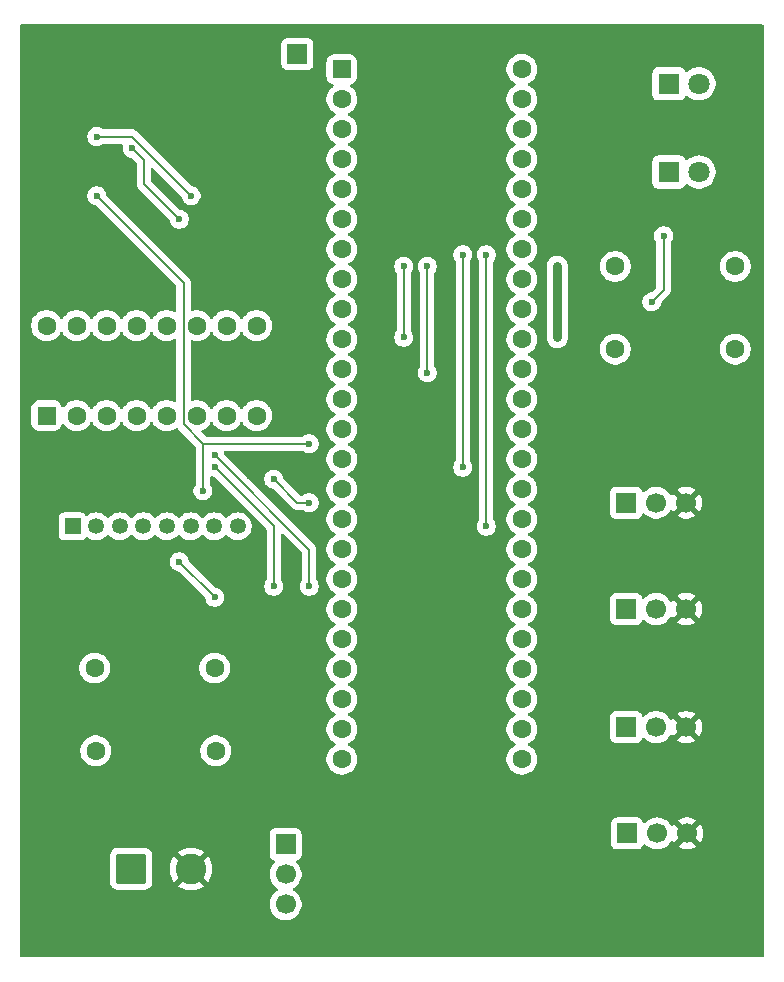
<source format=gbl>
%TF.GenerationSoftware,KiCad,Pcbnew,9.0.6*%
%TF.CreationDate,2025-12-09T12:16:43+01:00*%
%TF.ProjectId,PCB Schematic Eclipse 1,50434220-5363-4686-956d-617469632045,rev?*%
%TF.SameCoordinates,Original*%
%TF.FileFunction,Copper,L2,Bot*%
%TF.FilePolarity,Positive*%
%FSLAX46Y46*%
G04 Gerber Fmt 4.6, Leading zero omitted, Abs format (unit mm)*
G04 Created by KiCad (PCBNEW 9.0.6) date 2025-12-09 12:16:43*
%MOMM*%
%LPD*%
G01*
G04 APERTURE LIST*
G04 Aperture macros list*
%AMRoundRect*
0 Rectangle with rounded corners*
0 $1 Rounding radius*
0 $2 $3 $4 $5 $6 $7 $8 $9 X,Y pos of 4 corners*
0 Add a 4 corners polygon primitive as box body*
4,1,4,$2,$3,$4,$5,$6,$7,$8,$9,$2,$3,0*
0 Add four circle primitives for the rounded corners*
1,1,$1+$1,$2,$3*
1,1,$1+$1,$4,$5*
1,1,$1+$1,$6,$7*
1,1,$1+$1,$8,$9*
0 Add four rect primitives between the rounded corners*
20,1,$1+$1,$2,$3,$4,$5,0*
20,1,$1+$1,$4,$5,$6,$7,0*
20,1,$1+$1,$6,$7,$8,$9,0*
20,1,$1+$1,$8,$9,$2,$3,0*%
G04 Aperture macros list end*
%TA.AperFunction,ComponentPad*%
%ADD10R,1.700000X1.700000*%
%TD*%
%TA.AperFunction,ComponentPad*%
%ADD11C,1.700000*%
%TD*%
%TA.AperFunction,ComponentPad*%
%ADD12RoundRect,0.250000X-1.050000X-1.050000X1.050000X-1.050000X1.050000X1.050000X-1.050000X1.050000X0*%
%TD*%
%TA.AperFunction,ComponentPad*%
%ADD13C,2.600000*%
%TD*%
%TA.AperFunction,ComponentPad*%
%ADD14C,1.600000*%
%TD*%
%TA.AperFunction,ComponentPad*%
%ADD15C,1.350000*%
%TD*%
%TA.AperFunction,ComponentPad*%
%ADD16R,1.350000X1.350000*%
%TD*%
%TA.AperFunction,ComponentPad*%
%ADD17RoundRect,0.250000X0.550000X-0.550000X0.550000X0.550000X-0.550000X0.550000X-0.550000X-0.550000X0*%
%TD*%
%TA.AperFunction,ComponentPad*%
%ADD18RoundRect,0.250000X-0.550000X-0.550000X0.550000X-0.550000X0.550000X0.550000X-0.550000X0.550000X0*%
%TD*%
%TA.AperFunction,ComponentPad*%
%ADD19R,1.800000X1.800000*%
%TD*%
%TA.AperFunction,ComponentPad*%
%ADD20C,1.800000*%
%TD*%
%TA.AperFunction,ViaPad*%
%ADD21C,0.600000*%
%TD*%
%TA.AperFunction,Conductor*%
%ADD22C,0.200000*%
%TD*%
%TA.AperFunction,Conductor*%
%ADD23C,0.800000*%
%TD*%
G04 APERTURE END LIST*
D10*
%TO.P,J1,1,Pin_1*%
%TO.N,Net-(IC1-LRCLK2)*%
X165920000Y-136000000D03*
D11*
%TO.P,J1,2,Pin_2*%
%TO.N,VCC_5V*%
X168460000Y-136000000D03*
%TO.P,J1,3,Pin_3*%
%TO.N,GND*%
X171000000Y-136000000D03*
%TD*%
D12*
%TO.P,J5,1,Pin_1*%
%TO.N,Net-(J5-Pin_1)*%
X123920000Y-139000000D03*
D13*
%TO.P,J5,2,Pin_2*%
%TO.N,GND*%
X129000000Y-139000000D03*
%TD*%
D10*
%TO.P,J6,1,Pin_1*%
%TO.N,Net-(J5-Pin_1)*%
X137000000Y-136920000D03*
D11*
%TO.P,J6,2,Pin_2*%
%TO.N,VCC_5V*%
X137000000Y-139460000D03*
%TO.P,J6,3,Pin_3*%
X137000000Y-142000000D03*
%TD*%
D14*
%TO.P,R4,1*%
%TO.N,/I2C_SDA*%
X120840000Y-122000000D03*
%TO.P,R4,2*%
%TO.N,/SPI_SCK*%
X131000000Y-122000000D03*
%TD*%
D11*
%TO.P,J2,3,Pin_3*%
%TO.N,GND*%
X170920000Y-127000000D03*
%TO.P,J2,2,Pin_2*%
%TO.N,VCC_5V*%
X168380000Y-127000000D03*
D10*
%TO.P,J2,1,Pin_1*%
%TO.N,Net-(IC1-BCLK2)*%
X165840000Y-127000000D03*
%TD*%
%TO.P,J3,1,Pin_1*%
%TO.N,Net-(IC1-IN2)*%
X165840000Y-117000000D03*
D11*
%TO.P,J3,2,Pin_2*%
%TO.N,VCC_5V*%
X168380000Y-117000000D03*
%TO.P,J3,3,Pin_3*%
%TO.N,GND*%
X170920000Y-117000000D03*
%TD*%
D14*
%TO.P,R1,2*%
%TO.N,Net-(IC1-RX2)*%
X175080000Y-88000000D03*
%TO.P,R1,1*%
%TO.N,Net-(D1-A)*%
X164920000Y-88000000D03*
%TD*%
D11*
%TO.P,J4,3,Pin_3*%
%TO.N,GND*%
X170920000Y-108000000D03*
%TO.P,J4,2,Pin_2*%
%TO.N,VCC_5V*%
X168380000Y-108000000D03*
D10*
%TO.P,J4,1,Pin_1*%
%TO.N,Net-(IC1-OUT1D)*%
X165840000Y-108000000D03*
%TD*%
D14*
%TO.P,R2,2*%
%TO.N,Net-(IC1-TX2)*%
X175080000Y-95000000D03*
%TO.P,R2,1*%
%TO.N,Net-(D2-A)*%
X164920000Y-95000000D03*
%TD*%
%TO.P,R3,2*%
%TO.N,/I2C_SCL*%
X131080000Y-129000000D03*
%TO.P,R3,1*%
%TO.N,Net-(U2-SCLK)*%
X120920000Y-129000000D03*
%TD*%
D15*
%TO.P,U2,8,SCLK*%
%TO.N,Net-(U2-SCLK)*%
X132962500Y-110000000D03*
%TO.P,U2,7,SDI/SDA*%
%TO.N,/SPI_SCK*%
X130962500Y-110000000D03*
%TO.P,U2,6,SDO*%
%TO.N,unconnected-(U2-SDO-Pad6)*%
X128962500Y-110000000D03*
%TO.P,U2,5,CSB*%
%TO.N,unconnected-(U2-CSB-Pad4)_1*%
X126962500Y-110000000D03*
%TO.P,U2,4,CSB*%
%TO.N,unconnected-(U2-CSB-Pad4)*%
X124962500Y-110000000D03*
%TO.P,U2,3,GND*%
%TO.N,Net-(U2-GND)*%
X122962500Y-110000000D03*
%TO.P,U2,2,PS*%
%TO.N,unconnected-(U2-PS-Pad2)*%
X120962500Y-110000000D03*
D16*
%TO.P,U2,1,VDD*%
%TO.N,/VCC_3V3*%
X118962500Y-110000000D03*
%TD*%
D17*
%TO.P,U1,1,INT2*%
%TO.N,unconnected-(U1-INT2-Pad1)*%
X116760000Y-100620000D03*
D14*
%TO.P,U1,2,NC*%
%TO.N,unconnected-(U1-NC-Pad2)*%
X119300000Y-100620000D03*
%TO.P,U1,3,VDD*%
%TO.N,/VCC_3V3*%
X121840000Y-100620000D03*
%TO.P,U1,4,GNDA*%
%TO.N,Net-(U1-GNDA)*%
X124380000Y-100620000D03*
%TO.P,U1,5,CSB2*%
%TO.N,unconnected-(U1-CSB2-Pad5)*%
X126920000Y-100620000D03*
%TO.P,U1,6,GNDIO*%
%TO.N,unconnected-(U1-GNDIO-Pad6)*%
X129460000Y-100620000D03*
%TO.P,U1,7,PS*%
%TO.N,unconnected-(U1-PS-Pad7)*%
X132000000Y-100620000D03*
%TO.P,U1,8,SCL/SCK*%
%TO.N,/I2C_SCL*%
X134540000Y-100620000D03*
%TO.P,U1,9,SDA/SDI*%
%TO.N,/I2C_SDA*%
X134540000Y-93000000D03*
%TO.P,U1,10,SDO2*%
%TO.N,unconnected-(U1-SDO2-Pad10)*%
X132000000Y-93000000D03*
%TO.P,U1,11,VDDIO*%
%TO.N,/VCC_3V3*%
X129460000Y-93000000D03*
%TO.P,U1,12,INT3*%
%TO.N,unconnected-(U1-INT3-Pad12)*%
X126920000Y-93000000D03*
%TO.P,U1,13,INT4*%
%TO.N,unconnected-(U1-INT4-Pad13)*%
X124380000Y-93000000D03*
%TO.P,U1,14,CSB1*%
%TO.N,unconnected-(U1-CSB1-Pad14)*%
X121840000Y-93000000D03*
%TO.P,U1,15,SDO1*%
%TO.N,unconnected-(U1-SDO1-Pad15)*%
X119300000Y-93000000D03*
%TO.P,U1,16,INT1*%
%TO.N,unconnected-(U1-INT1-Pad16)*%
X116760000Y-93000000D03*
%TD*%
D10*
%TO.P,J7,1,Pin_1*%
%TO.N,Net-(J7-Pin_1)*%
X138000000Y-70000000D03*
%TD*%
D18*
%TO.P,IC1,1,TX1*%
%TO.N,unconnected-(IC1-TX1-Pad1)*%
X141760000Y-71300000D03*
D14*
%TO.P,IC1,2,OUT2*%
%TO.N,unconnected-(IC1-OUT2-Pad2)*%
X141760000Y-73840000D03*
%TO.P,IC1,3,LRCLK2*%
%TO.N,Net-(IC1-LRCLK2)*%
X141760000Y-76380000D03*
%TO.P,IC1,4,BCLK2*%
%TO.N,Net-(IC1-BCLK2)*%
X141760000Y-78920000D03*
%TO.P,IC1,5,IN2*%
%TO.N,Net-(IC1-IN2)*%
X141760000Y-81460000D03*
%TO.P,IC1,6,OUT1D*%
%TO.N,Net-(IC1-OUT1D)*%
X141760000Y-84000000D03*
%TO.P,IC1,7,RX2*%
%TO.N,Net-(IC1-RX2)*%
X141760000Y-86540000D03*
%TO.P,IC1,8,TX2*%
%TO.N,Net-(IC1-TX2)*%
X141760000Y-89080000D03*
%TO.P,IC1,9,OUT1C*%
%TO.N,unconnected-(IC1-OUT1C-Pad9)*%
X141760000Y-91620000D03*
%TO.P,IC1,10,CS_1*%
%TO.N,unconnected-(IC1-CS_1-Pad10)*%
X141760000Y-94160000D03*
%TO.P,IC1,11,MOSI*%
%TO.N,/SPI_MOSI*%
X141760000Y-96700000D03*
%TO.P,IC1,12,MISO*%
%TO.N,/SPI_MISO*%
X141760000Y-99240000D03*
%TO.P,IC1,13,SCK*%
%TO.N,/SPI_SCK*%
X141760000Y-101780000D03*
%TO.P,IC1,14,A0*%
%TO.N,unconnected-(IC1-A0-Pad14)*%
X141760000Y-104320000D03*
%TO.P,IC1,15,A1*%
%TO.N,unconnected-(IC1-A1-Pad15)*%
X141760000Y-106860000D03*
%TO.P,IC1,16,A2*%
%TO.N,unconnected-(IC1-A2-Pad16)*%
X141760000Y-109400000D03*
%TO.P,IC1,17,A3*%
%TO.N,unconnected-(IC1-A3-Pad17)*%
X141760000Y-111940000D03*
%TO.P,IC1,18,A4*%
%TO.N,/I2C_SDA*%
X141760000Y-114480000D03*
%TO.P,IC1,19,A5*%
%TO.N,/I2C_SCL*%
X141760000Y-117020000D03*
%TO.P,IC1,20,A6*%
%TO.N,unconnected-(IC1-A6-Pad20)*%
X141760000Y-119560000D03*
%TO.P,IC1,21,A7*%
%TO.N,unconnected-(IC1-A7-Pad21)*%
X141760000Y-122100000D03*
%TO.P,IC1,22,A8*%
%TO.N,unconnected-(IC1-A8-Pad22)*%
X141760000Y-124640000D03*
%TO.P,IC1,23,A9*%
%TO.N,unconnected-(IC1-A9-Pad23)*%
X141760000Y-127180000D03*
%TO.P,IC1,24,A10*%
%TO.N,unconnected-(IC1-A10-Pad24)*%
X141760000Y-129720000D03*
%TO.P,IC1,25,A11*%
%TO.N,unconnected-(IC1-A11-Pad25)*%
X157000000Y-129720000D03*
%TO.P,IC1,26,A12*%
%TO.N,unconnected-(IC1-A12-Pad26)*%
X157000000Y-127180000D03*
%TO.P,IC1,27,A13*%
%TO.N,unconnected-(IC1-A13-Pad27)*%
X157000000Y-124640000D03*
%TO.P,IC1,28,RX7*%
%TO.N,unconnected-(IC1-RX7-Pad28)*%
X157000000Y-122100000D03*
%TO.P,IC1,29,TX7*%
%TO.N,unconnected-(IC1-TX7-Pad29)*%
X157000000Y-119560000D03*
%TO.P,IC1,30,CRX3*%
%TO.N,unconnected-(IC1-CRX3-Pad30)*%
X157000000Y-117020000D03*
%TO.P,IC1,31,CTX3*%
%TO.N,unconnected-(IC1-CTX3-Pad31)*%
X157000000Y-114480000D03*
%TO.P,IC1,32,OUT1B*%
%TO.N,unconnected-(IC1-OUT1B-Pad32)*%
X157000000Y-111940000D03*
%TO.P,IC1,33,MCLK2*%
%TO.N,unconnected-(IC1-MCLK2-Pad33)*%
X157000000Y-109400000D03*
%TO.P,IC1,34,RX8*%
%TO.N,unconnected-(IC1-RX8-Pad34)*%
X157000000Y-106860000D03*
%TO.P,IC1,35,TX8*%
%TO.N,unconnected-(IC1-TX8-Pad35)*%
X157000000Y-104320000D03*
%TO.P,IC1,36,CS_2*%
%TO.N,unconnected-(IC1-CS_2-Pad36)*%
X157000000Y-101780000D03*
%TO.P,IC1,37,CS_3*%
%TO.N,unconnected-(IC1-CS_3-Pad37)*%
X157000000Y-99240000D03*
%TO.P,IC1,38,A14*%
%TO.N,unconnected-(IC1-A14-Pad38)*%
X157000000Y-96700000D03*
%TO.P,IC1,39,A15*%
%TO.N,unconnected-(IC1-A15-Pad39)*%
X157000000Y-94160000D03*
%TO.P,IC1,40,A16*%
%TO.N,unconnected-(IC1-A16-Pad40)*%
X157000000Y-91620000D03*
%TO.P,IC1,41,A17*%
%TO.N,unconnected-(IC1-A17-Pad41)*%
X157000000Y-89080000D03*
%TO.P,IC1,42,3.3V_1*%
%TO.N,unconnected-(IC1-3.3V_1-Pad42)*%
X157000000Y-86540000D03*
%TO.P,IC1,43,VBAT*%
%TO.N,unconnected-(IC1-VBAT-Pad43)*%
X157000000Y-84000000D03*
%TO.P,IC1,44,3.3V_2*%
%TO.N,unconnected-(IC1-3.3V_2-Pad44)*%
X157000000Y-81460000D03*
%TO.P,IC1,45,GND_1*%
%TO.N,unconnected-(IC1-GND_1-Pad45)*%
X157000000Y-78920000D03*
%TO.P,IC1,46,PROGRAM*%
%TO.N,unconnected-(IC1-PROGRAM-Pad46)*%
X157000000Y-76380000D03*
%TO.P,IC1,47,ON/OFF*%
%TO.N,unconnected-(IC1-ON{slash}OFF-Pad47)*%
X157000000Y-73840000D03*
%TO.P,IC1,48,GND_2*%
%TO.N,Net-(D1-K)*%
X157000000Y-71300000D03*
%TD*%
D19*
%TO.P,D2,1,K*%
%TO.N,Net-(D1-K)*%
X169460000Y-80000000D03*
D20*
%TO.P,D2,2,A*%
%TO.N,Net-(D2-A)*%
X172000000Y-80000000D03*
%TD*%
D19*
%TO.P,D1,1,K*%
%TO.N,Net-(D1-K)*%
X169460000Y-72530000D03*
D20*
%TO.P,D1,2,A*%
%TO.N,Net-(D1-A)*%
X172000000Y-72530000D03*
%TD*%
D21*
%TO.N,/SPI_MOSI*%
X121000000Y-77000000D03*
X129000000Y-82000000D03*
%TO.N,/SPI_MISO*%
X124000000Y-78000000D03*
X128000000Y-84000000D03*
%TO.N,/SPI_SCK*%
X121000000Y-82000000D03*
X130000000Y-107000000D03*
X139000000Y-103000000D03*
X128000000Y-113000000D03*
X131000000Y-116000000D03*
%TO.N,/I2C_SCL*%
X139000000Y-108000000D03*
X136000000Y-106000000D03*
%TO.N,/VCC_3V3*%
X131000000Y-105000000D03*
X136000000Y-115080000D03*
%TO.N,Net-(U1-GNDA)*%
X131000000Y-104000000D03*
X139000000Y-115080000D03*
%TO.N,Net-(IC1-LRCLK2)*%
X154000000Y-87000000D03*
X154000000Y-110000000D03*
%TO.N,Net-(IC1-BCLK2)*%
X152000000Y-87000000D03*
X152000000Y-105000000D03*
%TO.N,VCC_5V*%
X160000000Y-94000000D03*
X160000000Y-88000000D03*
%TO.N,Net-(IC1-IN2)*%
X149000000Y-88000000D03*
X149000000Y-97000000D03*
%TO.N,Net-(IC1-OUT1D)*%
X147000000Y-88000000D03*
X147000000Y-94000000D03*
%TO.N,Net-(D2-A)*%
X168000000Y-91000000D03*
X169000000Y-85400000D03*
%TD*%
D22*
%TO.N,/SPI_MOSI*%
X129000000Y-82000000D02*
X124000000Y-77000000D01*
X124000000Y-77000000D02*
X121000000Y-77000000D01*
%TO.N,/SPI_MISO*%
X125000000Y-79000000D02*
X124000000Y-78000000D01*
X128000000Y-84000000D02*
X125000000Y-81000000D01*
X125000000Y-81000000D02*
X125000000Y-79000000D01*
%TO.N,/SPI_SCK*%
X128359000Y-89359000D02*
X121000000Y-82000000D01*
X128359000Y-101359000D02*
X128359000Y-89359000D01*
X130000000Y-103000000D02*
X128359000Y-101359000D01*
X130000000Y-103000000D02*
X139000000Y-103000000D01*
X130000000Y-107000000D02*
X130000000Y-103000000D01*
X131000000Y-116000000D02*
X128000000Y-113000000D01*
%TO.N,/I2C_SCL*%
X138000000Y-108000000D02*
X139000000Y-108000000D01*
X136000000Y-106000000D02*
X138000000Y-108000000D01*
%TO.N,/VCC_3V3*%
X136000000Y-115080000D02*
X136000000Y-110000000D01*
X136000000Y-110000000D02*
X131000000Y-105000000D01*
%TO.N,Net-(U1-GNDA)*%
X139000000Y-112000000D02*
X131000000Y-104000000D01*
X139000000Y-115080000D02*
X139000000Y-112000000D01*
%TO.N,Net-(IC1-LRCLK2)*%
X154000000Y-110000000D02*
X154000000Y-87000000D01*
%TO.N,Net-(IC1-BCLK2)*%
X152000000Y-105000000D02*
X152000000Y-87000000D01*
D23*
%TO.N,VCC_5V*%
X160000000Y-94000000D02*
X160000000Y-88000000D01*
D22*
%TO.N,Net-(IC1-IN2)*%
X149000000Y-89000000D02*
X149000000Y-88000000D01*
X149000000Y-97000000D02*
X149000000Y-89000000D01*
%TO.N,Net-(IC1-OUT1D)*%
X147000000Y-94000000D02*
X147000000Y-88000000D01*
%TO.N,Net-(D2-A)*%
X169000000Y-85400000D02*
X169000000Y-90000000D01*
X169000000Y-90000000D02*
X168000000Y-91000000D01*
%TD*%
%TA.AperFunction,Conductor*%
%TO.N,GND*%
G36*
X177442539Y-67520185D02*
G01*
X177488294Y-67572989D01*
X177499500Y-67624500D01*
X177499500Y-146375500D01*
X177479815Y-146442539D01*
X177427011Y-146488294D01*
X177375500Y-146499500D01*
X114624500Y-146499500D01*
X114557461Y-146479815D01*
X114511706Y-146427011D01*
X114500500Y-146375500D01*
X114500500Y-137899983D01*
X122119500Y-137899983D01*
X122119500Y-140100001D01*
X122119501Y-140100018D01*
X122130000Y-140202796D01*
X122130001Y-140202799D01*
X122175395Y-140339786D01*
X122185186Y-140369334D01*
X122277288Y-140518656D01*
X122401344Y-140642712D01*
X122550666Y-140734814D01*
X122717203Y-140789999D01*
X122819991Y-140800500D01*
X125020008Y-140800499D01*
X125122797Y-140789999D01*
X125289334Y-140734814D01*
X125438656Y-140642712D01*
X125562712Y-140518656D01*
X125654814Y-140369334D01*
X125709999Y-140202797D01*
X125720500Y-140100009D01*
X125720499Y-138882014D01*
X127200000Y-138882014D01*
X127200000Y-139117985D01*
X127230799Y-139351914D01*
X127291870Y-139579837D01*
X127382160Y-139797819D01*
X127382165Y-139797828D01*
X127500144Y-140002171D01*
X127500145Y-140002172D01*
X127562721Y-140083723D01*
X128398958Y-139247487D01*
X128423978Y-139307890D01*
X128495112Y-139414351D01*
X128585649Y-139504888D01*
X128692110Y-139576022D01*
X128752511Y-139601041D01*
X127916275Y-140437277D01*
X127997827Y-140499854D01*
X127997828Y-140499855D01*
X128202171Y-140617834D01*
X128202180Y-140617839D01*
X128420163Y-140708129D01*
X128420161Y-140708129D01*
X128648085Y-140769200D01*
X128882014Y-140799999D01*
X128882029Y-140800000D01*
X129117971Y-140800000D01*
X129117985Y-140799999D01*
X129351914Y-140769200D01*
X129579837Y-140708129D01*
X129797819Y-140617839D01*
X129797828Y-140617834D01*
X130002181Y-140499850D01*
X130083723Y-140437279D01*
X130083723Y-140437276D01*
X129247487Y-139601041D01*
X129307890Y-139576022D01*
X129414351Y-139504888D01*
X129504888Y-139414351D01*
X129576022Y-139307890D01*
X129601041Y-139247487D01*
X130437276Y-140083723D01*
X130437279Y-140083723D01*
X130499850Y-140002181D01*
X130617834Y-139797828D01*
X130617839Y-139797819D01*
X130708129Y-139579837D01*
X130769200Y-139351914D01*
X130799999Y-139117985D01*
X130800000Y-139117971D01*
X130800000Y-138882028D01*
X130799999Y-138882014D01*
X130769200Y-138648085D01*
X130708129Y-138420162D01*
X130617839Y-138202180D01*
X130617834Y-138202171D01*
X130499855Y-137997828D01*
X130499854Y-137997827D01*
X130437277Y-137916275D01*
X129601041Y-138752511D01*
X129576022Y-138692110D01*
X129504888Y-138585649D01*
X129414351Y-138495112D01*
X129307890Y-138423978D01*
X129247488Y-138398958D01*
X130083723Y-137562721D01*
X130002172Y-137500145D01*
X130002171Y-137500144D01*
X129797828Y-137382165D01*
X129797819Y-137382160D01*
X129579836Y-137291870D01*
X129579838Y-137291870D01*
X129351914Y-137230799D01*
X129117985Y-137200000D01*
X128882014Y-137200000D01*
X128648085Y-137230799D01*
X128420162Y-137291870D01*
X128202180Y-137382160D01*
X128202171Y-137382165D01*
X127997828Y-137500144D01*
X127997818Y-137500150D01*
X127916275Y-137562720D01*
X127916275Y-137562721D01*
X128752512Y-138398958D01*
X128692110Y-138423978D01*
X128585649Y-138495112D01*
X128495112Y-138585649D01*
X128423978Y-138692110D01*
X128398958Y-138752511D01*
X127562721Y-137916275D01*
X127562720Y-137916275D01*
X127500150Y-137997818D01*
X127500144Y-137997828D01*
X127382165Y-138202171D01*
X127382160Y-138202180D01*
X127291870Y-138420162D01*
X127230799Y-138648085D01*
X127200000Y-138882014D01*
X125720499Y-138882014D01*
X125720499Y-137899992D01*
X125712111Y-137817883D01*
X125709999Y-137797203D01*
X125709998Y-137797200D01*
X125661114Y-137649678D01*
X125661113Y-137649676D01*
X125654816Y-137630672D01*
X125654815Y-137630671D01*
X125654814Y-137630666D01*
X125562712Y-137481344D01*
X125438656Y-137357288D01*
X125335720Y-137293797D01*
X125289336Y-137265187D01*
X125289331Y-137265185D01*
X125246810Y-137251095D01*
X125122797Y-137210001D01*
X125122795Y-137210000D01*
X125020010Y-137199500D01*
X122819998Y-137199500D01*
X122819981Y-137199501D01*
X122717203Y-137210000D01*
X122717200Y-137210001D01*
X122550668Y-137265185D01*
X122550663Y-137265187D01*
X122401342Y-137357289D01*
X122277289Y-137481342D01*
X122185187Y-137630663D01*
X122185185Y-137630668D01*
X122178886Y-137649678D01*
X122130001Y-137797203D01*
X122130001Y-137797204D01*
X122130000Y-137797204D01*
X122119500Y-137899983D01*
X114500500Y-137899983D01*
X114500500Y-136022135D01*
X135649500Y-136022135D01*
X135649500Y-137817870D01*
X135649501Y-137817876D01*
X135655908Y-137877483D01*
X135706202Y-138012328D01*
X135706206Y-138012335D01*
X135792452Y-138127544D01*
X135792455Y-138127547D01*
X135907664Y-138213793D01*
X135907671Y-138213797D01*
X136039082Y-138262810D01*
X136095016Y-138304681D01*
X136119433Y-138370145D01*
X136104582Y-138438418D01*
X136083431Y-138466673D01*
X135969889Y-138580215D01*
X135844951Y-138752179D01*
X135748444Y-138941585D01*
X135682753Y-139143760D01*
X135675493Y-139189598D01*
X135649500Y-139353713D01*
X135649500Y-139566287D01*
X135682754Y-139776243D01*
X135689767Y-139797828D01*
X135748444Y-139978414D01*
X135844951Y-140167820D01*
X135969890Y-140339786D01*
X136120213Y-140490109D01*
X136292182Y-140615050D01*
X136300946Y-140619516D01*
X136351742Y-140667491D01*
X136368536Y-140735312D01*
X136345998Y-140801447D01*
X136300946Y-140840484D01*
X136292182Y-140844949D01*
X136120213Y-140969890D01*
X135969890Y-141120213D01*
X135844951Y-141292179D01*
X135748444Y-141481585D01*
X135682753Y-141683760D01*
X135649500Y-141893713D01*
X135649500Y-142106286D01*
X135682753Y-142316239D01*
X135748444Y-142518414D01*
X135844951Y-142707820D01*
X135969890Y-142879786D01*
X136120213Y-143030109D01*
X136292179Y-143155048D01*
X136292181Y-143155049D01*
X136292184Y-143155051D01*
X136481588Y-143251557D01*
X136683757Y-143317246D01*
X136893713Y-143350500D01*
X136893714Y-143350500D01*
X137106286Y-143350500D01*
X137106287Y-143350500D01*
X137316243Y-143317246D01*
X137518412Y-143251557D01*
X137707816Y-143155051D01*
X137729789Y-143139086D01*
X137879786Y-143030109D01*
X137879788Y-143030106D01*
X137879792Y-143030104D01*
X138030104Y-142879792D01*
X138030106Y-142879788D01*
X138030109Y-142879786D01*
X138155048Y-142707820D01*
X138155047Y-142707820D01*
X138155051Y-142707816D01*
X138251557Y-142518412D01*
X138317246Y-142316243D01*
X138350500Y-142106287D01*
X138350500Y-141893713D01*
X138317246Y-141683757D01*
X138251557Y-141481588D01*
X138155051Y-141292184D01*
X138155049Y-141292181D01*
X138155048Y-141292179D01*
X138030109Y-141120213D01*
X137879786Y-140969890D01*
X137707820Y-140844951D01*
X137707115Y-140844591D01*
X137699054Y-140840485D01*
X137648259Y-140792512D01*
X137631463Y-140724692D01*
X137653999Y-140658556D01*
X137699054Y-140619515D01*
X137707816Y-140615051D01*
X137729789Y-140599086D01*
X137879786Y-140490109D01*
X137879788Y-140490106D01*
X137879792Y-140490104D01*
X138030104Y-140339792D01*
X138030106Y-140339788D01*
X138030109Y-140339786D01*
X138155048Y-140167820D01*
X138155047Y-140167820D01*
X138155051Y-140167816D01*
X138251557Y-139978412D01*
X138317246Y-139776243D01*
X138350500Y-139566287D01*
X138350500Y-139353713D01*
X138317246Y-139143757D01*
X138251557Y-138941588D01*
X138155051Y-138752184D01*
X138155049Y-138752181D01*
X138155048Y-138752179D01*
X138030109Y-138580213D01*
X137916569Y-138466673D01*
X137883084Y-138405350D01*
X137888068Y-138335658D01*
X137929940Y-138279725D01*
X137960915Y-138262810D01*
X138092331Y-138213796D01*
X138207546Y-138127546D01*
X138293796Y-138012331D01*
X138344091Y-137877483D01*
X138350500Y-137817873D01*
X138350499Y-136022128D01*
X138344091Y-135962517D01*
X138293796Y-135827669D01*
X138293795Y-135827668D01*
X138293793Y-135827664D01*
X138207547Y-135712455D01*
X138207544Y-135712452D01*
X138092335Y-135626206D01*
X138092328Y-135626202D01*
X137957482Y-135575908D01*
X137957483Y-135575908D01*
X137897883Y-135569501D01*
X137897881Y-135569500D01*
X137897873Y-135569500D01*
X137897864Y-135569500D01*
X136102129Y-135569500D01*
X136102123Y-135569501D01*
X136042516Y-135575908D01*
X135907671Y-135626202D01*
X135907664Y-135626206D01*
X135792455Y-135712452D01*
X135792452Y-135712455D01*
X135706206Y-135827664D01*
X135706202Y-135827671D01*
X135655908Y-135962517D01*
X135651879Y-135999999D01*
X135649501Y-136022123D01*
X135649500Y-136022135D01*
X114500500Y-136022135D01*
X114500500Y-135102135D01*
X164569500Y-135102135D01*
X164569500Y-136897870D01*
X164569501Y-136897876D01*
X164575908Y-136957483D01*
X164626202Y-137092328D01*
X164626206Y-137092335D01*
X164712452Y-137207544D01*
X164712455Y-137207547D01*
X164827664Y-137293793D01*
X164827671Y-137293797D01*
X164962517Y-137344091D01*
X164962516Y-137344091D01*
X164969444Y-137344835D01*
X165022127Y-137350500D01*
X166817872Y-137350499D01*
X166877483Y-137344091D01*
X167012331Y-137293796D01*
X167127546Y-137207546D01*
X167213796Y-137092331D01*
X167262810Y-136960916D01*
X167304681Y-136904984D01*
X167370145Y-136880566D01*
X167438418Y-136895417D01*
X167466673Y-136916569D01*
X167580213Y-137030109D01*
X167752179Y-137155048D01*
X167752181Y-137155049D01*
X167752184Y-137155051D01*
X167941588Y-137251557D01*
X168143757Y-137317246D01*
X168353713Y-137350500D01*
X168353714Y-137350500D01*
X168566286Y-137350500D01*
X168566287Y-137350500D01*
X168776243Y-137317246D01*
X168978412Y-137251557D01*
X169167816Y-137155051D01*
X169254138Y-137092335D01*
X169339786Y-137030109D01*
X169339788Y-137030106D01*
X169339792Y-137030104D01*
X169490104Y-136879792D01*
X169490106Y-136879788D01*
X169490109Y-136879786D01*
X169575890Y-136761717D01*
X169615051Y-136707816D01*
X169619793Y-136698508D01*
X169667763Y-136647711D01*
X169735583Y-136630911D01*
X169801719Y-136653445D01*
X169840763Y-136698500D01*
X169845373Y-136707547D01*
X169884728Y-136761716D01*
X170517037Y-136129408D01*
X170534075Y-136192993D01*
X170599901Y-136307007D01*
X170692993Y-136400099D01*
X170807007Y-136465925D01*
X170870590Y-136482962D01*
X170238282Y-137115269D01*
X170238282Y-137115270D01*
X170292449Y-137154624D01*
X170481782Y-137251095D01*
X170683870Y-137316757D01*
X170893754Y-137350000D01*
X171106246Y-137350000D01*
X171316127Y-137316757D01*
X171316130Y-137316757D01*
X171518217Y-137251095D01*
X171707554Y-137154622D01*
X171761716Y-137115270D01*
X171761717Y-137115270D01*
X171129408Y-136482962D01*
X171192993Y-136465925D01*
X171307007Y-136400099D01*
X171400099Y-136307007D01*
X171465925Y-136192993D01*
X171482962Y-136129408D01*
X172115270Y-136761717D01*
X172115270Y-136761716D01*
X172154622Y-136707554D01*
X172251095Y-136518217D01*
X172316757Y-136316130D01*
X172316757Y-136316127D01*
X172350000Y-136106246D01*
X172350000Y-135893753D01*
X172316757Y-135683872D01*
X172316757Y-135683869D01*
X172251095Y-135481782D01*
X172154624Y-135292449D01*
X172115270Y-135238282D01*
X172115269Y-135238282D01*
X171482962Y-135870590D01*
X171465925Y-135807007D01*
X171400099Y-135692993D01*
X171307007Y-135599901D01*
X171192993Y-135534075D01*
X171129409Y-135517037D01*
X171761716Y-134884728D01*
X171707550Y-134845375D01*
X171518217Y-134748904D01*
X171316129Y-134683242D01*
X171106246Y-134650000D01*
X170893754Y-134650000D01*
X170683872Y-134683242D01*
X170683869Y-134683242D01*
X170481782Y-134748904D01*
X170292439Y-134845380D01*
X170238282Y-134884727D01*
X170238282Y-134884728D01*
X170870591Y-135517037D01*
X170807007Y-135534075D01*
X170692993Y-135599901D01*
X170599901Y-135692993D01*
X170534075Y-135807007D01*
X170517037Y-135870591D01*
X169884728Y-135238282D01*
X169884727Y-135238282D01*
X169845380Y-135292440D01*
X169845376Y-135292446D01*
X169840760Y-135301505D01*
X169792781Y-135352297D01*
X169724959Y-135369087D01*
X169658826Y-135346543D01*
X169619794Y-135301493D01*
X169615051Y-135292184D01*
X169615049Y-135292181D01*
X169615048Y-135292179D01*
X169490109Y-135120213D01*
X169339786Y-134969890D01*
X169167820Y-134844951D01*
X168978414Y-134748444D01*
X168978413Y-134748443D01*
X168978412Y-134748443D01*
X168776243Y-134682754D01*
X168776241Y-134682753D01*
X168776240Y-134682753D01*
X168614957Y-134657208D01*
X168566287Y-134649500D01*
X168353713Y-134649500D01*
X168305042Y-134657208D01*
X168143760Y-134682753D01*
X167941585Y-134748444D01*
X167752179Y-134844951D01*
X167580215Y-134969889D01*
X167466673Y-135083431D01*
X167405350Y-135116915D01*
X167335658Y-135111931D01*
X167279725Y-135070059D01*
X167262810Y-135039082D01*
X167213797Y-134907671D01*
X167213793Y-134907664D01*
X167127547Y-134792455D01*
X167127544Y-134792452D01*
X167012335Y-134706206D01*
X167012328Y-134706202D01*
X166877482Y-134655908D01*
X166877483Y-134655908D01*
X166817883Y-134649501D01*
X166817881Y-134649500D01*
X166817873Y-134649500D01*
X166817864Y-134649500D01*
X165022129Y-134649500D01*
X165022123Y-134649501D01*
X164962516Y-134655908D01*
X164827671Y-134706202D01*
X164827664Y-134706206D01*
X164712455Y-134792452D01*
X164712452Y-134792455D01*
X164626206Y-134907664D01*
X164626202Y-134907671D01*
X164575908Y-135042517D01*
X164569501Y-135102116D01*
X164569500Y-135102135D01*
X114500500Y-135102135D01*
X114500500Y-128897648D01*
X119619500Y-128897648D01*
X119619500Y-129102351D01*
X119651522Y-129304534D01*
X119714781Y-129499223D01*
X119807715Y-129681613D01*
X119928028Y-129847213D01*
X120072786Y-129991971D01*
X120227749Y-130104556D01*
X120238390Y-130112287D01*
X120354607Y-130171503D01*
X120420776Y-130205218D01*
X120420778Y-130205218D01*
X120420781Y-130205220D01*
X120463878Y-130219223D01*
X120615465Y-130268477D01*
X120716557Y-130284488D01*
X120817648Y-130300500D01*
X120817649Y-130300500D01*
X121022351Y-130300500D01*
X121022352Y-130300500D01*
X121224534Y-130268477D01*
X121419219Y-130205220D01*
X121601610Y-130112287D01*
X121722393Y-130024534D01*
X121767213Y-129991971D01*
X121767215Y-129991968D01*
X121767219Y-129991966D01*
X121911966Y-129847219D01*
X121911968Y-129847215D01*
X121911971Y-129847213D01*
X121964732Y-129774590D01*
X122032287Y-129681610D01*
X122125220Y-129499219D01*
X122188477Y-129304534D01*
X122220500Y-129102352D01*
X122220500Y-128897648D01*
X129779500Y-128897648D01*
X129779500Y-129102351D01*
X129811522Y-129304534D01*
X129874781Y-129499223D01*
X129967715Y-129681613D01*
X130088028Y-129847213D01*
X130232786Y-129991971D01*
X130387749Y-130104556D01*
X130398390Y-130112287D01*
X130514607Y-130171503D01*
X130580776Y-130205218D01*
X130580778Y-130205218D01*
X130580781Y-130205220D01*
X130623878Y-130219223D01*
X130775465Y-130268477D01*
X130876557Y-130284488D01*
X130977648Y-130300500D01*
X130977649Y-130300500D01*
X131182351Y-130300500D01*
X131182352Y-130300500D01*
X131384534Y-130268477D01*
X131579219Y-130205220D01*
X131761610Y-130112287D01*
X131882393Y-130024534D01*
X131927213Y-129991971D01*
X131927215Y-129991968D01*
X131927219Y-129991966D01*
X132071966Y-129847219D01*
X132071968Y-129847215D01*
X132071971Y-129847213D01*
X132124732Y-129774590D01*
X132192287Y-129681610D01*
X132285220Y-129499219D01*
X132348477Y-129304534D01*
X132380500Y-129102352D01*
X132380500Y-128897648D01*
X132353635Y-128728034D01*
X132348477Y-128695465D01*
X132291934Y-128521446D01*
X132285220Y-128500781D01*
X132285218Y-128500778D01*
X132285218Y-128500776D01*
X132227495Y-128387490D01*
X132192287Y-128318390D01*
X132174419Y-128293796D01*
X132071971Y-128152786D01*
X131927213Y-128008028D01*
X131761613Y-127887715D01*
X131761612Y-127887714D01*
X131761610Y-127887713D01*
X131704653Y-127858691D01*
X131579223Y-127794781D01*
X131384534Y-127731522D01*
X131209995Y-127703878D01*
X131182352Y-127699500D01*
X130977648Y-127699500D01*
X130953329Y-127703351D01*
X130775465Y-127731522D01*
X130580776Y-127794781D01*
X130398386Y-127887715D01*
X130232786Y-128008028D01*
X130088028Y-128152786D01*
X129967715Y-128318386D01*
X129874781Y-128500776D01*
X129811522Y-128695465D01*
X129779500Y-128897648D01*
X122220500Y-128897648D01*
X122193635Y-128728034D01*
X122188477Y-128695465D01*
X122131934Y-128521446D01*
X122125220Y-128500781D01*
X122125218Y-128500778D01*
X122125218Y-128500776D01*
X122067495Y-128387490D01*
X122032287Y-128318390D01*
X122014419Y-128293796D01*
X121911971Y-128152786D01*
X121767213Y-128008028D01*
X121601613Y-127887715D01*
X121601612Y-127887714D01*
X121601610Y-127887713D01*
X121544653Y-127858691D01*
X121419223Y-127794781D01*
X121224534Y-127731522D01*
X121049995Y-127703878D01*
X121022352Y-127699500D01*
X120817648Y-127699500D01*
X120793329Y-127703351D01*
X120615465Y-127731522D01*
X120420776Y-127794781D01*
X120238386Y-127887715D01*
X120072786Y-128008028D01*
X119928028Y-128152786D01*
X119807715Y-128318386D01*
X119714781Y-128500776D01*
X119651522Y-128695465D01*
X119619500Y-128897648D01*
X114500500Y-128897648D01*
X114500500Y-121897648D01*
X119539500Y-121897648D01*
X119539500Y-122102351D01*
X119571522Y-122304534D01*
X119634781Y-122499223D01*
X119727715Y-122681613D01*
X119848028Y-122847213D01*
X119992786Y-122991971D01*
X120130420Y-123091966D01*
X120158390Y-123112287D01*
X120274607Y-123171503D01*
X120340776Y-123205218D01*
X120340778Y-123205218D01*
X120340781Y-123205220D01*
X120445137Y-123239127D01*
X120535465Y-123268477D01*
X120636557Y-123284488D01*
X120737648Y-123300500D01*
X120737649Y-123300500D01*
X120942351Y-123300500D01*
X120942352Y-123300500D01*
X121144534Y-123268477D01*
X121339219Y-123205220D01*
X121521610Y-123112287D01*
X121614590Y-123044732D01*
X121687213Y-122991971D01*
X121687215Y-122991968D01*
X121687219Y-122991966D01*
X121831966Y-122847219D01*
X121831968Y-122847215D01*
X121831971Y-122847213D01*
X121884732Y-122774590D01*
X121952287Y-122681610D01*
X122045220Y-122499219D01*
X122108477Y-122304534D01*
X122140500Y-122102352D01*
X122140500Y-121897648D01*
X129699500Y-121897648D01*
X129699500Y-122102351D01*
X129731522Y-122304534D01*
X129794781Y-122499223D01*
X129887715Y-122681613D01*
X130008028Y-122847213D01*
X130152786Y-122991971D01*
X130290420Y-123091966D01*
X130318390Y-123112287D01*
X130434607Y-123171503D01*
X130500776Y-123205218D01*
X130500778Y-123205218D01*
X130500781Y-123205220D01*
X130605137Y-123239127D01*
X130695465Y-123268477D01*
X130796557Y-123284488D01*
X130897648Y-123300500D01*
X130897649Y-123300500D01*
X131102351Y-123300500D01*
X131102352Y-123300500D01*
X131304534Y-123268477D01*
X131499219Y-123205220D01*
X131681610Y-123112287D01*
X131774590Y-123044732D01*
X131847213Y-122991971D01*
X131847215Y-122991968D01*
X131847219Y-122991966D01*
X131991966Y-122847219D01*
X131991968Y-122847215D01*
X131991971Y-122847213D01*
X132044732Y-122774590D01*
X132112287Y-122681610D01*
X132205220Y-122499219D01*
X132268477Y-122304534D01*
X132300500Y-122102352D01*
X132300500Y-121897648D01*
X132268477Y-121695466D01*
X132205220Y-121500781D01*
X132205218Y-121500778D01*
X132205218Y-121500776D01*
X132171503Y-121434607D01*
X132112287Y-121318390D01*
X132104556Y-121307749D01*
X131991971Y-121152786D01*
X131847213Y-121008028D01*
X131681613Y-120887715D01*
X131681612Y-120887714D01*
X131681610Y-120887713D01*
X131624653Y-120858691D01*
X131499223Y-120794781D01*
X131304534Y-120731522D01*
X131129995Y-120703878D01*
X131102352Y-120699500D01*
X130897648Y-120699500D01*
X130873329Y-120703351D01*
X130695465Y-120731522D01*
X130500776Y-120794781D01*
X130318386Y-120887715D01*
X130152786Y-121008028D01*
X130008028Y-121152786D01*
X129887715Y-121318386D01*
X129794781Y-121500776D01*
X129731522Y-121695465D01*
X129699500Y-121897648D01*
X122140500Y-121897648D01*
X122108477Y-121695466D01*
X122045220Y-121500781D01*
X122045218Y-121500778D01*
X122045218Y-121500776D01*
X122011503Y-121434607D01*
X121952287Y-121318390D01*
X121944556Y-121307749D01*
X121831971Y-121152786D01*
X121687213Y-121008028D01*
X121521613Y-120887715D01*
X121521612Y-120887714D01*
X121521610Y-120887713D01*
X121464653Y-120858691D01*
X121339223Y-120794781D01*
X121144534Y-120731522D01*
X120969995Y-120703878D01*
X120942352Y-120699500D01*
X120737648Y-120699500D01*
X120713329Y-120703351D01*
X120535465Y-120731522D01*
X120340776Y-120794781D01*
X120158386Y-120887715D01*
X119992786Y-121008028D01*
X119848028Y-121152786D01*
X119727715Y-121318386D01*
X119634781Y-121500776D01*
X119571522Y-121695465D01*
X119539500Y-121897648D01*
X114500500Y-121897648D01*
X114500500Y-112921153D01*
X127199500Y-112921153D01*
X127199500Y-113078846D01*
X127230261Y-113233489D01*
X127230264Y-113233501D01*
X127290602Y-113379172D01*
X127290609Y-113379185D01*
X127378210Y-113510288D01*
X127378213Y-113510292D01*
X127489707Y-113621786D01*
X127489711Y-113621789D01*
X127620814Y-113709390D01*
X127620827Y-113709397D01*
X127766498Y-113769735D01*
X127766503Y-113769737D01*
X127831147Y-113782595D01*
X127921849Y-113800638D01*
X127983760Y-113833023D01*
X127985339Y-113834574D01*
X130165425Y-116014660D01*
X130198910Y-116075983D01*
X130199361Y-116078149D01*
X130230261Y-116233491D01*
X130230264Y-116233501D01*
X130290602Y-116379172D01*
X130290609Y-116379185D01*
X130378210Y-116510288D01*
X130378213Y-116510292D01*
X130489707Y-116621786D01*
X130489711Y-116621789D01*
X130620814Y-116709390D01*
X130620827Y-116709397D01*
X130766498Y-116769735D01*
X130766503Y-116769737D01*
X130921153Y-116800499D01*
X130921156Y-116800500D01*
X130921158Y-116800500D01*
X131078844Y-116800500D01*
X131078845Y-116800499D01*
X131233497Y-116769737D01*
X131379179Y-116709394D01*
X131510289Y-116621789D01*
X131621789Y-116510289D01*
X131709394Y-116379179D01*
X131769737Y-116233497D01*
X131800500Y-116078842D01*
X131800500Y-115921158D01*
X131800500Y-115921155D01*
X131800499Y-115921153D01*
X131797816Y-115907664D01*
X131769737Y-115766503D01*
X131762447Y-115748904D01*
X131709397Y-115620827D01*
X131709390Y-115620814D01*
X131621789Y-115489711D01*
X131621786Y-115489707D01*
X131510292Y-115378213D01*
X131510288Y-115378210D01*
X131379185Y-115290609D01*
X131379172Y-115290602D01*
X131233501Y-115230264D01*
X131233491Y-115230261D01*
X131078151Y-115199362D01*
X131016241Y-115166977D01*
X131014662Y-115165426D01*
X128834573Y-112985337D01*
X128801088Y-112924014D01*
X128800637Y-112921847D01*
X128800499Y-112921153D01*
X128769737Y-112766503D01*
X128769735Y-112766498D01*
X128709397Y-112620827D01*
X128709390Y-112620814D01*
X128621789Y-112489711D01*
X128621786Y-112489707D01*
X128510292Y-112378213D01*
X128510288Y-112378210D01*
X128379185Y-112290609D01*
X128379172Y-112290602D01*
X128233501Y-112230264D01*
X128233489Y-112230261D01*
X128078845Y-112199500D01*
X128078842Y-112199500D01*
X127921158Y-112199500D01*
X127921155Y-112199500D01*
X127766510Y-112230261D01*
X127766498Y-112230264D01*
X127620827Y-112290602D01*
X127620814Y-112290609D01*
X127489711Y-112378210D01*
X127489707Y-112378213D01*
X127378213Y-112489707D01*
X127378210Y-112489711D01*
X127290609Y-112620814D01*
X127290602Y-112620827D01*
X127230264Y-112766498D01*
X127230261Y-112766510D01*
X127199500Y-112921153D01*
X114500500Y-112921153D01*
X114500500Y-109277135D01*
X117787000Y-109277135D01*
X117787000Y-110722870D01*
X117787001Y-110722876D01*
X117793408Y-110782483D01*
X117843702Y-110917328D01*
X117843706Y-110917335D01*
X117929952Y-111032544D01*
X117929955Y-111032547D01*
X118045164Y-111118793D01*
X118045171Y-111118797D01*
X118180017Y-111169091D01*
X118180016Y-111169091D01*
X118186944Y-111169835D01*
X118239627Y-111175500D01*
X119685372Y-111175499D01*
X119744983Y-111169091D01*
X119879831Y-111118796D01*
X119995046Y-111032546D01*
X120058741Y-110947459D01*
X120114674Y-110905590D01*
X120184366Y-110900606D01*
X120230892Y-110921453D01*
X120346404Y-111005378D01*
X120399724Y-111032546D01*
X120511264Y-111089379D01*
X120511267Y-111089380D01*
X120599250Y-111117967D01*
X120687236Y-111146555D01*
X120869986Y-111175500D01*
X120869987Y-111175500D01*
X121055013Y-111175500D01*
X121055014Y-111175500D01*
X121237764Y-111146555D01*
X121413735Y-111089379D01*
X121578596Y-111005378D01*
X121728287Y-110896621D01*
X121859121Y-110765787D01*
X121862180Y-110761576D01*
X121917506Y-110718909D01*
X121987119Y-110712926D01*
X122048915Y-110745529D01*
X122062815Y-110761570D01*
X122065879Y-110765787D01*
X122196713Y-110896621D01*
X122346404Y-111005378D01*
X122399724Y-111032546D01*
X122511264Y-111089379D01*
X122511267Y-111089380D01*
X122599250Y-111117967D01*
X122687236Y-111146555D01*
X122869986Y-111175500D01*
X122869987Y-111175500D01*
X123055013Y-111175500D01*
X123055014Y-111175500D01*
X123237764Y-111146555D01*
X123413735Y-111089379D01*
X123578596Y-111005378D01*
X123728287Y-110896621D01*
X123859121Y-110765787D01*
X123862180Y-110761576D01*
X123917506Y-110718909D01*
X123987119Y-110712926D01*
X124048915Y-110745529D01*
X124062815Y-110761570D01*
X124065879Y-110765787D01*
X124196713Y-110896621D01*
X124346404Y-111005378D01*
X124399724Y-111032546D01*
X124511264Y-111089379D01*
X124511267Y-111089380D01*
X124599250Y-111117967D01*
X124687236Y-111146555D01*
X124869986Y-111175500D01*
X124869987Y-111175500D01*
X125055013Y-111175500D01*
X125055014Y-111175500D01*
X125237764Y-111146555D01*
X125413735Y-111089379D01*
X125578596Y-111005378D01*
X125728287Y-110896621D01*
X125859121Y-110765787D01*
X125862180Y-110761576D01*
X125917506Y-110718909D01*
X125987119Y-110712926D01*
X126048915Y-110745529D01*
X126062815Y-110761570D01*
X126065879Y-110765787D01*
X126196713Y-110896621D01*
X126346404Y-111005378D01*
X126399724Y-111032546D01*
X126511264Y-111089379D01*
X126511267Y-111089380D01*
X126599250Y-111117967D01*
X126687236Y-111146555D01*
X126869986Y-111175500D01*
X126869987Y-111175500D01*
X127055013Y-111175500D01*
X127055014Y-111175500D01*
X127237764Y-111146555D01*
X127413735Y-111089379D01*
X127578596Y-111005378D01*
X127728287Y-110896621D01*
X127859121Y-110765787D01*
X127862180Y-110761576D01*
X127917506Y-110718909D01*
X127987119Y-110712926D01*
X128048915Y-110745529D01*
X128062815Y-110761570D01*
X128065879Y-110765787D01*
X128196713Y-110896621D01*
X128346404Y-111005378D01*
X128399724Y-111032546D01*
X128511264Y-111089379D01*
X128511267Y-111089380D01*
X128599250Y-111117967D01*
X128687236Y-111146555D01*
X128869986Y-111175500D01*
X128869987Y-111175500D01*
X129055013Y-111175500D01*
X129055014Y-111175500D01*
X129237764Y-111146555D01*
X129413735Y-111089379D01*
X129578596Y-111005378D01*
X129728287Y-110896621D01*
X129859121Y-110765787D01*
X129862180Y-110761576D01*
X129917506Y-110718909D01*
X129987119Y-110712926D01*
X130048915Y-110745529D01*
X130062815Y-110761570D01*
X130065879Y-110765787D01*
X130196713Y-110896621D01*
X130346404Y-111005378D01*
X130399724Y-111032546D01*
X130511264Y-111089379D01*
X130511267Y-111089380D01*
X130599250Y-111117967D01*
X130687236Y-111146555D01*
X130869986Y-111175500D01*
X130869987Y-111175500D01*
X131055013Y-111175500D01*
X131055014Y-111175500D01*
X131237764Y-111146555D01*
X131413735Y-111089379D01*
X131578596Y-111005378D01*
X131728287Y-110896621D01*
X131859121Y-110765787D01*
X131862180Y-110761576D01*
X131917506Y-110718909D01*
X131987119Y-110712926D01*
X132048915Y-110745529D01*
X132062815Y-110761570D01*
X132065879Y-110765787D01*
X132196713Y-110896621D01*
X132346404Y-111005378D01*
X132399724Y-111032546D01*
X132511264Y-111089379D01*
X132511267Y-111089380D01*
X132599250Y-111117967D01*
X132687236Y-111146555D01*
X132869986Y-111175500D01*
X132869987Y-111175500D01*
X133055013Y-111175500D01*
X133055014Y-111175500D01*
X133237764Y-111146555D01*
X133413735Y-111089379D01*
X133578596Y-111005378D01*
X133728287Y-110896621D01*
X133859121Y-110765787D01*
X133967878Y-110616096D01*
X134051879Y-110451235D01*
X134109055Y-110275264D01*
X134138000Y-110092514D01*
X134138000Y-109907486D01*
X134109055Y-109724736D01*
X134051879Y-109548765D01*
X134051879Y-109548764D01*
X134009077Y-109464763D01*
X133967878Y-109383904D01*
X133859121Y-109234213D01*
X133728287Y-109103379D01*
X133578596Y-108994622D01*
X133413735Y-108910620D01*
X133413732Y-108910619D01*
X133237765Y-108853445D01*
X133095472Y-108830908D01*
X133055014Y-108824500D01*
X132869986Y-108824500D01*
X132829528Y-108830908D01*
X132687234Y-108853445D01*
X132511267Y-108910619D01*
X132511264Y-108910620D01*
X132346403Y-108994622D01*
X132297560Y-109030109D01*
X132196713Y-109103379D01*
X132196711Y-109103381D01*
X132196710Y-109103381D01*
X132065881Y-109234210D01*
X132062814Y-109238432D01*
X132007481Y-109281094D01*
X131937867Y-109287069D01*
X131876074Y-109254459D01*
X131862186Y-109238432D01*
X131859121Y-109234213D01*
X131728287Y-109103379D01*
X131578596Y-108994622D01*
X131413735Y-108910620D01*
X131413732Y-108910619D01*
X131237765Y-108853445D01*
X131095472Y-108830908D01*
X131055014Y-108824500D01*
X130869986Y-108824500D01*
X130829528Y-108830908D01*
X130687234Y-108853445D01*
X130511267Y-108910619D01*
X130511264Y-108910620D01*
X130346403Y-108994622D01*
X130297560Y-109030109D01*
X130196713Y-109103379D01*
X130196711Y-109103381D01*
X130196710Y-109103381D01*
X130065881Y-109234210D01*
X130062814Y-109238432D01*
X130007481Y-109281094D01*
X129937867Y-109287069D01*
X129876074Y-109254459D01*
X129862186Y-109238432D01*
X129859121Y-109234213D01*
X129728287Y-109103379D01*
X129578596Y-108994622D01*
X129413735Y-108910620D01*
X129413732Y-108910619D01*
X129237765Y-108853445D01*
X129095472Y-108830908D01*
X129055014Y-108824500D01*
X128869986Y-108824500D01*
X128829528Y-108830908D01*
X128687234Y-108853445D01*
X128511267Y-108910619D01*
X128511264Y-108910620D01*
X128346403Y-108994622D01*
X128297560Y-109030109D01*
X128196713Y-109103379D01*
X128196711Y-109103381D01*
X128196710Y-109103381D01*
X128065881Y-109234210D01*
X128062814Y-109238432D01*
X128007481Y-109281094D01*
X127937867Y-109287069D01*
X127876074Y-109254459D01*
X127862186Y-109238432D01*
X127859121Y-109234213D01*
X127728287Y-109103379D01*
X127578596Y-108994622D01*
X127413735Y-108910620D01*
X127413732Y-108910619D01*
X127237765Y-108853445D01*
X127095472Y-108830908D01*
X127055014Y-108824500D01*
X126869986Y-108824500D01*
X126829528Y-108830908D01*
X126687234Y-108853445D01*
X126511267Y-108910619D01*
X126511264Y-108910620D01*
X126346403Y-108994622D01*
X126297560Y-109030109D01*
X126196713Y-109103379D01*
X126196711Y-109103381D01*
X126196710Y-109103381D01*
X126065881Y-109234210D01*
X126062814Y-109238432D01*
X126007481Y-109281094D01*
X125937867Y-109287069D01*
X125876074Y-109254459D01*
X125862186Y-109238432D01*
X125859121Y-109234213D01*
X125728287Y-109103379D01*
X125578596Y-108994622D01*
X125413735Y-108910620D01*
X125413732Y-108910619D01*
X125237765Y-108853445D01*
X125095472Y-108830908D01*
X125055014Y-108824500D01*
X124869986Y-108824500D01*
X124829528Y-108830908D01*
X124687234Y-108853445D01*
X124511267Y-108910619D01*
X124511264Y-108910620D01*
X124346403Y-108994622D01*
X124297560Y-109030109D01*
X124196713Y-109103379D01*
X124196711Y-109103381D01*
X124196710Y-109103381D01*
X124065881Y-109234210D01*
X124062814Y-109238432D01*
X124007481Y-109281094D01*
X123937867Y-109287069D01*
X123876074Y-109254459D01*
X123862186Y-109238432D01*
X123859121Y-109234213D01*
X123728287Y-109103379D01*
X123578596Y-108994622D01*
X123413735Y-108910620D01*
X123413732Y-108910619D01*
X123237765Y-108853445D01*
X123095472Y-108830908D01*
X123055014Y-108824500D01*
X122869986Y-108824500D01*
X122829528Y-108830908D01*
X122687234Y-108853445D01*
X122511267Y-108910619D01*
X122511264Y-108910620D01*
X122346403Y-108994622D01*
X122297560Y-109030109D01*
X122196713Y-109103379D01*
X122196711Y-109103381D01*
X122196710Y-109103381D01*
X122065881Y-109234210D01*
X122062814Y-109238432D01*
X122007481Y-109281094D01*
X121937867Y-109287069D01*
X121876074Y-109254459D01*
X121862186Y-109238432D01*
X121859121Y-109234213D01*
X121728287Y-109103379D01*
X121578596Y-108994622D01*
X121413735Y-108910620D01*
X121413732Y-108910619D01*
X121237765Y-108853445D01*
X121095472Y-108830908D01*
X121055014Y-108824500D01*
X120869986Y-108824500D01*
X120829528Y-108830908D01*
X120687234Y-108853445D01*
X120511267Y-108910619D01*
X120511264Y-108910620D01*
X120346400Y-108994624D01*
X120230892Y-109078545D01*
X120165086Y-109102025D01*
X120097032Y-109086199D01*
X120058741Y-109052539D01*
X120004685Y-108980330D01*
X119995046Y-108967454D01*
X119995044Y-108967453D01*
X119995044Y-108967452D01*
X119879835Y-108881206D01*
X119879828Y-108881202D01*
X119744982Y-108830908D01*
X119744983Y-108830908D01*
X119685383Y-108824501D01*
X119685381Y-108824500D01*
X119685373Y-108824500D01*
X119685364Y-108824500D01*
X118239629Y-108824500D01*
X118239623Y-108824501D01*
X118180016Y-108830908D01*
X118045171Y-108881202D01*
X118045164Y-108881206D01*
X117929955Y-108967452D01*
X117929952Y-108967455D01*
X117843706Y-109082664D01*
X117843702Y-109082671D01*
X117793408Y-109217517D01*
X117787001Y-109277116D01*
X117787000Y-109277135D01*
X114500500Y-109277135D01*
X114500500Y-92897648D01*
X115459500Y-92897648D01*
X115459500Y-93102351D01*
X115491522Y-93304534D01*
X115554781Y-93499223D01*
X115647715Y-93681613D01*
X115768028Y-93847213D01*
X115912786Y-93991971D01*
X116045915Y-94088693D01*
X116078390Y-94112287D01*
X116157864Y-94152781D01*
X116260776Y-94205218D01*
X116260778Y-94205218D01*
X116260781Y-94205220D01*
X116347784Y-94233489D01*
X116455465Y-94268477D01*
X116556557Y-94284488D01*
X116657648Y-94300500D01*
X116657649Y-94300500D01*
X116862351Y-94300500D01*
X116862352Y-94300500D01*
X117064534Y-94268477D01*
X117259219Y-94205220D01*
X117441610Y-94112287D01*
X117534590Y-94044732D01*
X117607213Y-93991971D01*
X117607215Y-93991968D01*
X117607219Y-93991966D01*
X117751966Y-93847219D01*
X117751968Y-93847215D01*
X117751971Y-93847213D01*
X117872284Y-93681614D01*
X117872285Y-93681613D01*
X117872287Y-93681610D01*
X117919516Y-93588917D01*
X117967489Y-93538123D01*
X118035310Y-93521328D01*
X118101445Y-93543865D01*
X118140483Y-93588917D01*
X118177098Y-93660776D01*
X118187715Y-93681614D01*
X118308028Y-93847213D01*
X118452786Y-93991971D01*
X118585915Y-94088693D01*
X118618390Y-94112287D01*
X118697864Y-94152781D01*
X118800776Y-94205218D01*
X118800778Y-94205218D01*
X118800781Y-94205220D01*
X118887784Y-94233489D01*
X118995465Y-94268477D01*
X119096557Y-94284488D01*
X119197648Y-94300500D01*
X119197649Y-94300500D01*
X119402351Y-94300500D01*
X119402352Y-94300500D01*
X119604534Y-94268477D01*
X119799219Y-94205220D01*
X119981610Y-94112287D01*
X120074590Y-94044732D01*
X120147213Y-93991971D01*
X120147215Y-93991968D01*
X120147219Y-93991966D01*
X120291966Y-93847219D01*
X120291968Y-93847215D01*
X120291971Y-93847213D01*
X120412284Y-93681614D01*
X120412285Y-93681613D01*
X120412287Y-93681610D01*
X120459516Y-93588917D01*
X120507489Y-93538123D01*
X120575310Y-93521328D01*
X120641445Y-93543865D01*
X120680483Y-93588917D01*
X120717098Y-93660776D01*
X120727715Y-93681614D01*
X120848028Y-93847213D01*
X120992786Y-93991971D01*
X121125915Y-94088693D01*
X121158390Y-94112287D01*
X121237864Y-94152781D01*
X121340776Y-94205218D01*
X121340778Y-94205218D01*
X121340781Y-94205220D01*
X121427784Y-94233489D01*
X121535465Y-94268477D01*
X121636557Y-94284488D01*
X121737648Y-94300500D01*
X121737649Y-94300500D01*
X121942351Y-94300500D01*
X121942352Y-94300500D01*
X122144534Y-94268477D01*
X122339219Y-94205220D01*
X122521610Y-94112287D01*
X122614590Y-94044732D01*
X122687213Y-93991971D01*
X122687215Y-93991968D01*
X122687219Y-93991966D01*
X122831966Y-93847219D01*
X122831968Y-93847215D01*
X122831971Y-93847213D01*
X122952284Y-93681614D01*
X122952285Y-93681613D01*
X122952287Y-93681610D01*
X122999516Y-93588917D01*
X123047489Y-93538123D01*
X123115310Y-93521328D01*
X123181445Y-93543865D01*
X123220483Y-93588917D01*
X123257098Y-93660776D01*
X123267715Y-93681614D01*
X123388028Y-93847213D01*
X123532786Y-93991971D01*
X123665915Y-94088693D01*
X123698390Y-94112287D01*
X123777864Y-94152781D01*
X123880776Y-94205218D01*
X123880778Y-94205218D01*
X123880781Y-94205220D01*
X123967784Y-94233489D01*
X124075465Y-94268477D01*
X124176557Y-94284488D01*
X124277648Y-94300500D01*
X124277649Y-94300500D01*
X124482351Y-94300500D01*
X124482352Y-94300500D01*
X124684534Y-94268477D01*
X124879219Y-94205220D01*
X125061610Y-94112287D01*
X125154590Y-94044732D01*
X125227213Y-93991971D01*
X125227215Y-93991968D01*
X125227219Y-93991966D01*
X125371966Y-93847219D01*
X125371968Y-93847215D01*
X125371971Y-93847213D01*
X125492284Y-93681614D01*
X125492285Y-93681613D01*
X125492287Y-93681610D01*
X125539516Y-93588917D01*
X125587489Y-93538123D01*
X125655310Y-93521328D01*
X125721445Y-93543865D01*
X125760483Y-93588917D01*
X125797098Y-93660776D01*
X125807715Y-93681614D01*
X125928028Y-93847213D01*
X126072786Y-93991971D01*
X126205915Y-94088693D01*
X126238390Y-94112287D01*
X126317864Y-94152781D01*
X126420776Y-94205218D01*
X126420778Y-94205218D01*
X126420781Y-94205220D01*
X126507784Y-94233489D01*
X126615465Y-94268477D01*
X126716557Y-94284488D01*
X126817648Y-94300500D01*
X126817649Y-94300500D01*
X127022351Y-94300500D01*
X127022352Y-94300500D01*
X127224534Y-94268477D01*
X127419219Y-94205220D01*
X127578206Y-94124211D01*
X127646874Y-94111316D01*
X127711614Y-94137592D01*
X127751872Y-94194698D01*
X127758500Y-94234697D01*
X127758500Y-99385302D01*
X127738815Y-99452341D01*
X127686011Y-99498096D01*
X127616853Y-99508040D01*
X127578205Y-99495787D01*
X127419223Y-99414782D01*
X127419222Y-99414781D01*
X127419219Y-99414780D01*
X127328135Y-99385185D01*
X127224534Y-99351522D01*
X127049995Y-99323878D01*
X127022352Y-99319500D01*
X126817648Y-99319500D01*
X126793329Y-99323351D01*
X126615465Y-99351522D01*
X126420776Y-99414781D01*
X126238386Y-99507715D01*
X126072786Y-99628028D01*
X125928028Y-99772786D01*
X125807715Y-99938386D01*
X125760485Y-100031080D01*
X125712510Y-100081876D01*
X125644689Y-100098671D01*
X125578554Y-100076134D01*
X125539515Y-100031080D01*
X125533861Y-100019983D01*
X125492287Y-99938390D01*
X125440021Y-99866451D01*
X125371971Y-99772786D01*
X125227213Y-99628028D01*
X125061613Y-99507715D01*
X125061612Y-99507714D01*
X125061610Y-99507713D01*
X125001898Y-99477288D01*
X124879223Y-99414781D01*
X124684534Y-99351522D01*
X124509995Y-99323878D01*
X124482352Y-99319500D01*
X124277648Y-99319500D01*
X124253329Y-99323351D01*
X124075465Y-99351522D01*
X123880776Y-99414781D01*
X123698386Y-99507715D01*
X123532786Y-99628028D01*
X123388028Y-99772786D01*
X123267715Y-99938386D01*
X123220485Y-100031080D01*
X123172510Y-100081876D01*
X123104689Y-100098671D01*
X123038554Y-100076134D01*
X122999515Y-100031080D01*
X122993861Y-100019983D01*
X122952287Y-99938390D01*
X122900021Y-99866451D01*
X122831971Y-99772786D01*
X122687213Y-99628028D01*
X122521613Y-99507715D01*
X122521612Y-99507714D01*
X122521610Y-99507713D01*
X122461898Y-99477288D01*
X122339223Y-99414781D01*
X122144534Y-99351522D01*
X121969995Y-99323878D01*
X121942352Y-99319500D01*
X121737648Y-99319500D01*
X121713329Y-99323351D01*
X121535465Y-99351522D01*
X121340776Y-99414781D01*
X121158386Y-99507715D01*
X120992786Y-99628028D01*
X120848028Y-99772786D01*
X120727715Y-99938386D01*
X120680485Y-100031080D01*
X120632510Y-100081876D01*
X120564689Y-100098671D01*
X120498554Y-100076134D01*
X120459515Y-100031080D01*
X120453861Y-100019983D01*
X120412287Y-99938390D01*
X120360021Y-99866451D01*
X120291971Y-99772786D01*
X120147213Y-99628028D01*
X119981613Y-99507715D01*
X119981612Y-99507714D01*
X119981610Y-99507713D01*
X119921898Y-99477288D01*
X119799223Y-99414781D01*
X119604534Y-99351522D01*
X119429995Y-99323878D01*
X119402352Y-99319500D01*
X119197648Y-99319500D01*
X119173329Y-99323351D01*
X118995465Y-99351522D01*
X118800776Y-99414781D01*
X118618386Y-99507715D01*
X118452786Y-99628028D01*
X118308032Y-99772782D01*
X118308028Y-99772787D01*
X118239978Y-99866451D01*
X118184648Y-99909117D01*
X118115035Y-99915096D01*
X118053240Y-99882490D01*
X118021954Y-99832570D01*
X118002144Y-99772787D01*
X117994814Y-99750666D01*
X117902712Y-99601344D01*
X117778656Y-99477288D01*
X117629334Y-99385186D01*
X117462797Y-99330001D01*
X117462795Y-99330000D01*
X117360010Y-99319500D01*
X116159998Y-99319500D01*
X116159981Y-99319501D01*
X116057203Y-99330000D01*
X116057200Y-99330001D01*
X115890668Y-99385185D01*
X115890663Y-99385187D01*
X115741342Y-99477289D01*
X115617289Y-99601342D01*
X115525187Y-99750663D01*
X115525186Y-99750666D01*
X115470001Y-99917203D01*
X115470001Y-99917204D01*
X115470000Y-99917204D01*
X115459500Y-100019983D01*
X115459500Y-101220001D01*
X115459501Y-101220018D01*
X115470000Y-101322796D01*
X115470001Y-101322799D01*
X115486818Y-101373548D01*
X115525186Y-101489334D01*
X115617288Y-101638656D01*
X115741344Y-101762712D01*
X115890666Y-101854814D01*
X116057203Y-101909999D01*
X116159991Y-101920500D01*
X117360008Y-101920499D01*
X117462797Y-101909999D01*
X117629334Y-101854814D01*
X117778656Y-101762712D01*
X117902712Y-101638656D01*
X117994814Y-101489334D01*
X118021955Y-101407427D01*
X118061726Y-101349984D01*
X118126242Y-101323161D01*
X118195018Y-101335476D01*
X118239977Y-101373547D01*
X118308030Y-101467213D01*
X118308034Y-101467219D01*
X118452786Y-101611971D01*
X118555830Y-101686835D01*
X118618390Y-101732287D01*
X118734607Y-101791503D01*
X118800776Y-101825218D01*
X118800778Y-101825218D01*
X118800781Y-101825220D01*
X118891856Y-101854812D01*
X118995465Y-101888477D01*
X119096557Y-101904488D01*
X119197648Y-101920500D01*
X119197649Y-101920500D01*
X119402351Y-101920500D01*
X119402352Y-101920500D01*
X119604534Y-101888477D01*
X119799219Y-101825220D01*
X119981610Y-101732287D01*
X120110482Y-101638657D01*
X120147213Y-101611971D01*
X120147215Y-101611968D01*
X120147219Y-101611966D01*
X120291966Y-101467219D01*
X120291968Y-101467215D01*
X120291971Y-101467213D01*
X120412284Y-101301614D01*
X120412285Y-101301613D01*
X120412287Y-101301610D01*
X120459516Y-101208917D01*
X120507489Y-101158123D01*
X120575310Y-101141328D01*
X120641445Y-101163865D01*
X120680483Y-101208917D01*
X120686140Y-101220018D01*
X120727715Y-101301614D01*
X120848028Y-101467213D01*
X120992786Y-101611971D01*
X121095830Y-101686835D01*
X121158390Y-101732287D01*
X121274607Y-101791503D01*
X121340776Y-101825218D01*
X121340778Y-101825218D01*
X121340781Y-101825220D01*
X121431856Y-101854812D01*
X121535465Y-101888477D01*
X121636557Y-101904488D01*
X121737648Y-101920500D01*
X121737649Y-101920500D01*
X121942351Y-101920500D01*
X121942352Y-101920500D01*
X122144534Y-101888477D01*
X122339219Y-101825220D01*
X122521610Y-101732287D01*
X122650482Y-101638657D01*
X122687213Y-101611971D01*
X122687215Y-101611968D01*
X122687219Y-101611966D01*
X122831966Y-101467219D01*
X122831968Y-101467215D01*
X122831971Y-101467213D01*
X122952284Y-101301614D01*
X122952285Y-101301613D01*
X122952287Y-101301610D01*
X122999516Y-101208917D01*
X123047489Y-101158123D01*
X123115310Y-101141328D01*
X123181445Y-101163865D01*
X123220483Y-101208917D01*
X123226140Y-101220018D01*
X123267715Y-101301614D01*
X123388028Y-101467213D01*
X123532786Y-101611971D01*
X123635830Y-101686835D01*
X123698390Y-101732287D01*
X123814607Y-101791503D01*
X123880776Y-101825218D01*
X123880778Y-101825218D01*
X123880781Y-101825220D01*
X123971856Y-101854812D01*
X124075465Y-101888477D01*
X124176557Y-101904488D01*
X124277648Y-101920500D01*
X124277649Y-101920500D01*
X124482351Y-101920500D01*
X124482352Y-101920500D01*
X124684534Y-101888477D01*
X124879219Y-101825220D01*
X125061610Y-101732287D01*
X125190482Y-101638657D01*
X125227213Y-101611971D01*
X125227215Y-101611968D01*
X125227219Y-101611966D01*
X125371966Y-101467219D01*
X125371968Y-101467215D01*
X125371971Y-101467213D01*
X125492284Y-101301614D01*
X125492285Y-101301613D01*
X125492287Y-101301610D01*
X125539516Y-101208917D01*
X125587489Y-101158123D01*
X125655310Y-101141328D01*
X125721445Y-101163865D01*
X125760483Y-101208917D01*
X125766140Y-101220018D01*
X125807715Y-101301614D01*
X125928028Y-101467213D01*
X126072786Y-101611971D01*
X126175830Y-101686835D01*
X126238390Y-101732287D01*
X126354607Y-101791503D01*
X126420776Y-101825218D01*
X126420778Y-101825218D01*
X126420781Y-101825220D01*
X126511856Y-101854812D01*
X126615465Y-101888477D01*
X126716557Y-101904488D01*
X126817648Y-101920500D01*
X126817649Y-101920500D01*
X127022351Y-101920500D01*
X127022352Y-101920500D01*
X127224534Y-101888477D01*
X127419219Y-101825220D01*
X127601610Y-101732287D01*
X127687107Y-101670170D01*
X127752911Y-101646690D01*
X127820965Y-101662515D01*
X127851524Y-101686835D01*
X127860630Y-101696798D01*
X127878480Y-101727716D01*
X127990284Y-101839520D01*
X127990286Y-101839521D01*
X127999338Y-101848573D01*
X129363181Y-103212416D01*
X129396666Y-103273739D01*
X129399500Y-103300097D01*
X129399500Y-106420234D01*
X129379815Y-106487273D01*
X129378602Y-106489125D01*
X129290609Y-106620814D01*
X129290602Y-106620827D01*
X129230264Y-106766498D01*
X129230261Y-106766510D01*
X129199500Y-106921153D01*
X129199500Y-107078846D01*
X129230261Y-107233489D01*
X129230264Y-107233501D01*
X129290602Y-107379172D01*
X129290609Y-107379185D01*
X129378210Y-107510288D01*
X129378213Y-107510292D01*
X129489707Y-107621786D01*
X129489711Y-107621789D01*
X129620814Y-107709390D01*
X129620827Y-107709397D01*
X129758683Y-107766498D01*
X129766503Y-107769737D01*
X129921153Y-107800499D01*
X129921156Y-107800500D01*
X129921158Y-107800500D01*
X130078844Y-107800500D01*
X130078845Y-107800499D01*
X130233497Y-107769737D01*
X130379179Y-107709394D01*
X130510289Y-107621789D01*
X130621789Y-107510289D01*
X130709394Y-107379179D01*
X130769737Y-107233497D01*
X130800500Y-107078842D01*
X130800500Y-106921158D01*
X130800500Y-106921155D01*
X130800499Y-106921153D01*
X130797816Y-106907664D01*
X130769737Y-106766503D01*
X130746080Y-106709390D01*
X130709397Y-106620827D01*
X130709390Y-106620814D01*
X130621398Y-106489125D01*
X130600520Y-106422447D01*
X130600500Y-106420234D01*
X130600500Y-105886555D01*
X130620185Y-105819516D01*
X130672989Y-105773761D01*
X130742147Y-105763817D01*
X130749538Y-105765109D01*
X130761069Y-105767486D01*
X130766503Y-105769737D01*
X130921158Y-105800500D01*
X130921197Y-105800500D01*
X130922696Y-105800809D01*
X130953222Y-105817049D01*
X130983760Y-105833023D01*
X130984364Y-105833616D01*
X130984380Y-105833625D01*
X130984388Y-105833640D01*
X130985339Y-105834574D01*
X135363181Y-110212416D01*
X135396666Y-110273739D01*
X135399500Y-110300097D01*
X135399500Y-114500234D01*
X135379815Y-114567273D01*
X135378602Y-114569125D01*
X135290609Y-114700814D01*
X135290602Y-114700827D01*
X135230264Y-114846498D01*
X135230261Y-114846510D01*
X135199500Y-115001153D01*
X135199500Y-115158846D01*
X135230261Y-115313489D01*
X135230264Y-115313501D01*
X135290602Y-115459172D01*
X135290609Y-115459185D01*
X135378210Y-115590288D01*
X135378213Y-115590292D01*
X135489707Y-115701786D01*
X135489711Y-115701789D01*
X135620814Y-115789390D01*
X135620827Y-115789397D01*
X135754948Y-115844951D01*
X135766503Y-115849737D01*
X135921153Y-115880499D01*
X135921156Y-115880500D01*
X135921158Y-115880500D01*
X136078844Y-115880500D01*
X136078845Y-115880499D01*
X136233497Y-115849737D01*
X136371789Y-115792455D01*
X136379172Y-115789397D01*
X136379172Y-115789396D01*
X136379179Y-115789394D01*
X136510289Y-115701789D01*
X136621789Y-115590289D01*
X136709394Y-115459179D01*
X136769737Y-115313497D01*
X136800500Y-115158842D01*
X136800500Y-115001158D01*
X136800500Y-115001155D01*
X136800499Y-115001153D01*
X136769738Y-114846510D01*
X136769737Y-114846503D01*
X136744069Y-114784534D01*
X136709397Y-114700827D01*
X136709390Y-114700814D01*
X136621398Y-114569125D01*
X136600520Y-114502447D01*
X136600500Y-114500234D01*
X136600500Y-110749097D01*
X136620185Y-110682058D01*
X136672989Y-110636303D01*
X136742147Y-110626359D01*
X136805703Y-110655384D01*
X136812181Y-110661416D01*
X138363181Y-112212416D01*
X138396666Y-112273739D01*
X138399500Y-112300097D01*
X138399500Y-114500234D01*
X138379815Y-114567273D01*
X138378602Y-114569125D01*
X138290609Y-114700814D01*
X138290602Y-114700827D01*
X138230264Y-114846498D01*
X138230261Y-114846510D01*
X138199500Y-115001153D01*
X138199500Y-115158846D01*
X138230261Y-115313489D01*
X138230264Y-115313501D01*
X138290602Y-115459172D01*
X138290609Y-115459185D01*
X138378210Y-115590288D01*
X138378213Y-115590292D01*
X138489707Y-115701786D01*
X138489711Y-115701789D01*
X138620814Y-115789390D01*
X138620827Y-115789397D01*
X138754948Y-115844951D01*
X138766503Y-115849737D01*
X138921153Y-115880499D01*
X138921156Y-115880500D01*
X138921158Y-115880500D01*
X139078844Y-115880500D01*
X139078845Y-115880499D01*
X139233497Y-115849737D01*
X139371789Y-115792455D01*
X139379172Y-115789397D01*
X139379172Y-115789396D01*
X139379179Y-115789394D01*
X139510289Y-115701789D01*
X139621789Y-115590289D01*
X139709394Y-115459179D01*
X139769737Y-115313497D01*
X139800500Y-115158842D01*
X139800500Y-115001158D01*
X139800500Y-115001155D01*
X139800499Y-115001153D01*
X139769738Y-114846510D01*
X139769737Y-114846503D01*
X139744069Y-114784534D01*
X139709397Y-114700827D01*
X139709390Y-114700814D01*
X139621398Y-114569125D01*
X139600520Y-114502447D01*
X139600500Y-114500234D01*
X139600500Y-111920945D01*
X139600500Y-111920943D01*
X139559577Y-111768216D01*
X139559573Y-111768209D01*
X139480524Y-111631290D01*
X139480521Y-111631286D01*
X139480520Y-111631284D01*
X139368716Y-111519480D01*
X139368715Y-111519479D01*
X139364385Y-111515149D01*
X139364374Y-111515139D01*
X133770388Y-105921153D01*
X135199500Y-105921153D01*
X135199500Y-106078846D01*
X135230261Y-106233489D01*
X135230264Y-106233501D01*
X135290602Y-106379172D01*
X135290609Y-106379185D01*
X135378210Y-106510288D01*
X135378213Y-106510292D01*
X135489707Y-106621786D01*
X135489711Y-106621789D01*
X135620814Y-106709390D01*
X135620827Y-106709397D01*
X135716207Y-106748904D01*
X135766503Y-106769737D01*
X135831147Y-106782595D01*
X135921849Y-106800638D01*
X135983760Y-106833023D01*
X135985339Y-106834574D01*
X137515139Y-108364374D01*
X137515149Y-108364385D01*
X137519479Y-108368715D01*
X137519480Y-108368716D01*
X137631284Y-108480520D01*
X137682845Y-108510288D01*
X137718095Y-108530639D01*
X137718097Y-108530641D01*
X137756151Y-108552611D01*
X137768215Y-108559577D01*
X137920943Y-108600500D01*
X138079057Y-108600500D01*
X138420234Y-108600500D01*
X138487273Y-108620185D01*
X138489125Y-108621398D01*
X138620814Y-108709390D01*
X138620827Y-108709397D01*
X138747138Y-108761716D01*
X138766503Y-108769737D01*
X138921153Y-108800499D01*
X138921156Y-108800500D01*
X138921158Y-108800500D01*
X139078844Y-108800500D01*
X139078845Y-108800499D01*
X139233497Y-108769737D01*
X139379179Y-108709394D01*
X139510289Y-108621789D01*
X139621789Y-108510289D01*
X139709394Y-108379179D01*
X139769737Y-108233497D01*
X139800500Y-108078842D01*
X139800500Y-107921158D01*
X139800500Y-107921155D01*
X139800499Y-107921153D01*
X139769738Y-107766510D01*
X139769737Y-107766503D01*
X139745181Y-107707219D01*
X139709397Y-107620827D01*
X139709390Y-107620814D01*
X139621789Y-107489711D01*
X139621786Y-107489707D01*
X139510292Y-107378213D01*
X139510288Y-107378210D01*
X139379185Y-107290609D01*
X139379172Y-107290602D01*
X139233501Y-107230264D01*
X139233489Y-107230261D01*
X139078845Y-107199500D01*
X139078842Y-107199500D01*
X138921158Y-107199500D01*
X138921155Y-107199500D01*
X138766510Y-107230261D01*
X138766498Y-107230264D01*
X138620827Y-107290602D01*
X138620814Y-107290609D01*
X138489125Y-107378602D01*
X138471078Y-107384252D01*
X138455169Y-107394477D01*
X138424207Y-107398928D01*
X138422447Y-107399480D01*
X138420234Y-107399500D01*
X138300097Y-107399500D01*
X138233058Y-107379815D01*
X138212416Y-107363181D01*
X136834574Y-105985339D01*
X136801089Y-105924016D01*
X136800638Y-105921849D01*
X136776499Y-105800499D01*
X136769737Y-105766503D01*
X136769160Y-105765109D01*
X136709397Y-105620827D01*
X136709390Y-105620814D01*
X136621789Y-105489711D01*
X136621786Y-105489707D01*
X136510292Y-105378213D01*
X136510288Y-105378210D01*
X136379185Y-105290609D01*
X136379172Y-105290602D01*
X136233501Y-105230264D01*
X136233489Y-105230261D01*
X136078845Y-105199500D01*
X136078842Y-105199500D01*
X135921158Y-105199500D01*
X135921155Y-105199500D01*
X135766510Y-105230261D01*
X135766498Y-105230264D01*
X135620827Y-105290602D01*
X135620814Y-105290609D01*
X135489711Y-105378210D01*
X135489707Y-105378213D01*
X135378213Y-105489707D01*
X135378210Y-105489711D01*
X135290609Y-105620814D01*
X135290602Y-105620827D01*
X135230264Y-105766498D01*
X135230261Y-105766510D01*
X135199500Y-105921153D01*
X133770388Y-105921153D01*
X131834574Y-103985339D01*
X131825713Y-103969111D01*
X131812783Y-103955897D01*
X131802017Y-103925716D01*
X131801089Y-103924016D01*
X131800809Y-103922696D01*
X131800500Y-103921197D01*
X131800500Y-103921158D01*
X131769737Y-103766503D01*
X131767486Y-103761069D01*
X131765109Y-103749538D01*
X131767045Y-103726058D01*
X131764497Y-103702641D01*
X131769862Y-103691886D01*
X131770851Y-103679905D01*
X131785174Y-103661198D01*
X131795691Y-103640122D01*
X131806019Y-103633975D01*
X131813329Y-103624430D01*
X131835492Y-103616436D01*
X131855734Y-103604392D01*
X131875982Y-103601835D01*
X131879055Y-103600727D01*
X131881082Y-103601191D01*
X131886555Y-103600500D01*
X138420234Y-103600500D01*
X138487273Y-103620185D01*
X138489125Y-103621398D01*
X138620814Y-103709390D01*
X138620827Y-103709397D01*
X138758695Y-103766503D01*
X138766503Y-103769737D01*
X138921153Y-103800499D01*
X138921156Y-103800500D01*
X138921158Y-103800500D01*
X139078844Y-103800500D01*
X139078845Y-103800499D01*
X139233497Y-103769737D01*
X139379179Y-103709394D01*
X139510289Y-103621789D01*
X139621789Y-103510289D01*
X139709394Y-103379179D01*
X139769737Y-103233497D01*
X139800500Y-103078842D01*
X139800500Y-102921158D01*
X139800500Y-102921155D01*
X139800499Y-102921153D01*
X139794757Y-102892287D01*
X139769737Y-102766503D01*
X139769735Y-102766498D01*
X139709397Y-102620827D01*
X139709390Y-102620814D01*
X139621789Y-102489711D01*
X139621786Y-102489707D01*
X139510292Y-102378213D01*
X139510288Y-102378210D01*
X139379185Y-102290609D01*
X139379172Y-102290602D01*
X139233501Y-102230264D01*
X139233489Y-102230261D01*
X139078845Y-102199500D01*
X139078842Y-102199500D01*
X138921158Y-102199500D01*
X138921155Y-102199500D01*
X138766510Y-102230261D01*
X138766498Y-102230264D01*
X138620827Y-102290602D01*
X138620814Y-102290609D01*
X138489125Y-102378602D01*
X138422447Y-102399480D01*
X138420234Y-102399500D01*
X130300097Y-102399500D01*
X130233058Y-102379815D01*
X130212416Y-102363181D01*
X129887372Y-102038137D01*
X129853887Y-101976814D01*
X129858871Y-101907122D01*
X129900743Y-101851189D01*
X129936735Y-101832525D01*
X129959219Y-101825220D01*
X130141610Y-101732287D01*
X130270482Y-101638657D01*
X130307213Y-101611971D01*
X130307215Y-101611968D01*
X130307219Y-101611966D01*
X130451966Y-101467219D01*
X130451968Y-101467215D01*
X130451971Y-101467213D01*
X130572284Y-101301614D01*
X130572285Y-101301613D01*
X130572287Y-101301610D01*
X130619516Y-101208917D01*
X130667489Y-101158123D01*
X130735310Y-101141328D01*
X130801445Y-101163865D01*
X130840483Y-101208917D01*
X130846140Y-101220018D01*
X130887715Y-101301614D01*
X131008028Y-101467213D01*
X131152786Y-101611971D01*
X131255830Y-101686835D01*
X131318390Y-101732287D01*
X131434607Y-101791503D01*
X131500776Y-101825218D01*
X131500778Y-101825218D01*
X131500781Y-101825220D01*
X131591856Y-101854812D01*
X131695465Y-101888477D01*
X131796557Y-101904488D01*
X131897648Y-101920500D01*
X131897649Y-101920500D01*
X132102351Y-101920500D01*
X132102352Y-101920500D01*
X132304534Y-101888477D01*
X132499219Y-101825220D01*
X132681610Y-101732287D01*
X132810482Y-101638657D01*
X132847213Y-101611971D01*
X132847215Y-101611968D01*
X132847219Y-101611966D01*
X132991966Y-101467219D01*
X132991968Y-101467215D01*
X132991971Y-101467213D01*
X133112284Y-101301614D01*
X133112285Y-101301613D01*
X133112287Y-101301610D01*
X133159516Y-101208917D01*
X133207489Y-101158123D01*
X133275310Y-101141328D01*
X133341445Y-101163865D01*
X133380483Y-101208917D01*
X133386140Y-101220018D01*
X133427715Y-101301614D01*
X133548028Y-101467213D01*
X133692786Y-101611971D01*
X133795830Y-101686835D01*
X133858390Y-101732287D01*
X133974607Y-101791503D01*
X134040776Y-101825218D01*
X134040778Y-101825218D01*
X134040781Y-101825220D01*
X134131856Y-101854812D01*
X134235465Y-101888477D01*
X134336557Y-101904488D01*
X134437648Y-101920500D01*
X134437649Y-101920500D01*
X134642351Y-101920500D01*
X134642352Y-101920500D01*
X134844534Y-101888477D01*
X135039219Y-101825220D01*
X135221610Y-101732287D01*
X135350482Y-101638657D01*
X135387213Y-101611971D01*
X135387215Y-101611968D01*
X135387219Y-101611966D01*
X135531966Y-101467219D01*
X135531968Y-101467215D01*
X135531971Y-101467213D01*
X135600021Y-101373548D01*
X135652287Y-101301610D01*
X135745220Y-101119219D01*
X135808477Y-100924534D01*
X135840500Y-100722352D01*
X135840500Y-100517648D01*
X135814309Y-100352287D01*
X135808477Y-100315465D01*
X135745218Y-100120776D01*
X135693865Y-100019991D01*
X135652287Y-99938390D01*
X135600021Y-99866451D01*
X135531971Y-99772786D01*
X135387213Y-99628028D01*
X135221613Y-99507715D01*
X135221612Y-99507714D01*
X135221610Y-99507713D01*
X135161898Y-99477288D01*
X135039223Y-99414781D01*
X134844534Y-99351522D01*
X134669995Y-99323878D01*
X134642352Y-99319500D01*
X134437648Y-99319500D01*
X134413329Y-99323351D01*
X134235465Y-99351522D01*
X134040776Y-99414781D01*
X133858386Y-99507715D01*
X133692786Y-99628028D01*
X133548028Y-99772786D01*
X133427715Y-99938386D01*
X133380485Y-100031080D01*
X133332510Y-100081876D01*
X133264689Y-100098671D01*
X133198554Y-100076134D01*
X133159515Y-100031080D01*
X133153861Y-100019983D01*
X133112287Y-99938390D01*
X133060021Y-99866451D01*
X132991971Y-99772786D01*
X132847213Y-99628028D01*
X132681613Y-99507715D01*
X132681612Y-99507714D01*
X132681610Y-99507713D01*
X132621898Y-99477288D01*
X132499223Y-99414781D01*
X132304534Y-99351522D01*
X132129995Y-99323878D01*
X132102352Y-99319500D01*
X131897648Y-99319500D01*
X131873329Y-99323351D01*
X131695465Y-99351522D01*
X131500776Y-99414781D01*
X131318386Y-99507715D01*
X131152786Y-99628028D01*
X131008028Y-99772786D01*
X130887715Y-99938386D01*
X130840485Y-100031080D01*
X130792510Y-100081876D01*
X130724689Y-100098671D01*
X130658554Y-100076134D01*
X130619515Y-100031080D01*
X130613861Y-100019983D01*
X130572287Y-99938390D01*
X130520021Y-99866451D01*
X130451971Y-99772786D01*
X130307213Y-99628028D01*
X130141613Y-99507715D01*
X130141612Y-99507714D01*
X130141610Y-99507713D01*
X130081898Y-99477288D01*
X129959223Y-99414781D01*
X129764534Y-99351522D01*
X129589995Y-99323878D01*
X129562352Y-99319500D01*
X129357648Y-99319500D01*
X129301652Y-99328369D01*
X129155464Y-99351523D01*
X129155457Y-99351524D01*
X129121817Y-99362455D01*
X129051976Y-99364450D01*
X128992144Y-99328369D01*
X128961316Y-99265668D01*
X128959500Y-99244524D01*
X128959500Y-94375475D01*
X128979185Y-94308436D01*
X129031989Y-94262681D01*
X129101147Y-94252737D01*
X129121820Y-94257545D01*
X129155458Y-94268475D01*
X129155461Y-94268475D01*
X129155466Y-94268477D01*
X129357648Y-94300500D01*
X129357649Y-94300500D01*
X129562351Y-94300500D01*
X129562352Y-94300500D01*
X129764534Y-94268477D01*
X129959219Y-94205220D01*
X130141610Y-94112287D01*
X130234590Y-94044732D01*
X130307213Y-93991971D01*
X130307215Y-93991968D01*
X130307219Y-93991966D01*
X130451966Y-93847219D01*
X130451968Y-93847215D01*
X130451971Y-93847213D01*
X130572284Y-93681614D01*
X130572285Y-93681613D01*
X130572287Y-93681610D01*
X130619516Y-93588917D01*
X130667489Y-93538123D01*
X130735310Y-93521328D01*
X130801445Y-93543865D01*
X130840483Y-93588917D01*
X130877098Y-93660776D01*
X130887715Y-93681614D01*
X131008028Y-93847213D01*
X131152786Y-93991971D01*
X131285915Y-94088693D01*
X131318390Y-94112287D01*
X131397864Y-94152781D01*
X131500776Y-94205218D01*
X131500778Y-94205218D01*
X131500781Y-94205220D01*
X131587784Y-94233489D01*
X131695465Y-94268477D01*
X131796557Y-94284488D01*
X131897648Y-94300500D01*
X131897649Y-94300500D01*
X132102351Y-94300500D01*
X132102352Y-94300500D01*
X132304534Y-94268477D01*
X132499219Y-94205220D01*
X132681610Y-94112287D01*
X132774590Y-94044732D01*
X132847213Y-93991971D01*
X132847215Y-93991968D01*
X132847219Y-93991966D01*
X132991966Y-93847219D01*
X132991968Y-93847215D01*
X132991971Y-93847213D01*
X133112284Y-93681614D01*
X133112285Y-93681613D01*
X133112287Y-93681610D01*
X133159516Y-93588917D01*
X133207489Y-93538123D01*
X133275310Y-93521328D01*
X133341445Y-93543865D01*
X133380483Y-93588917D01*
X133417098Y-93660776D01*
X133427715Y-93681614D01*
X133548028Y-93847213D01*
X133692786Y-93991971D01*
X133825915Y-94088693D01*
X133858390Y-94112287D01*
X133937864Y-94152781D01*
X134040776Y-94205218D01*
X134040778Y-94205218D01*
X134040781Y-94205220D01*
X134127784Y-94233489D01*
X134235465Y-94268477D01*
X134336557Y-94284488D01*
X134437648Y-94300500D01*
X134437649Y-94300500D01*
X134642351Y-94300500D01*
X134642352Y-94300500D01*
X134844534Y-94268477D01*
X135039219Y-94205220D01*
X135221610Y-94112287D01*
X135314590Y-94044732D01*
X135387213Y-93991971D01*
X135387215Y-93991968D01*
X135387219Y-93991966D01*
X135531966Y-93847219D01*
X135531968Y-93847215D01*
X135531971Y-93847213D01*
X135639289Y-93699500D01*
X135652287Y-93681610D01*
X135745220Y-93499219D01*
X135808477Y-93304534D01*
X135840500Y-93102352D01*
X135840500Y-92897648D01*
X135814309Y-92732287D01*
X135808477Y-92695465D01*
X135745218Y-92500776D01*
X135699515Y-92411080D01*
X135652287Y-92318390D01*
X135640096Y-92301610D01*
X135531971Y-92152786D01*
X135387213Y-92008028D01*
X135221613Y-91887715D01*
X135221612Y-91887714D01*
X135221610Y-91887713D01*
X135164653Y-91858691D01*
X135039223Y-91794781D01*
X134844534Y-91731522D01*
X134669995Y-91703878D01*
X134642352Y-91699500D01*
X134437648Y-91699500D01*
X134413329Y-91703351D01*
X134235465Y-91731522D01*
X134040776Y-91794781D01*
X133858386Y-91887715D01*
X133692786Y-92008028D01*
X133548028Y-92152786D01*
X133427715Y-92318386D01*
X133380485Y-92411080D01*
X133332510Y-92461876D01*
X133264689Y-92478671D01*
X133198554Y-92456134D01*
X133159515Y-92411080D01*
X133158883Y-92409840D01*
X133112287Y-92318390D01*
X133100096Y-92301610D01*
X132991971Y-92152786D01*
X132847213Y-92008028D01*
X132681613Y-91887715D01*
X132681612Y-91887714D01*
X132681610Y-91887713D01*
X132624653Y-91858691D01*
X132499223Y-91794781D01*
X132304534Y-91731522D01*
X132129995Y-91703878D01*
X132102352Y-91699500D01*
X131897648Y-91699500D01*
X131873329Y-91703351D01*
X131695465Y-91731522D01*
X131500776Y-91794781D01*
X131318386Y-91887715D01*
X131152786Y-92008028D01*
X131008028Y-92152786D01*
X130887715Y-92318386D01*
X130840485Y-92411080D01*
X130792510Y-92461876D01*
X130724689Y-92478671D01*
X130658554Y-92456134D01*
X130619515Y-92411080D01*
X130618883Y-92409840D01*
X130572287Y-92318390D01*
X130560096Y-92301610D01*
X130451971Y-92152786D01*
X130307213Y-92008028D01*
X130141613Y-91887715D01*
X130141612Y-91887714D01*
X130141610Y-91887713D01*
X130084653Y-91858691D01*
X129959223Y-91794781D01*
X129764534Y-91731522D01*
X129589995Y-91703878D01*
X129562352Y-91699500D01*
X129357648Y-91699500D01*
X129301652Y-91708369D01*
X129155464Y-91731523D01*
X129155457Y-91731524D01*
X129121817Y-91742455D01*
X129051976Y-91744450D01*
X128992144Y-91708369D01*
X128961316Y-91645668D01*
X128959500Y-91624524D01*
X128959500Y-89448060D01*
X128959501Y-89448047D01*
X128959501Y-89279944D01*
X128959501Y-89279943D01*
X128918577Y-89127216D01*
X128909956Y-89112284D01*
X128839524Y-88990290D01*
X128839518Y-88990282D01*
X121834573Y-81985337D01*
X121801088Y-81924014D01*
X121800637Y-81921847D01*
X121769738Y-81766510D01*
X121769737Y-81766503D01*
X121768921Y-81764534D01*
X121709397Y-81620827D01*
X121709390Y-81620814D01*
X121621789Y-81489711D01*
X121621786Y-81489707D01*
X121510292Y-81378213D01*
X121510288Y-81378210D01*
X121379185Y-81290609D01*
X121379172Y-81290602D01*
X121233501Y-81230264D01*
X121233489Y-81230261D01*
X121078845Y-81199500D01*
X121078842Y-81199500D01*
X120921158Y-81199500D01*
X120921155Y-81199500D01*
X120766510Y-81230261D01*
X120766498Y-81230264D01*
X120620827Y-81290602D01*
X120620814Y-81290609D01*
X120489711Y-81378210D01*
X120489707Y-81378213D01*
X120378213Y-81489707D01*
X120378210Y-81489711D01*
X120290609Y-81620814D01*
X120290602Y-81620827D01*
X120230264Y-81766498D01*
X120230261Y-81766510D01*
X120199500Y-81921153D01*
X120199500Y-82078846D01*
X120230261Y-82233489D01*
X120230264Y-82233501D01*
X120290602Y-82379172D01*
X120290609Y-82379185D01*
X120378210Y-82510288D01*
X120378213Y-82510292D01*
X120489707Y-82621786D01*
X120489711Y-82621789D01*
X120620814Y-82709390D01*
X120620827Y-82709397D01*
X120766498Y-82769735D01*
X120766503Y-82769737D01*
X120831147Y-82782595D01*
X120921849Y-82800638D01*
X120983760Y-82833023D01*
X120985339Y-82834574D01*
X127722181Y-89571416D01*
X127755666Y-89632739D01*
X127758500Y-89659097D01*
X127758500Y-91765302D01*
X127738815Y-91832341D01*
X127686011Y-91878096D01*
X127616853Y-91888040D01*
X127578205Y-91875787D01*
X127419223Y-91794782D01*
X127419222Y-91794781D01*
X127419219Y-91794780D01*
X127328495Y-91765302D01*
X127224534Y-91731522D01*
X127049995Y-91703878D01*
X127022352Y-91699500D01*
X126817648Y-91699500D01*
X126793329Y-91703351D01*
X126615465Y-91731522D01*
X126420776Y-91794781D01*
X126238386Y-91887715D01*
X126072786Y-92008028D01*
X125928028Y-92152786D01*
X125807715Y-92318386D01*
X125760485Y-92411080D01*
X125712510Y-92461876D01*
X125644689Y-92478671D01*
X125578554Y-92456134D01*
X125539515Y-92411080D01*
X125538883Y-92409840D01*
X125492287Y-92318390D01*
X125480096Y-92301610D01*
X125371971Y-92152786D01*
X125227213Y-92008028D01*
X125061613Y-91887715D01*
X125061612Y-91887714D01*
X125061610Y-91887713D01*
X125004653Y-91858691D01*
X124879223Y-91794781D01*
X124684534Y-91731522D01*
X124509995Y-91703878D01*
X124482352Y-91699500D01*
X124277648Y-91699500D01*
X124253329Y-91703351D01*
X124075465Y-91731522D01*
X123880776Y-91794781D01*
X123698386Y-91887715D01*
X123532786Y-92008028D01*
X123388028Y-92152786D01*
X123267715Y-92318386D01*
X123220485Y-92411080D01*
X123172510Y-92461876D01*
X123104689Y-92478671D01*
X123038554Y-92456134D01*
X122999515Y-92411080D01*
X122998883Y-92409840D01*
X122952287Y-92318390D01*
X122940096Y-92301610D01*
X122831971Y-92152786D01*
X122687213Y-92008028D01*
X122521613Y-91887715D01*
X122521612Y-91887714D01*
X122521610Y-91887713D01*
X122464653Y-91858691D01*
X122339223Y-91794781D01*
X122144534Y-91731522D01*
X121969995Y-91703878D01*
X121942352Y-91699500D01*
X121737648Y-91699500D01*
X121713329Y-91703351D01*
X121535465Y-91731522D01*
X121340776Y-91794781D01*
X121158386Y-91887715D01*
X120992786Y-92008028D01*
X120848028Y-92152786D01*
X120727715Y-92318386D01*
X120680485Y-92411080D01*
X120632510Y-92461876D01*
X120564689Y-92478671D01*
X120498554Y-92456134D01*
X120459515Y-92411080D01*
X120458883Y-92409840D01*
X120412287Y-92318390D01*
X120400096Y-92301610D01*
X120291971Y-92152786D01*
X120147213Y-92008028D01*
X119981613Y-91887715D01*
X119981612Y-91887714D01*
X119981610Y-91887713D01*
X119924653Y-91858691D01*
X119799223Y-91794781D01*
X119604534Y-91731522D01*
X119429995Y-91703878D01*
X119402352Y-91699500D01*
X119197648Y-91699500D01*
X119173329Y-91703351D01*
X118995465Y-91731522D01*
X118800776Y-91794781D01*
X118618386Y-91887715D01*
X118452786Y-92008028D01*
X118308028Y-92152786D01*
X118187715Y-92318386D01*
X118140485Y-92411080D01*
X118092510Y-92461876D01*
X118024689Y-92478671D01*
X117958554Y-92456134D01*
X117919515Y-92411080D01*
X117918883Y-92409840D01*
X117872287Y-92318390D01*
X117860096Y-92301610D01*
X117751971Y-92152786D01*
X117607213Y-92008028D01*
X117441613Y-91887715D01*
X117441612Y-91887714D01*
X117441610Y-91887713D01*
X117384653Y-91858691D01*
X117259223Y-91794781D01*
X117064534Y-91731522D01*
X116889995Y-91703878D01*
X116862352Y-91699500D01*
X116657648Y-91699500D01*
X116633329Y-91703351D01*
X116455465Y-91731522D01*
X116260776Y-91794781D01*
X116078386Y-91887715D01*
X115912786Y-92008028D01*
X115768028Y-92152786D01*
X115647715Y-92318386D01*
X115554781Y-92500776D01*
X115491522Y-92695465D01*
X115459500Y-92897648D01*
X114500500Y-92897648D01*
X114500500Y-76921153D01*
X120199500Y-76921153D01*
X120199500Y-77078846D01*
X120230261Y-77233489D01*
X120230264Y-77233501D01*
X120290602Y-77379172D01*
X120290609Y-77379185D01*
X120378210Y-77510288D01*
X120378213Y-77510292D01*
X120489707Y-77621786D01*
X120489711Y-77621789D01*
X120620814Y-77709390D01*
X120620827Y-77709397D01*
X120758695Y-77766503D01*
X120766503Y-77769737D01*
X120921153Y-77800499D01*
X120921156Y-77800500D01*
X120921158Y-77800500D01*
X121078844Y-77800500D01*
X121078845Y-77800499D01*
X121233497Y-77769737D01*
X121379179Y-77709394D01*
X121460120Y-77655311D01*
X121510875Y-77621398D01*
X121577553Y-77600520D01*
X121579766Y-77600500D01*
X123113445Y-77600500D01*
X123180484Y-77620185D01*
X123226239Y-77672989D01*
X123236183Y-77742147D01*
X123231159Y-77760411D01*
X123232031Y-77760676D01*
X123230261Y-77766510D01*
X123199500Y-77921153D01*
X123199500Y-78078846D01*
X123230261Y-78233489D01*
X123230264Y-78233501D01*
X123290602Y-78379172D01*
X123290609Y-78379185D01*
X123378210Y-78510288D01*
X123378213Y-78510292D01*
X123489707Y-78621786D01*
X123489711Y-78621789D01*
X123620814Y-78709390D01*
X123620827Y-78709397D01*
X123766498Y-78769735D01*
X123766503Y-78769737D01*
X123831147Y-78782595D01*
X123921849Y-78800638D01*
X123983760Y-78833023D01*
X123985339Y-78834574D01*
X124363181Y-79212416D01*
X124396666Y-79273739D01*
X124399500Y-79300097D01*
X124399500Y-80913330D01*
X124399499Y-80913348D01*
X124399499Y-81079054D01*
X124399498Y-81079054D01*
X124419973Y-81155465D01*
X124440423Y-81231785D01*
X124455295Y-81257544D01*
X124469358Y-81281900D01*
X124469359Y-81281904D01*
X124469360Y-81281904D01*
X124519479Y-81368714D01*
X124519481Y-81368717D01*
X124638349Y-81487585D01*
X124638355Y-81487590D01*
X127165425Y-84014660D01*
X127198910Y-84075983D01*
X127199361Y-84078149D01*
X127230261Y-84233491D01*
X127230264Y-84233501D01*
X127290602Y-84379172D01*
X127290609Y-84379185D01*
X127378210Y-84510288D01*
X127378213Y-84510292D01*
X127489707Y-84621786D01*
X127489711Y-84621789D01*
X127620814Y-84709390D01*
X127620827Y-84709397D01*
X127766498Y-84769735D01*
X127766503Y-84769737D01*
X127921153Y-84800499D01*
X127921156Y-84800500D01*
X127921158Y-84800500D01*
X128078844Y-84800500D01*
X128078845Y-84800499D01*
X128233497Y-84769737D01*
X128379179Y-84709394D01*
X128510289Y-84621789D01*
X128621789Y-84510289D01*
X128709394Y-84379179D01*
X128769737Y-84233497D01*
X128800500Y-84078842D01*
X128800500Y-83921158D01*
X128800500Y-83921155D01*
X128800499Y-83921153D01*
X128769737Y-83766503D01*
X128740313Y-83695466D01*
X128709397Y-83620827D01*
X128709390Y-83620814D01*
X128621789Y-83489711D01*
X128621786Y-83489707D01*
X128510292Y-83378213D01*
X128510288Y-83378210D01*
X128379185Y-83290609D01*
X128379172Y-83290602D01*
X128233501Y-83230264D01*
X128233491Y-83230261D01*
X128078151Y-83199362D01*
X128016241Y-83166977D01*
X128014662Y-83165426D01*
X125636819Y-80787583D01*
X125603334Y-80726260D01*
X125600500Y-80699902D01*
X125600500Y-79749097D01*
X125620185Y-79682058D01*
X125672989Y-79636303D01*
X125742147Y-79626359D01*
X125805703Y-79655384D01*
X125812181Y-79661416D01*
X128165425Y-82014660D01*
X128198910Y-82075983D01*
X128199361Y-82078149D01*
X128230261Y-82233491D01*
X128230264Y-82233501D01*
X128290602Y-82379172D01*
X128290609Y-82379185D01*
X128378210Y-82510288D01*
X128378213Y-82510292D01*
X128489707Y-82621786D01*
X128489711Y-82621789D01*
X128620814Y-82709390D01*
X128620827Y-82709397D01*
X128766498Y-82769735D01*
X128766503Y-82769737D01*
X128880995Y-82792511D01*
X128921153Y-82800499D01*
X128921156Y-82800500D01*
X128921158Y-82800500D01*
X129078844Y-82800500D01*
X129078845Y-82800499D01*
X129233497Y-82769737D01*
X129379179Y-82709394D01*
X129510289Y-82621789D01*
X129621789Y-82510289D01*
X129709394Y-82379179D01*
X129769737Y-82233497D01*
X129800500Y-82078842D01*
X129800500Y-81921158D01*
X129800500Y-81921155D01*
X129800499Y-81921153D01*
X129769738Y-81766510D01*
X129769737Y-81766503D01*
X129768921Y-81764534D01*
X129709397Y-81620827D01*
X129709390Y-81620814D01*
X129621789Y-81489711D01*
X129621786Y-81489707D01*
X129510292Y-81378213D01*
X129510288Y-81378210D01*
X129379185Y-81290609D01*
X129379172Y-81290602D01*
X129233501Y-81230264D01*
X129233491Y-81230261D01*
X129078149Y-81199361D01*
X129016238Y-81166976D01*
X129014660Y-81165425D01*
X124487590Y-76638355D01*
X124487588Y-76638352D01*
X124368717Y-76519481D01*
X124368716Y-76519480D01*
X124280746Y-76468691D01*
X124231785Y-76440423D01*
X124079057Y-76399499D01*
X123920943Y-76399499D01*
X123913347Y-76399499D01*
X123913331Y-76399500D01*
X121579766Y-76399500D01*
X121512727Y-76379815D01*
X121510875Y-76378602D01*
X121379185Y-76290609D01*
X121379172Y-76290602D01*
X121233501Y-76230264D01*
X121233489Y-76230261D01*
X121078845Y-76199500D01*
X121078842Y-76199500D01*
X120921158Y-76199500D01*
X120921155Y-76199500D01*
X120766510Y-76230261D01*
X120766498Y-76230264D01*
X120620827Y-76290602D01*
X120620814Y-76290609D01*
X120489711Y-76378210D01*
X120489707Y-76378213D01*
X120378213Y-76489707D01*
X120378210Y-76489711D01*
X120290609Y-76620814D01*
X120290602Y-76620827D01*
X120230264Y-76766498D01*
X120230261Y-76766510D01*
X120199500Y-76921153D01*
X114500500Y-76921153D01*
X114500500Y-69102135D01*
X136649500Y-69102135D01*
X136649500Y-70897870D01*
X136649501Y-70897876D01*
X136655908Y-70957483D01*
X136706202Y-71092328D01*
X136706206Y-71092335D01*
X136792452Y-71207544D01*
X136792455Y-71207547D01*
X136907664Y-71293793D01*
X136907671Y-71293797D01*
X137042517Y-71344091D01*
X137042516Y-71344091D01*
X137049444Y-71344835D01*
X137102127Y-71350500D01*
X138897872Y-71350499D01*
X138957483Y-71344091D01*
X139092331Y-71293796D01*
X139207546Y-71207546D01*
X139293796Y-71092331D01*
X139344091Y-70957483D01*
X139350500Y-70897873D01*
X139350500Y-70699983D01*
X140459500Y-70699983D01*
X140459500Y-71900001D01*
X140459501Y-71900018D01*
X140470000Y-72002796D01*
X140470001Y-72002799D01*
X140517856Y-72147213D01*
X140525186Y-72169334D01*
X140617288Y-72318656D01*
X140741344Y-72442712D01*
X140890666Y-72534814D01*
X140972570Y-72561954D01*
X141030015Y-72601727D01*
X141056838Y-72666243D01*
X141044523Y-72735018D01*
X141006451Y-72779978D01*
X140912787Y-72848028D01*
X140912782Y-72848032D01*
X140768028Y-72992786D01*
X140647715Y-73158386D01*
X140554781Y-73340776D01*
X140491522Y-73535465D01*
X140459500Y-73737648D01*
X140459500Y-73942351D01*
X140491522Y-74144534D01*
X140554781Y-74339223D01*
X140647715Y-74521613D01*
X140768028Y-74687213D01*
X140912786Y-74831971D01*
X141067749Y-74944556D01*
X141078390Y-74952287D01*
X141169840Y-74998883D01*
X141171080Y-74999515D01*
X141221876Y-75047490D01*
X141238671Y-75115311D01*
X141216134Y-75181446D01*
X141171080Y-75220485D01*
X141078386Y-75267715D01*
X140912786Y-75388028D01*
X140768028Y-75532786D01*
X140647715Y-75698386D01*
X140554781Y-75880776D01*
X140491522Y-76075465D01*
X140459500Y-76277648D01*
X140459500Y-76482351D01*
X140491522Y-76684534D01*
X140554781Y-76879223D01*
X140647715Y-77061613D01*
X140768028Y-77227213D01*
X140912786Y-77371971D01*
X141067749Y-77484556D01*
X141078390Y-77492287D01*
X141169840Y-77538883D01*
X141171080Y-77539515D01*
X141221876Y-77587490D01*
X141238671Y-77655311D01*
X141216134Y-77721446D01*
X141171080Y-77760485D01*
X141078386Y-77807715D01*
X140912786Y-77928028D01*
X140768028Y-78072786D01*
X140647715Y-78238386D01*
X140554781Y-78420776D01*
X140491522Y-78615465D01*
X140459500Y-78817648D01*
X140459500Y-79022351D01*
X140491522Y-79224534D01*
X140554781Y-79419223D01*
X140647715Y-79601613D01*
X140768028Y-79767213D01*
X140912786Y-79911971D01*
X141067749Y-80024556D01*
X141078390Y-80032287D01*
X141169840Y-80078883D01*
X141171080Y-80079515D01*
X141221876Y-80127490D01*
X141238671Y-80195311D01*
X141216134Y-80261446D01*
X141171080Y-80300485D01*
X141078386Y-80347715D01*
X140912786Y-80468028D01*
X140768028Y-80612786D01*
X140647715Y-80778386D01*
X140554781Y-80960776D01*
X140491522Y-81155465D01*
X140459500Y-81357648D01*
X140459500Y-81562351D01*
X140491522Y-81764534D01*
X140554781Y-81959223D01*
X140647715Y-82141613D01*
X140768028Y-82307213D01*
X140912786Y-82451971D01*
X141067749Y-82564556D01*
X141078390Y-82572287D01*
X141169840Y-82618883D01*
X141171080Y-82619515D01*
X141221876Y-82667490D01*
X141238671Y-82735311D01*
X141216134Y-82801446D01*
X141171080Y-82840485D01*
X141078386Y-82887715D01*
X140912786Y-83008028D01*
X140768028Y-83152786D01*
X140647715Y-83318386D01*
X140554781Y-83500776D01*
X140491522Y-83695465D01*
X140459500Y-83897648D01*
X140459500Y-84102351D01*
X140491522Y-84304534D01*
X140554781Y-84499223D01*
X140647715Y-84681613D01*
X140768028Y-84847213D01*
X140912786Y-84991971D01*
X141067749Y-85104556D01*
X141078390Y-85112287D01*
X141169840Y-85158883D01*
X141171080Y-85159515D01*
X141221876Y-85207490D01*
X141238671Y-85275311D01*
X141216134Y-85341446D01*
X141171080Y-85380485D01*
X141078386Y-85427715D01*
X140912786Y-85548028D01*
X140768028Y-85692786D01*
X140647715Y-85858386D01*
X140554781Y-86040776D01*
X140491522Y-86235465D01*
X140459500Y-86437648D01*
X140459500Y-86642351D01*
X140491522Y-86844534D01*
X140554781Y-87039223D01*
X140603126Y-87134103D01*
X140636447Y-87199500D01*
X140647715Y-87221613D01*
X140768028Y-87387213D01*
X140912786Y-87531971D01*
X141067749Y-87644556D01*
X141078390Y-87652287D01*
X141169840Y-87698883D01*
X141171080Y-87699515D01*
X141221876Y-87747490D01*
X141238671Y-87815311D01*
X141216134Y-87881446D01*
X141171080Y-87920485D01*
X141078386Y-87967715D01*
X140912786Y-88088028D01*
X140768028Y-88232786D01*
X140647715Y-88398386D01*
X140554781Y-88580776D01*
X140491522Y-88775465D01*
X140459500Y-88977648D01*
X140459500Y-89182351D01*
X140491522Y-89384534D01*
X140554781Y-89579223D01*
X140595480Y-89659097D01*
X140642441Y-89751264D01*
X140647715Y-89761613D01*
X140768028Y-89927213D01*
X140912786Y-90071971D01*
X141041417Y-90165425D01*
X141078390Y-90192287D01*
X141152918Y-90230261D01*
X141171080Y-90239515D01*
X141221876Y-90287490D01*
X141238671Y-90355311D01*
X141216134Y-90421446D01*
X141171080Y-90460485D01*
X141078386Y-90507715D01*
X140912786Y-90628028D01*
X140768028Y-90772786D01*
X140647715Y-90938386D01*
X140554781Y-91120776D01*
X140491522Y-91315465D01*
X140460666Y-91510288D01*
X140459500Y-91517648D01*
X140459500Y-91722352D01*
X140460953Y-91731523D01*
X140491522Y-91924534D01*
X140554781Y-92119223D01*
X140647715Y-92301613D01*
X140768028Y-92467213D01*
X140912786Y-92611971D01*
X141040944Y-92705081D01*
X141078390Y-92732287D01*
X141169840Y-92778883D01*
X141171080Y-92779515D01*
X141221876Y-92827490D01*
X141238671Y-92895311D01*
X141216134Y-92961446D01*
X141171080Y-93000485D01*
X141078386Y-93047715D01*
X140912786Y-93168028D01*
X140768028Y-93312786D01*
X140647715Y-93478386D01*
X140554781Y-93660776D01*
X140491522Y-93855465D01*
X140469903Y-93991966D01*
X140459500Y-94057648D01*
X140459500Y-94262352D01*
X140459550Y-94262666D01*
X140491522Y-94464534D01*
X140554781Y-94659223D01*
X140611091Y-94769735D01*
X140626766Y-94800500D01*
X140647715Y-94841613D01*
X140768028Y-95007213D01*
X140912786Y-95151971D01*
X141067749Y-95264556D01*
X141078390Y-95272287D01*
X141169840Y-95318883D01*
X141171080Y-95319515D01*
X141221876Y-95367490D01*
X141238671Y-95435311D01*
X141216134Y-95501446D01*
X141171080Y-95540485D01*
X141078386Y-95587715D01*
X140912786Y-95708028D01*
X140768028Y-95852786D01*
X140647715Y-96018386D01*
X140554781Y-96200776D01*
X140491522Y-96395465D01*
X140459500Y-96597648D01*
X140459500Y-96802351D01*
X140491522Y-97004534D01*
X140554781Y-97199223D01*
X140618691Y-97324653D01*
X140646477Y-97379185D01*
X140647715Y-97381613D01*
X140768028Y-97547213D01*
X140912786Y-97691971D01*
X141062165Y-97800499D01*
X141078390Y-97812287D01*
X141169840Y-97858883D01*
X141171080Y-97859515D01*
X141221876Y-97907490D01*
X141238671Y-97975311D01*
X141216134Y-98041446D01*
X141171080Y-98080485D01*
X141078386Y-98127715D01*
X140912786Y-98248028D01*
X140768028Y-98392786D01*
X140647715Y-98558386D01*
X140554781Y-98740776D01*
X140491522Y-98935465D01*
X140459500Y-99137648D01*
X140459500Y-99342352D01*
X140460953Y-99351523D01*
X140491522Y-99544534D01*
X140554781Y-99739223D01*
X140602345Y-99832570D01*
X140641347Y-99909117D01*
X140647715Y-99921613D01*
X140768028Y-100087213D01*
X140912786Y-100231971D01*
X141040944Y-100325081D01*
X141078390Y-100352287D01*
X141169840Y-100398883D01*
X141171080Y-100399515D01*
X141221876Y-100447490D01*
X141238671Y-100515311D01*
X141216134Y-100581446D01*
X141171080Y-100620485D01*
X141078386Y-100667715D01*
X140912786Y-100788028D01*
X140768028Y-100932786D01*
X140647715Y-101098386D01*
X140554781Y-101280776D01*
X140491522Y-101475465D01*
X140459500Y-101677648D01*
X140459500Y-101882351D01*
X140491522Y-102084534D01*
X140554781Y-102279223D01*
X140647715Y-102461613D01*
X140768028Y-102627213D01*
X140912786Y-102771971D01*
X141067749Y-102884556D01*
X141078390Y-102892287D01*
X141169840Y-102938883D01*
X141171080Y-102939515D01*
X141221876Y-102987490D01*
X141238671Y-103055311D01*
X141216134Y-103121446D01*
X141171080Y-103160485D01*
X141078386Y-103207715D01*
X140912786Y-103328028D01*
X140768028Y-103472786D01*
X140647715Y-103638386D01*
X140554781Y-103820776D01*
X140491522Y-104015465D01*
X140459500Y-104217648D01*
X140459500Y-104422351D01*
X140491522Y-104624534D01*
X140554781Y-104819223D01*
X140647715Y-105001613D01*
X140768028Y-105167213D01*
X140912786Y-105311971D01*
X141067749Y-105424556D01*
X141078390Y-105432287D01*
X141169840Y-105478883D01*
X141171080Y-105479515D01*
X141221876Y-105527490D01*
X141238671Y-105595311D01*
X141216134Y-105661446D01*
X141171080Y-105700485D01*
X141078386Y-105747715D01*
X140912786Y-105868028D01*
X140768028Y-106012786D01*
X140647715Y-106178386D01*
X140554781Y-106360776D01*
X140491522Y-106555465D01*
X140459500Y-106757648D01*
X140459500Y-106962351D01*
X140491522Y-107164534D01*
X140554781Y-107359223D01*
X140647715Y-107541613D01*
X140768028Y-107707213D01*
X140912786Y-107851971D01*
X141067749Y-107964556D01*
X141078390Y-107972287D01*
X141169840Y-108018883D01*
X141171080Y-108019515D01*
X141221876Y-108067490D01*
X141238671Y-108135311D01*
X141216134Y-108201446D01*
X141171080Y-108240485D01*
X141078386Y-108287715D01*
X140912786Y-108408028D01*
X140768028Y-108552786D01*
X140647715Y-108718386D01*
X140554781Y-108900776D01*
X140491522Y-109095465D01*
X140459500Y-109297648D01*
X140459500Y-109502351D01*
X140491522Y-109704534D01*
X140554781Y-109899223D01*
X140647715Y-110081613D01*
X140768028Y-110247213D01*
X140912786Y-110391971D01*
X140994358Y-110451235D01*
X141078390Y-110512287D01*
X141169840Y-110558883D01*
X141171080Y-110559515D01*
X141221876Y-110607490D01*
X141238671Y-110675311D01*
X141216134Y-110741446D01*
X141171080Y-110780485D01*
X141078386Y-110827715D01*
X140912786Y-110948028D01*
X140768028Y-111092786D01*
X140647715Y-111258386D01*
X140554781Y-111440776D01*
X140491522Y-111635465D01*
X140459500Y-111837648D01*
X140459500Y-112042351D01*
X140491522Y-112244534D01*
X140554781Y-112439223D01*
X140618691Y-112564653D01*
X140647314Y-112620827D01*
X140647715Y-112621613D01*
X140768028Y-112787213D01*
X140912786Y-112931971D01*
X141067749Y-113044556D01*
X141078390Y-113052287D01*
X141169840Y-113098883D01*
X141171080Y-113099515D01*
X141221876Y-113147490D01*
X141238671Y-113215311D01*
X141216134Y-113281446D01*
X141171080Y-113320485D01*
X141078386Y-113367715D01*
X140912786Y-113488028D01*
X140768028Y-113632786D01*
X140647715Y-113798386D01*
X140554781Y-113980776D01*
X140491522Y-114175465D01*
X140459500Y-114377648D01*
X140459500Y-114582351D01*
X140491522Y-114784534D01*
X140554781Y-114979223D01*
X140647715Y-115161613D01*
X140768028Y-115327213D01*
X140912786Y-115471971D01*
X141067749Y-115584556D01*
X141078390Y-115592287D01*
X141169840Y-115638883D01*
X141171080Y-115639515D01*
X141221876Y-115687490D01*
X141238671Y-115755311D01*
X141216134Y-115821446D01*
X141171080Y-115860485D01*
X141078386Y-115907715D01*
X140912786Y-116028028D01*
X140768028Y-116172786D01*
X140647715Y-116338386D01*
X140554781Y-116520776D01*
X140491522Y-116715465D01*
X140459500Y-116917648D01*
X140459500Y-117122351D01*
X140491522Y-117324534D01*
X140554781Y-117519223D01*
X140611690Y-117630911D01*
X140646133Y-117698510D01*
X140647715Y-117701613D01*
X140768028Y-117867213D01*
X140912786Y-118011971D01*
X141054968Y-118115270D01*
X141078390Y-118132287D01*
X141169840Y-118178883D01*
X141171080Y-118179515D01*
X141221876Y-118227490D01*
X141238671Y-118295311D01*
X141216134Y-118361446D01*
X141171080Y-118400485D01*
X141078386Y-118447715D01*
X140912786Y-118568028D01*
X140768028Y-118712786D01*
X140647715Y-118878386D01*
X140554781Y-119060776D01*
X140491522Y-119255465D01*
X140459500Y-119457648D01*
X140459500Y-119662351D01*
X140491522Y-119864534D01*
X140554781Y-120059223D01*
X140647715Y-120241613D01*
X140768028Y-120407213D01*
X140912786Y-120551971D01*
X141067749Y-120664556D01*
X141078390Y-120672287D01*
X141169840Y-120718883D01*
X141171080Y-120719515D01*
X141221876Y-120767490D01*
X141238671Y-120835311D01*
X141216134Y-120901446D01*
X141171080Y-120940485D01*
X141078386Y-120987715D01*
X140912786Y-121108028D01*
X140768028Y-121252786D01*
X140647715Y-121418386D01*
X140554781Y-121600776D01*
X140491522Y-121795465D01*
X140459500Y-121997648D01*
X140459500Y-122202351D01*
X140491522Y-122404534D01*
X140554781Y-122599223D01*
X140647715Y-122781613D01*
X140768028Y-122947213D01*
X140912786Y-123091971D01*
X141067749Y-123204556D01*
X141078390Y-123212287D01*
X141169840Y-123258883D01*
X141171080Y-123259515D01*
X141221876Y-123307490D01*
X141238671Y-123375311D01*
X141216134Y-123441446D01*
X141171080Y-123480485D01*
X141078386Y-123527715D01*
X140912786Y-123648028D01*
X140768028Y-123792786D01*
X140647715Y-123958386D01*
X140554781Y-124140776D01*
X140491522Y-124335465D01*
X140459500Y-124537648D01*
X140459500Y-124742351D01*
X140491522Y-124944534D01*
X140554781Y-125139223D01*
X140647715Y-125321613D01*
X140768028Y-125487213D01*
X140912786Y-125631971D01*
X141014964Y-125706206D01*
X141078390Y-125752287D01*
X141157218Y-125792452D01*
X141171080Y-125799515D01*
X141221876Y-125847490D01*
X141238671Y-125915311D01*
X141216134Y-125981446D01*
X141171080Y-126020485D01*
X141078386Y-126067715D01*
X140912786Y-126188028D01*
X140768028Y-126332786D01*
X140647715Y-126498386D01*
X140554781Y-126680776D01*
X140491522Y-126875465D01*
X140459500Y-127077648D01*
X140459500Y-127282351D01*
X140491522Y-127484534D01*
X140554781Y-127679223D01*
X140647715Y-127861613D01*
X140768028Y-128027213D01*
X140912786Y-128171971D01*
X141067749Y-128284556D01*
X141078390Y-128292287D01*
X141169840Y-128338883D01*
X141171080Y-128339515D01*
X141221876Y-128387490D01*
X141238671Y-128455311D01*
X141216134Y-128521446D01*
X141171080Y-128560485D01*
X141078386Y-128607715D01*
X140912786Y-128728028D01*
X140768028Y-128872786D01*
X140647715Y-129038386D01*
X140554781Y-129220776D01*
X140491522Y-129415465D01*
X140459500Y-129617648D01*
X140459500Y-129822351D01*
X140491522Y-130024534D01*
X140554781Y-130219223D01*
X140647715Y-130401613D01*
X140768028Y-130567213D01*
X140912786Y-130711971D01*
X141067749Y-130824556D01*
X141078390Y-130832287D01*
X141194607Y-130891503D01*
X141260776Y-130925218D01*
X141260778Y-130925218D01*
X141260781Y-130925220D01*
X141365137Y-130959127D01*
X141455465Y-130988477D01*
X141556557Y-131004488D01*
X141657648Y-131020500D01*
X141657649Y-131020500D01*
X141862351Y-131020500D01*
X141862352Y-131020500D01*
X142064534Y-130988477D01*
X142259219Y-130925220D01*
X142441610Y-130832287D01*
X142534590Y-130764732D01*
X142607213Y-130711971D01*
X142607215Y-130711968D01*
X142607219Y-130711966D01*
X142751966Y-130567219D01*
X142751968Y-130567215D01*
X142751971Y-130567213D01*
X142804732Y-130494590D01*
X142872287Y-130401610D01*
X142965220Y-130219219D01*
X143028477Y-130024534D01*
X143060500Y-129822352D01*
X143060500Y-129617648D01*
X143028477Y-129415466D01*
X142965220Y-129220781D01*
X142965218Y-129220778D01*
X142965218Y-129220776D01*
X142904877Y-129102352D01*
X142872287Y-129038390D01*
X142864556Y-129027749D01*
X142751971Y-128872786D01*
X142607213Y-128728028D01*
X142441614Y-128607715D01*
X142435006Y-128604348D01*
X142348917Y-128560483D01*
X142298123Y-128512511D01*
X142281328Y-128444690D01*
X142303865Y-128378555D01*
X142348917Y-128339516D01*
X142441610Y-128292287D01*
X142462770Y-128276913D01*
X142607213Y-128171971D01*
X142607215Y-128171968D01*
X142607219Y-128171966D01*
X142751966Y-128027219D01*
X142751968Y-128027215D01*
X142751971Y-128027213D01*
X142845938Y-127897876D01*
X142872287Y-127861610D01*
X142965220Y-127679219D01*
X143028477Y-127484534D01*
X143060500Y-127282352D01*
X143060500Y-127077648D01*
X143037776Y-126934174D01*
X143028477Y-126875465D01*
X142965218Y-126680776D01*
X142931503Y-126614607D01*
X142872287Y-126498390D01*
X142860080Y-126481588D01*
X142751971Y-126332786D01*
X142607213Y-126188028D01*
X142441614Y-126067715D01*
X142392160Y-126042517D01*
X142348917Y-126020483D01*
X142298123Y-125972511D01*
X142281328Y-125904690D01*
X142303865Y-125838555D01*
X142348917Y-125799516D01*
X142441610Y-125752287D01*
X142505036Y-125706206D01*
X142607213Y-125631971D01*
X142607215Y-125631968D01*
X142607219Y-125631966D01*
X142751966Y-125487219D01*
X142751968Y-125487215D01*
X142751971Y-125487213D01*
X142804732Y-125414590D01*
X142872287Y-125321610D01*
X142965220Y-125139219D01*
X143028477Y-124944534D01*
X143060500Y-124742352D01*
X143060500Y-124537648D01*
X143028477Y-124335466D01*
X142965220Y-124140781D01*
X142965218Y-124140778D01*
X142965218Y-124140776D01*
X142931503Y-124074607D01*
X142872287Y-123958390D01*
X142864556Y-123947749D01*
X142751971Y-123792786D01*
X142607213Y-123648028D01*
X142441614Y-123527715D01*
X142435006Y-123524348D01*
X142348917Y-123480483D01*
X142298123Y-123432511D01*
X142281328Y-123364690D01*
X142303865Y-123298555D01*
X142348917Y-123259516D01*
X142441610Y-123212287D01*
X142462770Y-123196913D01*
X142607213Y-123091971D01*
X142607215Y-123091968D01*
X142607219Y-123091966D01*
X142751966Y-122947219D01*
X142751968Y-122947215D01*
X142751971Y-122947213D01*
X142804732Y-122874590D01*
X142872287Y-122781610D01*
X142965220Y-122599219D01*
X143028477Y-122404534D01*
X143060500Y-122202352D01*
X143060500Y-121997648D01*
X143028477Y-121795466D01*
X142965220Y-121600781D01*
X142965218Y-121600778D01*
X142965218Y-121600776D01*
X142914265Y-121500776D01*
X142872287Y-121418390D01*
X142864556Y-121407749D01*
X142751971Y-121252786D01*
X142607213Y-121108028D01*
X142441614Y-120987715D01*
X142435006Y-120984348D01*
X142348917Y-120940483D01*
X142298123Y-120892511D01*
X142281328Y-120824690D01*
X142303865Y-120758555D01*
X142348917Y-120719516D01*
X142441610Y-120672287D01*
X142462770Y-120656913D01*
X142607213Y-120551971D01*
X142607215Y-120551968D01*
X142607219Y-120551966D01*
X142751966Y-120407219D01*
X142751968Y-120407215D01*
X142751971Y-120407213D01*
X142804732Y-120334590D01*
X142872287Y-120241610D01*
X142965220Y-120059219D01*
X143028477Y-119864534D01*
X143060500Y-119662352D01*
X143060500Y-119457648D01*
X143028477Y-119255466D01*
X142965220Y-119060781D01*
X142965218Y-119060778D01*
X142965218Y-119060776D01*
X142931503Y-118994607D01*
X142872287Y-118878390D01*
X142864556Y-118867749D01*
X142751971Y-118712786D01*
X142607213Y-118568028D01*
X142441614Y-118447715D01*
X142435006Y-118444348D01*
X142348917Y-118400483D01*
X142298123Y-118352511D01*
X142281328Y-118284690D01*
X142303865Y-118218555D01*
X142348917Y-118179516D01*
X142441610Y-118132287D01*
X142496605Y-118092331D01*
X142607213Y-118011971D01*
X142607215Y-118011968D01*
X142607219Y-118011966D01*
X142751966Y-117867219D01*
X142751968Y-117867215D01*
X142751971Y-117867213D01*
X142828618Y-117761716D01*
X142872287Y-117701610D01*
X142965220Y-117519219D01*
X143028477Y-117324534D01*
X143060500Y-117122352D01*
X143060500Y-116917648D01*
X143028477Y-116715466D01*
X143018211Y-116683872D01*
X142965218Y-116520776D01*
X142931503Y-116454607D01*
X142872287Y-116338390D01*
X142838713Y-116292179D01*
X142751971Y-116172786D01*
X142607213Y-116028028D01*
X142441614Y-115907715D01*
X142396499Y-115884728D01*
X142348917Y-115860483D01*
X142298123Y-115812511D01*
X142281328Y-115744690D01*
X142303865Y-115678555D01*
X142348917Y-115639516D01*
X142441610Y-115592287D01*
X142462770Y-115576913D01*
X142607213Y-115471971D01*
X142607215Y-115471968D01*
X142607219Y-115471966D01*
X142751966Y-115327219D01*
X142751968Y-115327215D01*
X142751971Y-115327213D01*
X142822408Y-115230263D01*
X142872287Y-115161610D01*
X142965220Y-114979219D01*
X143028477Y-114784534D01*
X143060500Y-114582352D01*
X143060500Y-114377648D01*
X143028477Y-114175466D01*
X142965220Y-113980781D01*
X142965218Y-113980778D01*
X142965218Y-113980776D01*
X142931503Y-113914607D01*
X142872287Y-113798390D01*
X142851468Y-113769735D01*
X142751971Y-113632786D01*
X142607213Y-113488028D01*
X142441614Y-113367715D01*
X142435006Y-113364348D01*
X142348917Y-113320483D01*
X142298123Y-113272511D01*
X142281328Y-113204690D01*
X142303865Y-113138555D01*
X142348917Y-113099516D01*
X142441610Y-113052287D01*
X142533760Y-112985337D01*
X142607213Y-112931971D01*
X142607215Y-112931968D01*
X142607219Y-112931966D01*
X142751966Y-112787219D01*
X142751968Y-112787215D01*
X142751971Y-112787213D01*
X142804732Y-112714590D01*
X142872287Y-112621610D01*
X142965220Y-112439219D01*
X143028477Y-112244534D01*
X143060500Y-112042352D01*
X143060500Y-111837648D01*
X143028477Y-111635466D01*
X142965220Y-111440781D01*
X142965218Y-111440778D01*
X142965218Y-111440776D01*
X142931503Y-111374607D01*
X142872287Y-111258390D01*
X142864556Y-111247749D01*
X142751971Y-111092786D01*
X142607213Y-110948028D01*
X142441614Y-110827715D01*
X142422906Y-110818183D01*
X142348917Y-110780483D01*
X142298123Y-110732511D01*
X142281328Y-110664690D01*
X142303865Y-110598555D01*
X142348917Y-110559516D01*
X142441610Y-110512287D01*
X142525646Y-110451232D01*
X142607213Y-110391971D01*
X142607215Y-110391968D01*
X142607219Y-110391966D01*
X142751966Y-110247219D01*
X142751968Y-110247215D01*
X142751971Y-110247213D01*
X142804732Y-110174590D01*
X142872287Y-110081610D01*
X142965220Y-109899219D01*
X143028477Y-109704534D01*
X143060500Y-109502352D01*
X143060500Y-109297648D01*
X143053200Y-109251557D01*
X143028477Y-109095465D01*
X142984759Y-108960917D01*
X142965220Y-108900781D01*
X142965218Y-108900778D01*
X142965218Y-108900776D01*
X142914124Y-108800500D01*
X142872287Y-108718390D01*
X142864409Y-108707547D01*
X142751971Y-108552786D01*
X142607213Y-108408028D01*
X142441614Y-108287715D01*
X142435006Y-108284348D01*
X142348917Y-108240483D01*
X142298123Y-108192511D01*
X142281328Y-108124690D01*
X142303865Y-108058555D01*
X142348917Y-108019516D01*
X142441610Y-107972287D01*
X142462770Y-107956913D01*
X142607213Y-107851971D01*
X142607215Y-107851968D01*
X142607219Y-107851966D01*
X142751966Y-107707219D01*
X142751968Y-107707215D01*
X142751971Y-107707213D01*
X142829936Y-107599901D01*
X142872287Y-107541610D01*
X142965220Y-107359219D01*
X143028477Y-107164534D01*
X143060500Y-106962352D01*
X143060500Y-106757648D01*
X143028477Y-106555466D01*
X143006921Y-106489125D01*
X142999127Y-106465137D01*
X142965220Y-106360781D01*
X142965218Y-106360778D01*
X142965218Y-106360776D01*
X142931503Y-106294607D01*
X142872287Y-106178390D01*
X142799965Y-106078846D01*
X142751971Y-106012786D01*
X142607213Y-105868028D01*
X142441614Y-105747715D01*
X142435006Y-105744348D01*
X142348917Y-105700483D01*
X142298123Y-105652511D01*
X142281328Y-105584690D01*
X142303865Y-105518555D01*
X142348917Y-105479516D01*
X142441610Y-105432287D01*
X142462770Y-105416913D01*
X142607213Y-105311971D01*
X142607215Y-105311968D01*
X142607219Y-105311966D01*
X142751966Y-105167219D01*
X142751968Y-105167215D01*
X142751971Y-105167213D01*
X142816175Y-105078842D01*
X142872287Y-105001610D01*
X142965220Y-104819219D01*
X143028477Y-104624534D01*
X143060500Y-104422352D01*
X143060500Y-104217648D01*
X143028477Y-104015466D01*
X143013415Y-103969111D01*
X142965218Y-103820776D01*
X142908463Y-103709390D01*
X142872287Y-103638390D01*
X142859942Y-103621398D01*
X142751971Y-103472786D01*
X142607213Y-103328028D01*
X142441614Y-103207715D01*
X142435006Y-103204348D01*
X142348917Y-103160483D01*
X142298123Y-103112511D01*
X142281328Y-103044690D01*
X142303865Y-102978555D01*
X142348917Y-102939516D01*
X142441610Y-102892287D01*
X142462770Y-102876913D01*
X142607213Y-102771971D01*
X142607215Y-102771968D01*
X142607219Y-102771966D01*
X142751966Y-102627219D01*
X142751968Y-102627215D01*
X142751971Y-102627213D01*
X142804732Y-102554590D01*
X142872287Y-102461610D01*
X142965220Y-102279219D01*
X143028477Y-102084534D01*
X143060500Y-101882352D01*
X143060500Y-101677648D01*
X143028477Y-101475466D01*
X143025797Y-101467219D01*
X142978872Y-101322797D01*
X142965220Y-101280781D01*
X142965218Y-101280778D01*
X142965218Y-101280776D01*
X142905648Y-101163865D01*
X142872287Y-101098390D01*
X142810768Y-101013715D01*
X142751971Y-100932786D01*
X142607213Y-100788028D01*
X142441614Y-100667715D01*
X142435006Y-100664348D01*
X142348917Y-100620483D01*
X142298123Y-100572511D01*
X142281328Y-100504690D01*
X142303865Y-100438555D01*
X142348917Y-100399516D01*
X142441610Y-100352287D01*
X142492292Y-100315465D01*
X142607213Y-100231971D01*
X142607215Y-100231968D01*
X142607219Y-100231966D01*
X142751966Y-100087219D01*
X142751968Y-100087215D01*
X142751971Y-100087213D01*
X142804732Y-100014590D01*
X142872287Y-99921610D01*
X142965220Y-99739219D01*
X143028477Y-99544534D01*
X143060500Y-99342352D01*
X143060500Y-99137648D01*
X143028477Y-98935466D01*
X142965220Y-98740781D01*
X142965218Y-98740778D01*
X142965218Y-98740776D01*
X142931503Y-98674607D01*
X142872287Y-98558390D01*
X142864556Y-98547749D01*
X142751971Y-98392786D01*
X142607213Y-98248028D01*
X142441614Y-98127715D01*
X142435006Y-98124348D01*
X142348917Y-98080483D01*
X142298123Y-98032511D01*
X142281328Y-97964690D01*
X142303865Y-97898555D01*
X142348917Y-97859516D01*
X142441610Y-97812287D01*
X142500176Y-97769737D01*
X142607213Y-97691971D01*
X142607215Y-97691968D01*
X142607219Y-97691966D01*
X142751966Y-97547219D01*
X142751968Y-97547215D01*
X142751971Y-97547213D01*
X142804732Y-97474590D01*
X142872287Y-97381610D01*
X142965220Y-97199219D01*
X143028477Y-97004534D01*
X143060500Y-96802352D01*
X143060500Y-96597648D01*
X143040032Y-96468422D01*
X143028477Y-96395465D01*
X142966662Y-96205220D01*
X142965220Y-96200781D01*
X142965218Y-96200778D01*
X142965218Y-96200776D01*
X142920128Y-96112284D01*
X142872287Y-96018390D01*
X142853089Y-95991966D01*
X142751971Y-95852786D01*
X142607213Y-95708028D01*
X142441614Y-95587715D01*
X142435006Y-95584348D01*
X142348917Y-95540483D01*
X142298123Y-95492511D01*
X142281328Y-95424690D01*
X142303865Y-95358555D01*
X142348917Y-95319516D01*
X142441610Y-95272287D01*
X142462770Y-95256913D01*
X142607213Y-95151971D01*
X142607215Y-95151968D01*
X142607219Y-95151966D01*
X142751966Y-95007219D01*
X142751968Y-95007215D01*
X142751971Y-95007213D01*
X142854642Y-94865896D01*
X142872287Y-94841610D01*
X142965220Y-94659219D01*
X143028477Y-94464534D01*
X143060500Y-94262352D01*
X143060500Y-94057648D01*
X143028477Y-93855466D01*
X143025797Y-93847219D01*
X142988205Y-93731522D01*
X142965220Y-93660781D01*
X142965218Y-93660778D01*
X142965218Y-93660776D01*
X142905648Y-93543865D01*
X142872287Y-93478390D01*
X142864556Y-93467749D01*
X142751971Y-93312786D01*
X142607213Y-93168028D01*
X142441614Y-93047715D01*
X142435006Y-93044348D01*
X142348917Y-93000483D01*
X142298123Y-92952511D01*
X142281328Y-92884690D01*
X142303865Y-92818555D01*
X142348917Y-92779516D01*
X142441610Y-92732287D01*
X142492292Y-92695465D01*
X142607213Y-92611971D01*
X142607215Y-92611968D01*
X142607219Y-92611966D01*
X142751966Y-92467219D01*
X142751968Y-92467215D01*
X142751971Y-92467213D01*
X142804732Y-92394590D01*
X142872287Y-92301610D01*
X142965220Y-92119219D01*
X143028477Y-91924534D01*
X143060500Y-91722352D01*
X143060500Y-91517648D01*
X143028477Y-91315466D01*
X142965220Y-91120781D01*
X142965218Y-91120778D01*
X142965218Y-91120776D01*
X142911953Y-91016239D01*
X142872287Y-90938390D01*
X142859764Y-90921153D01*
X142751971Y-90772786D01*
X142607213Y-90628028D01*
X142441614Y-90507715D01*
X142406271Y-90489707D01*
X142348917Y-90460483D01*
X142298123Y-90412511D01*
X142281328Y-90344690D01*
X142303865Y-90278555D01*
X142348917Y-90239516D01*
X142441610Y-90192287D01*
X142478583Y-90165425D01*
X142607213Y-90071971D01*
X142607215Y-90071968D01*
X142607219Y-90071966D01*
X142751966Y-89927219D01*
X142751968Y-89927215D01*
X142751971Y-89927213D01*
X142804732Y-89854590D01*
X142872287Y-89761610D01*
X142965220Y-89579219D01*
X143028477Y-89384534D01*
X143060500Y-89182352D01*
X143060500Y-88977648D01*
X143028477Y-88775466D01*
X142965220Y-88580781D01*
X142965218Y-88580778D01*
X142965218Y-88580776D01*
X142923662Y-88499219D01*
X142872287Y-88398390D01*
X142858324Y-88379172D01*
X142751971Y-88232786D01*
X142607219Y-88088034D01*
X142594567Y-88078842D01*
X142441610Y-87967713D01*
X142350232Y-87921153D01*
X146199500Y-87921153D01*
X146199500Y-88078846D01*
X146230261Y-88233489D01*
X146230264Y-88233501D01*
X146290602Y-88379172D01*
X146290609Y-88379185D01*
X146378602Y-88510874D01*
X146399480Y-88577551D01*
X146399500Y-88579765D01*
X146399500Y-93420234D01*
X146379815Y-93487273D01*
X146378602Y-93489125D01*
X146290609Y-93620814D01*
X146290602Y-93620827D01*
X146230264Y-93766498D01*
X146230261Y-93766510D01*
X146199500Y-93921153D01*
X146199500Y-94078846D01*
X146230261Y-94233489D01*
X146230264Y-94233501D01*
X146290602Y-94379172D01*
X146290609Y-94379185D01*
X146378210Y-94510288D01*
X146378213Y-94510292D01*
X146489707Y-94621786D01*
X146489711Y-94621789D01*
X146620814Y-94709390D01*
X146620827Y-94709397D01*
X146766498Y-94769735D01*
X146766503Y-94769737D01*
X146908635Y-94798009D01*
X146921153Y-94800499D01*
X146921156Y-94800500D01*
X146921158Y-94800500D01*
X147078844Y-94800500D01*
X147078845Y-94800499D01*
X147233497Y-94769737D01*
X147379179Y-94709394D01*
X147510289Y-94621789D01*
X147621789Y-94510289D01*
X147709394Y-94379179D01*
X147769737Y-94233497D01*
X147800500Y-94078842D01*
X147800500Y-93921158D01*
X147800500Y-93921155D01*
X147800499Y-93921153D01*
X147787433Y-93855465D01*
X147769737Y-93766503D01*
X147734575Y-93681613D01*
X147709397Y-93620827D01*
X147709390Y-93620814D01*
X147621398Y-93489125D01*
X147600520Y-93422447D01*
X147600500Y-93420234D01*
X147600500Y-88579765D01*
X147620185Y-88512726D01*
X147621398Y-88510874D01*
X147709390Y-88379185D01*
X147709390Y-88379184D01*
X147709394Y-88379179D01*
X147769737Y-88233497D01*
X147800500Y-88078842D01*
X147800500Y-87921158D01*
X147800500Y-87921155D01*
X147800499Y-87921153D01*
X148199500Y-87921153D01*
X148199500Y-88078846D01*
X148230261Y-88233489D01*
X148230264Y-88233501D01*
X148290602Y-88379172D01*
X148290609Y-88379185D01*
X148378602Y-88510874D01*
X148399480Y-88577551D01*
X148399500Y-88579765D01*
X148399500Y-96420234D01*
X148379815Y-96487273D01*
X148378602Y-96489125D01*
X148290609Y-96620814D01*
X148290602Y-96620827D01*
X148230264Y-96766498D01*
X148230261Y-96766510D01*
X148199500Y-96921153D01*
X148199500Y-97078846D01*
X148230261Y-97233489D01*
X148230264Y-97233501D01*
X148290602Y-97379172D01*
X148290609Y-97379185D01*
X148378210Y-97510288D01*
X148378213Y-97510292D01*
X148489707Y-97621786D01*
X148489711Y-97621789D01*
X148620814Y-97709390D01*
X148620827Y-97709397D01*
X148766498Y-97769735D01*
X148766503Y-97769737D01*
X148921153Y-97800499D01*
X148921156Y-97800500D01*
X148921158Y-97800500D01*
X149078844Y-97800500D01*
X149078845Y-97800499D01*
X149233497Y-97769737D01*
X149379179Y-97709394D01*
X149510289Y-97621789D01*
X149621789Y-97510289D01*
X149709394Y-97379179D01*
X149769737Y-97233497D01*
X149800500Y-97078842D01*
X149800500Y-96921158D01*
X149800500Y-96921155D01*
X149800499Y-96921153D01*
X149776868Y-96802352D01*
X149769737Y-96766503D01*
X149769735Y-96766498D01*
X149709397Y-96620827D01*
X149709390Y-96620814D01*
X149621398Y-96489125D01*
X149600520Y-96422447D01*
X149600500Y-96420234D01*
X149600500Y-88579765D01*
X149620185Y-88512726D01*
X149621398Y-88510874D01*
X149709390Y-88379185D01*
X149709390Y-88379184D01*
X149709394Y-88379179D01*
X149769737Y-88233497D01*
X149800500Y-88078842D01*
X149800500Y-87921158D01*
X149800500Y-87921155D01*
X149800499Y-87921153D01*
X149798540Y-87911304D01*
X149769737Y-87766503D01*
X149756846Y-87735381D01*
X149709397Y-87620827D01*
X149709390Y-87620814D01*
X149621789Y-87489711D01*
X149621786Y-87489707D01*
X149510292Y-87378213D01*
X149510288Y-87378210D01*
X149379185Y-87290609D01*
X149379172Y-87290602D01*
X149233501Y-87230264D01*
X149233489Y-87230261D01*
X149078845Y-87199500D01*
X149078842Y-87199500D01*
X148921158Y-87199500D01*
X148921155Y-87199500D01*
X148766510Y-87230261D01*
X148766498Y-87230264D01*
X148620827Y-87290602D01*
X148620814Y-87290609D01*
X148489711Y-87378210D01*
X148489707Y-87378213D01*
X148378213Y-87489707D01*
X148378210Y-87489711D01*
X148290609Y-87620814D01*
X148290602Y-87620827D01*
X148230264Y-87766498D01*
X148230261Y-87766510D01*
X148199500Y-87921153D01*
X147800499Y-87921153D01*
X147798540Y-87911304D01*
X147769737Y-87766503D01*
X147756846Y-87735381D01*
X147709397Y-87620827D01*
X147709390Y-87620814D01*
X147621789Y-87489711D01*
X147621786Y-87489707D01*
X147510292Y-87378213D01*
X147510288Y-87378210D01*
X147379185Y-87290609D01*
X147379172Y-87290602D01*
X147233501Y-87230264D01*
X147233489Y-87230261D01*
X147078845Y-87199500D01*
X147078842Y-87199500D01*
X146921158Y-87199500D01*
X146921155Y-87199500D01*
X146766510Y-87230261D01*
X146766498Y-87230264D01*
X146620827Y-87290602D01*
X146620814Y-87290609D01*
X146489711Y-87378210D01*
X146489707Y-87378213D01*
X146378213Y-87489707D01*
X146378210Y-87489711D01*
X146290609Y-87620814D01*
X146290602Y-87620827D01*
X146230264Y-87766498D01*
X146230261Y-87766510D01*
X146199500Y-87921153D01*
X142350232Y-87921153D01*
X142345059Y-87918517D01*
X142341359Y-87916295D01*
X142320508Y-87893652D01*
X142298123Y-87872511D01*
X142297050Y-87868178D01*
X142294029Y-87864898D01*
X142288729Y-87834578D01*
X142281328Y-87804690D01*
X142282767Y-87800466D01*
X142281999Y-87796072D01*
X142293933Y-87767697D01*
X142303865Y-87738555D01*
X142307526Y-87735381D01*
X142309089Y-87731668D01*
X142322182Y-87722682D01*
X142348917Y-87699516D01*
X142441610Y-87652287D01*
X142541429Y-87579765D01*
X142607213Y-87531971D01*
X142607215Y-87531968D01*
X142607219Y-87531966D01*
X142751966Y-87387219D01*
X142751968Y-87387215D01*
X142751971Y-87387213D01*
X142814945Y-87300535D01*
X142872287Y-87221610D01*
X142965220Y-87039219D01*
X142992809Y-86954306D01*
X143003582Y-86921153D01*
X151199500Y-86921153D01*
X151199500Y-87078846D01*
X151230261Y-87233489D01*
X151230264Y-87233501D01*
X151290602Y-87379172D01*
X151290609Y-87379185D01*
X151378602Y-87510874D01*
X151399480Y-87577551D01*
X151399500Y-87579765D01*
X151399500Y-104420234D01*
X151379815Y-104487273D01*
X151378602Y-104489125D01*
X151290609Y-104620814D01*
X151290602Y-104620827D01*
X151230264Y-104766498D01*
X151230261Y-104766510D01*
X151199500Y-104921153D01*
X151199500Y-105078846D01*
X151230261Y-105233489D01*
X151230264Y-105233501D01*
X151290602Y-105379172D01*
X151290609Y-105379185D01*
X151378210Y-105510288D01*
X151378213Y-105510292D01*
X151489707Y-105621786D01*
X151489711Y-105621789D01*
X151620814Y-105709390D01*
X151620827Y-105709397D01*
X151755330Y-105765109D01*
X151766503Y-105769737D01*
X151921153Y-105800499D01*
X151921156Y-105800500D01*
X151921158Y-105800500D01*
X152078844Y-105800500D01*
X152078845Y-105800499D01*
X152233497Y-105769737D01*
X152379179Y-105709394D01*
X152510289Y-105621789D01*
X152621789Y-105510289D01*
X152709394Y-105379179D01*
X152769737Y-105233497D01*
X152800500Y-105078842D01*
X152800500Y-104921158D01*
X152800500Y-104921155D01*
X152800499Y-104921153D01*
X152769737Y-104766503D01*
X152710932Y-104624534D01*
X152709397Y-104620827D01*
X152709390Y-104620814D01*
X152621398Y-104489125D01*
X152600520Y-104422447D01*
X152600500Y-104420234D01*
X152600500Y-87579765D01*
X152620185Y-87512726D01*
X152621398Y-87510874D01*
X152709390Y-87379185D01*
X152709390Y-87379184D01*
X152709394Y-87379179D01*
X152769737Y-87233497D01*
X152800500Y-87078842D01*
X152800500Y-86921158D01*
X152800500Y-86921155D01*
X152800499Y-86921153D01*
X153199500Y-86921153D01*
X153199500Y-87078846D01*
X153230261Y-87233489D01*
X153230264Y-87233501D01*
X153290602Y-87379172D01*
X153290609Y-87379185D01*
X153378602Y-87510874D01*
X153399480Y-87577551D01*
X153399500Y-87579765D01*
X153399500Y-109420234D01*
X153379815Y-109487273D01*
X153378602Y-109489125D01*
X153290609Y-109620814D01*
X153290602Y-109620827D01*
X153230264Y-109766498D01*
X153230261Y-109766510D01*
X153199500Y-109921153D01*
X153199500Y-110078846D01*
X153230261Y-110233489D01*
X153230264Y-110233501D01*
X153290602Y-110379172D01*
X153290609Y-110379185D01*
X153378210Y-110510288D01*
X153378213Y-110510292D01*
X153489707Y-110621786D01*
X153489711Y-110621789D01*
X153620814Y-110709390D01*
X153620827Y-110709397D01*
X153766498Y-110769735D01*
X153766503Y-110769737D01*
X153921153Y-110800499D01*
X153921156Y-110800500D01*
X153921158Y-110800500D01*
X154078844Y-110800500D01*
X154078845Y-110800499D01*
X154233497Y-110769737D01*
X154379179Y-110709394D01*
X154510289Y-110621789D01*
X154621789Y-110510289D01*
X154709394Y-110379179D01*
X154769737Y-110233497D01*
X154800500Y-110078842D01*
X154800500Y-109921158D01*
X154800500Y-109921155D01*
X154800499Y-109921153D01*
X154769738Y-109766510D01*
X154769737Y-109766503D01*
X154744069Y-109704534D01*
X154709397Y-109620827D01*
X154709390Y-109620814D01*
X154621398Y-109489125D01*
X154600520Y-109422447D01*
X154600500Y-109420234D01*
X154600500Y-87579765D01*
X154620185Y-87512726D01*
X154621398Y-87510874D01*
X154709390Y-87379185D01*
X154709390Y-87379184D01*
X154709394Y-87379179D01*
X154769737Y-87233497D01*
X154800500Y-87078842D01*
X154800500Y-86921158D01*
X154800500Y-86921155D01*
X154800499Y-86921153D01*
X154785260Y-86844542D01*
X154769737Y-86766503D01*
X154741984Y-86699500D01*
X154709397Y-86620827D01*
X154709390Y-86620814D01*
X154621789Y-86489711D01*
X154621786Y-86489707D01*
X154510292Y-86378213D01*
X154510288Y-86378210D01*
X154379185Y-86290609D01*
X154379172Y-86290602D01*
X154233501Y-86230264D01*
X154233489Y-86230261D01*
X154078845Y-86199500D01*
X154078842Y-86199500D01*
X153921158Y-86199500D01*
X153921155Y-86199500D01*
X153766510Y-86230261D01*
X153766498Y-86230264D01*
X153620827Y-86290602D01*
X153620814Y-86290609D01*
X153489711Y-86378210D01*
X153489707Y-86378213D01*
X153378213Y-86489707D01*
X153378210Y-86489711D01*
X153290609Y-86620814D01*
X153290602Y-86620827D01*
X153230264Y-86766498D01*
X153230261Y-86766510D01*
X153199500Y-86921153D01*
X152800499Y-86921153D01*
X152785260Y-86844542D01*
X152769737Y-86766503D01*
X152741984Y-86699500D01*
X152709397Y-86620827D01*
X152709390Y-86620814D01*
X152621789Y-86489711D01*
X152621786Y-86489707D01*
X152510292Y-86378213D01*
X152510288Y-86378210D01*
X152379185Y-86290609D01*
X152379172Y-86290602D01*
X152233501Y-86230264D01*
X152233489Y-86230261D01*
X152078845Y-86199500D01*
X152078842Y-86199500D01*
X151921158Y-86199500D01*
X151921155Y-86199500D01*
X151766510Y-86230261D01*
X151766498Y-86230264D01*
X151620827Y-86290602D01*
X151620814Y-86290609D01*
X151489711Y-86378210D01*
X151489707Y-86378213D01*
X151378213Y-86489707D01*
X151378210Y-86489711D01*
X151290609Y-86620814D01*
X151290602Y-86620827D01*
X151230264Y-86766498D01*
X151230261Y-86766510D01*
X151199500Y-86921153D01*
X143003582Y-86921153D01*
X143018011Y-86876747D01*
X143018012Y-86876745D01*
X143028475Y-86844542D01*
X143028475Y-86844538D01*
X143028477Y-86844534D01*
X143060500Y-86642352D01*
X143060500Y-86437648D01*
X143037211Y-86290609D01*
X143028477Y-86235465D01*
X142965218Y-86040776D01*
X142909578Y-85931578D01*
X142872287Y-85858390D01*
X142814742Y-85779185D01*
X142751971Y-85692786D01*
X142607213Y-85548028D01*
X142441614Y-85427715D01*
X142435006Y-85424348D01*
X142348917Y-85380483D01*
X142298123Y-85332511D01*
X142281328Y-85264690D01*
X142303865Y-85198555D01*
X142348917Y-85159516D01*
X142441610Y-85112287D01*
X142462770Y-85096913D01*
X142607213Y-84991971D01*
X142607215Y-84991968D01*
X142607219Y-84991966D01*
X142751966Y-84847219D01*
X142751968Y-84847215D01*
X142751971Y-84847213D01*
X142808259Y-84769738D01*
X142872287Y-84681610D01*
X142965220Y-84499219D01*
X143028477Y-84304534D01*
X143060500Y-84102352D01*
X143060500Y-83897648D01*
X143028477Y-83695465D01*
X142965218Y-83500776D01*
X142902767Y-83378211D01*
X142872287Y-83318390D01*
X142852098Y-83290602D01*
X142751971Y-83152786D01*
X142607213Y-83008028D01*
X142441614Y-82887715D01*
X142435006Y-82884348D01*
X142348917Y-82840483D01*
X142298123Y-82792511D01*
X142281328Y-82724690D01*
X142303865Y-82658555D01*
X142348917Y-82619516D01*
X142441610Y-82572287D01*
X142462770Y-82556913D01*
X142607213Y-82451971D01*
X142607215Y-82451968D01*
X142607219Y-82451966D01*
X142751966Y-82307219D01*
X142751968Y-82307215D01*
X142751971Y-82307213D01*
X142805534Y-82233489D01*
X142872287Y-82141610D01*
X142965220Y-81959219D01*
X143028477Y-81764534D01*
X143060500Y-81562352D01*
X143060500Y-81357648D01*
X143040324Y-81230261D01*
X143028477Y-81155465D01*
X142998245Y-81062420D01*
X142965220Y-80960781D01*
X142965218Y-80960778D01*
X142965218Y-80960776D01*
X142931503Y-80894607D01*
X142872287Y-80778390D01*
X142852579Y-80751264D01*
X142751971Y-80612786D01*
X142607213Y-80468028D01*
X142441614Y-80347715D01*
X142402825Y-80327951D01*
X142348917Y-80300483D01*
X142298123Y-80252511D01*
X142281328Y-80184690D01*
X142303865Y-80118555D01*
X142348917Y-80079516D01*
X142441610Y-80032287D01*
X142462770Y-80016913D01*
X142607213Y-79911971D01*
X142607215Y-79911968D01*
X142607219Y-79911966D01*
X142751966Y-79767219D01*
X142751968Y-79767215D01*
X142751971Y-79767213D01*
X142804732Y-79694590D01*
X142872287Y-79601610D01*
X142965220Y-79419219D01*
X143028477Y-79224534D01*
X143060500Y-79022352D01*
X143060500Y-78817648D01*
X143048590Y-78742452D01*
X143028477Y-78615465D01*
X142965218Y-78420776D01*
X142931503Y-78354607D01*
X142872287Y-78238390D01*
X142864556Y-78227749D01*
X142751971Y-78072786D01*
X142607213Y-77928028D01*
X142441614Y-77807715D01*
X142427452Y-77800499D01*
X142348917Y-77760483D01*
X142298123Y-77712511D01*
X142281328Y-77644690D01*
X142303865Y-77578555D01*
X142348917Y-77539516D01*
X142441610Y-77492287D01*
X142462770Y-77476913D01*
X142607213Y-77371971D01*
X142607215Y-77371968D01*
X142607219Y-77371966D01*
X142751966Y-77227219D01*
X142751968Y-77227215D01*
X142751971Y-77227213D01*
X142859767Y-77078842D01*
X142872287Y-77061610D01*
X142965220Y-76879219D01*
X143028477Y-76684534D01*
X143060500Y-76482352D01*
X143060500Y-76277648D01*
X143028477Y-76075466D01*
X142965220Y-75880781D01*
X142965218Y-75880778D01*
X142965218Y-75880776D01*
X142931503Y-75814607D01*
X142872287Y-75698390D01*
X142864556Y-75687749D01*
X142751971Y-75532786D01*
X142607213Y-75388028D01*
X142441614Y-75267715D01*
X142435006Y-75264348D01*
X142348917Y-75220483D01*
X142298123Y-75172511D01*
X142281328Y-75104690D01*
X142303865Y-75038555D01*
X142348917Y-74999516D01*
X142441610Y-74952287D01*
X142462770Y-74936913D01*
X142607213Y-74831971D01*
X142607215Y-74831968D01*
X142607219Y-74831966D01*
X142751966Y-74687219D01*
X142751968Y-74687215D01*
X142751971Y-74687213D01*
X142804732Y-74614590D01*
X142872287Y-74521610D01*
X142965220Y-74339219D01*
X143028477Y-74144534D01*
X143060500Y-73942352D01*
X143060500Y-73737648D01*
X143037498Y-73592420D01*
X143028477Y-73535465D01*
X142998224Y-73442358D01*
X142965220Y-73340781D01*
X142965218Y-73340778D01*
X142965218Y-73340776D01*
X142926109Y-73264022D01*
X142872287Y-73158390D01*
X142864556Y-73147749D01*
X142751971Y-72992786D01*
X142607219Y-72848034D01*
X142607211Y-72848028D01*
X142513547Y-72779978D01*
X142470882Y-72724649D01*
X142464903Y-72655036D01*
X142497508Y-72593240D01*
X142547426Y-72561955D01*
X142629334Y-72534814D01*
X142778656Y-72442712D01*
X142902712Y-72318656D01*
X142994814Y-72169334D01*
X143049999Y-72002797D01*
X143060500Y-71900009D01*
X143060499Y-71197648D01*
X155699500Y-71197648D01*
X155699500Y-71402351D01*
X155731522Y-71604534D01*
X155794781Y-71799223D01*
X155887715Y-71981613D01*
X156008028Y-72147213D01*
X156152786Y-72291971D01*
X156307749Y-72404556D01*
X156318390Y-72412287D01*
X156409840Y-72458883D01*
X156411080Y-72459515D01*
X156461876Y-72507490D01*
X156478671Y-72575311D01*
X156456134Y-72641446D01*
X156411080Y-72680485D01*
X156318386Y-72727715D01*
X156152786Y-72848028D01*
X156008028Y-72992786D01*
X155887715Y-73158386D01*
X155794781Y-73340776D01*
X155731522Y-73535465D01*
X155699500Y-73737648D01*
X155699500Y-73942351D01*
X155731522Y-74144534D01*
X155794781Y-74339223D01*
X155887715Y-74521613D01*
X156008028Y-74687213D01*
X156152786Y-74831971D01*
X156307749Y-74944556D01*
X156318390Y-74952287D01*
X156409840Y-74998883D01*
X156411080Y-74999515D01*
X156461876Y-75047490D01*
X156478671Y-75115311D01*
X156456134Y-75181446D01*
X156411080Y-75220485D01*
X156318386Y-75267715D01*
X156152786Y-75388028D01*
X156008028Y-75532786D01*
X155887715Y-75698386D01*
X155794781Y-75880776D01*
X155731522Y-76075465D01*
X155699500Y-76277648D01*
X155699500Y-76482351D01*
X155731522Y-76684534D01*
X155794781Y-76879223D01*
X155887715Y-77061613D01*
X156008028Y-77227213D01*
X156152786Y-77371971D01*
X156307749Y-77484556D01*
X156318390Y-77492287D01*
X156409840Y-77538883D01*
X156411080Y-77539515D01*
X156461876Y-77587490D01*
X156478671Y-77655311D01*
X156456134Y-77721446D01*
X156411080Y-77760485D01*
X156318386Y-77807715D01*
X156152786Y-77928028D01*
X156008028Y-78072786D01*
X155887715Y-78238386D01*
X155794781Y-78420776D01*
X155731522Y-78615465D01*
X155699500Y-78817648D01*
X155699500Y-79022351D01*
X155731522Y-79224534D01*
X155794781Y-79419223D01*
X155887715Y-79601613D01*
X156008028Y-79767213D01*
X156152786Y-79911971D01*
X156307749Y-80024556D01*
X156318390Y-80032287D01*
X156409840Y-80078883D01*
X156411080Y-80079515D01*
X156461876Y-80127490D01*
X156478671Y-80195311D01*
X156456134Y-80261446D01*
X156411080Y-80300485D01*
X156318386Y-80347715D01*
X156152786Y-80468028D01*
X156008028Y-80612786D01*
X155887715Y-80778386D01*
X155794781Y-80960776D01*
X155731522Y-81155465D01*
X155699500Y-81357648D01*
X155699500Y-81562351D01*
X155731522Y-81764534D01*
X155794781Y-81959223D01*
X155887715Y-82141613D01*
X156008028Y-82307213D01*
X156152786Y-82451971D01*
X156307749Y-82564556D01*
X156318390Y-82572287D01*
X156409840Y-82618883D01*
X156411080Y-82619515D01*
X156461876Y-82667490D01*
X156478671Y-82735311D01*
X156456134Y-82801446D01*
X156411080Y-82840485D01*
X156318386Y-82887715D01*
X156152786Y-83008028D01*
X156008028Y-83152786D01*
X155887715Y-83318386D01*
X155794781Y-83500776D01*
X155731522Y-83695465D01*
X155699500Y-83897648D01*
X155699500Y-84102351D01*
X155731522Y-84304534D01*
X155794781Y-84499223D01*
X155887715Y-84681613D01*
X156008028Y-84847213D01*
X156152786Y-84991971D01*
X156307749Y-85104556D01*
X156318390Y-85112287D01*
X156409840Y-85158883D01*
X156411080Y-85159515D01*
X156461876Y-85207490D01*
X156478671Y-85275311D01*
X156456134Y-85341446D01*
X156411080Y-85380485D01*
X156318386Y-85427715D01*
X156152786Y-85548028D01*
X156008028Y-85692786D01*
X155887715Y-85858386D01*
X155794781Y-86040776D01*
X155731522Y-86235465D01*
X155699500Y-86437648D01*
X155699500Y-86642351D01*
X155731522Y-86844534D01*
X155794781Y-87039223D01*
X155843126Y-87134103D01*
X155876447Y-87199500D01*
X155887715Y-87221613D01*
X156008028Y-87387213D01*
X156152786Y-87531971D01*
X156307749Y-87644556D01*
X156318390Y-87652287D01*
X156409840Y-87698883D01*
X156411080Y-87699515D01*
X156461876Y-87747490D01*
X156478671Y-87815311D01*
X156456134Y-87881446D01*
X156411080Y-87920485D01*
X156318386Y-87967715D01*
X156152786Y-88088028D01*
X156008028Y-88232786D01*
X155887715Y-88398386D01*
X155794781Y-88580776D01*
X155731522Y-88775465D01*
X155699500Y-88977648D01*
X155699500Y-89182351D01*
X155731522Y-89384534D01*
X155794781Y-89579223D01*
X155835480Y-89659097D01*
X155882441Y-89751264D01*
X155887715Y-89761613D01*
X156008028Y-89927213D01*
X156152786Y-90071971D01*
X156281417Y-90165425D01*
X156318390Y-90192287D01*
X156392918Y-90230261D01*
X156411080Y-90239515D01*
X156461876Y-90287490D01*
X156478671Y-90355311D01*
X156456134Y-90421446D01*
X156411080Y-90460485D01*
X156318386Y-90507715D01*
X156152786Y-90628028D01*
X156008028Y-90772786D01*
X155887715Y-90938386D01*
X155794781Y-91120776D01*
X155731522Y-91315465D01*
X155700666Y-91510288D01*
X155699500Y-91517648D01*
X155699500Y-91722352D01*
X155700953Y-91731523D01*
X155731522Y-91924534D01*
X155794781Y-92119223D01*
X155887715Y-92301613D01*
X156008028Y-92467213D01*
X156152786Y-92611971D01*
X156280944Y-92705081D01*
X156318390Y-92732287D01*
X156409840Y-92778883D01*
X156411080Y-92779515D01*
X156461876Y-92827490D01*
X156478671Y-92895311D01*
X156456134Y-92961446D01*
X156411080Y-93000485D01*
X156318386Y-93047715D01*
X156152786Y-93168028D01*
X156008028Y-93312786D01*
X155887715Y-93478386D01*
X155794781Y-93660776D01*
X155731522Y-93855465D01*
X155709903Y-93991966D01*
X155699500Y-94057648D01*
X155699500Y-94262352D01*
X155699550Y-94262666D01*
X155731522Y-94464534D01*
X155794781Y-94659223D01*
X155851091Y-94769735D01*
X155866766Y-94800500D01*
X155887715Y-94841613D01*
X156008028Y-95007213D01*
X156152786Y-95151971D01*
X156307749Y-95264556D01*
X156318390Y-95272287D01*
X156409840Y-95318883D01*
X156411080Y-95319515D01*
X156461876Y-95367490D01*
X156478671Y-95435311D01*
X156456134Y-95501446D01*
X156411080Y-95540485D01*
X156318386Y-95587715D01*
X156152786Y-95708028D01*
X156008028Y-95852786D01*
X155887715Y-96018386D01*
X155794781Y-96200776D01*
X155731522Y-96395465D01*
X155699500Y-96597648D01*
X155699500Y-96802351D01*
X155731522Y-97004534D01*
X155794781Y-97199223D01*
X155858691Y-97324653D01*
X155886477Y-97379185D01*
X155887715Y-97381613D01*
X156008028Y-97547213D01*
X156152786Y-97691971D01*
X156302165Y-97800499D01*
X156318390Y-97812287D01*
X156409840Y-97858883D01*
X156411080Y-97859515D01*
X156461876Y-97907490D01*
X156478671Y-97975311D01*
X156456134Y-98041446D01*
X156411080Y-98080485D01*
X156318386Y-98127715D01*
X156152786Y-98248028D01*
X156008028Y-98392786D01*
X155887715Y-98558386D01*
X155794781Y-98740776D01*
X155731522Y-98935465D01*
X155699500Y-99137648D01*
X155699500Y-99342352D01*
X155700953Y-99351523D01*
X155731522Y-99544534D01*
X155794781Y-99739223D01*
X155842345Y-99832570D01*
X155881347Y-99909117D01*
X155887715Y-99921613D01*
X156008028Y-100087213D01*
X156152786Y-100231971D01*
X156280944Y-100325081D01*
X156318390Y-100352287D01*
X156409840Y-100398883D01*
X156411080Y-100399515D01*
X156461876Y-100447490D01*
X156478671Y-100515311D01*
X156456134Y-100581446D01*
X156411080Y-100620485D01*
X156318386Y-100667715D01*
X156152786Y-100788028D01*
X156008028Y-100932786D01*
X155887715Y-101098386D01*
X155794781Y-101280776D01*
X155731522Y-101475465D01*
X155699500Y-101677648D01*
X155699500Y-101882351D01*
X155731522Y-102084534D01*
X155794781Y-102279223D01*
X155887715Y-102461613D01*
X156008028Y-102627213D01*
X156152786Y-102771971D01*
X156307749Y-102884556D01*
X156318390Y-102892287D01*
X156409840Y-102938883D01*
X156411080Y-102939515D01*
X156461876Y-102987490D01*
X156478671Y-103055311D01*
X156456134Y-103121446D01*
X156411080Y-103160485D01*
X156318386Y-103207715D01*
X156152786Y-103328028D01*
X156008028Y-103472786D01*
X155887715Y-103638386D01*
X155794781Y-103820776D01*
X155731522Y-104015465D01*
X155699500Y-104217648D01*
X155699500Y-104422351D01*
X155731522Y-104624534D01*
X155794781Y-104819223D01*
X155887715Y-105001613D01*
X156008028Y-105167213D01*
X156152786Y-105311971D01*
X156307749Y-105424556D01*
X156318390Y-105432287D01*
X156409840Y-105478883D01*
X156411080Y-105479515D01*
X156461876Y-105527490D01*
X156478671Y-105595311D01*
X156456134Y-105661446D01*
X156411080Y-105700485D01*
X156318386Y-105747715D01*
X156152786Y-105868028D01*
X156008028Y-106012786D01*
X155887715Y-106178386D01*
X155794781Y-106360776D01*
X155731522Y-106555465D01*
X155699500Y-106757648D01*
X155699500Y-106962351D01*
X155731522Y-107164534D01*
X155794781Y-107359223D01*
X155887715Y-107541613D01*
X156008028Y-107707213D01*
X156152786Y-107851971D01*
X156307749Y-107964556D01*
X156318390Y-107972287D01*
X156409840Y-108018883D01*
X156411080Y-108019515D01*
X156461876Y-108067490D01*
X156478671Y-108135311D01*
X156456134Y-108201446D01*
X156411080Y-108240485D01*
X156318386Y-108287715D01*
X156152786Y-108408028D01*
X156008028Y-108552786D01*
X155887715Y-108718386D01*
X155794781Y-108900776D01*
X155731522Y-109095465D01*
X155699500Y-109297648D01*
X155699500Y-109502351D01*
X155731522Y-109704534D01*
X155794781Y-109899223D01*
X155887715Y-110081613D01*
X156008028Y-110247213D01*
X156152786Y-110391971D01*
X156234358Y-110451235D01*
X156318390Y-110512287D01*
X156409840Y-110558883D01*
X156411080Y-110559515D01*
X156461876Y-110607490D01*
X156478671Y-110675311D01*
X156456134Y-110741446D01*
X156411080Y-110780485D01*
X156318386Y-110827715D01*
X156152786Y-110948028D01*
X156008028Y-111092786D01*
X155887715Y-111258386D01*
X155794781Y-111440776D01*
X155731522Y-111635465D01*
X155699500Y-111837648D01*
X155699500Y-112042351D01*
X155731522Y-112244534D01*
X155794781Y-112439223D01*
X155858691Y-112564653D01*
X155887314Y-112620827D01*
X155887715Y-112621613D01*
X156008028Y-112787213D01*
X156152786Y-112931971D01*
X156307749Y-113044556D01*
X156318390Y-113052287D01*
X156409840Y-113098883D01*
X156411080Y-113099515D01*
X156461876Y-113147490D01*
X156478671Y-113215311D01*
X156456134Y-113281446D01*
X156411080Y-113320485D01*
X156318386Y-113367715D01*
X156152786Y-113488028D01*
X156008028Y-113632786D01*
X155887715Y-113798386D01*
X155794781Y-113980776D01*
X155731522Y-114175465D01*
X155699500Y-114377648D01*
X155699500Y-114582351D01*
X155731522Y-114784534D01*
X155794781Y-114979223D01*
X155887715Y-115161613D01*
X156008028Y-115327213D01*
X156152786Y-115471971D01*
X156307749Y-115584556D01*
X156318390Y-115592287D01*
X156409840Y-115638883D01*
X156411080Y-115639515D01*
X156461876Y-115687490D01*
X156478671Y-115755311D01*
X156456134Y-115821446D01*
X156411080Y-115860485D01*
X156318386Y-115907715D01*
X156152786Y-116028028D01*
X156008028Y-116172786D01*
X155887715Y-116338386D01*
X155794781Y-116520776D01*
X155731522Y-116715465D01*
X155699500Y-116917648D01*
X155699500Y-117122351D01*
X155731522Y-117324534D01*
X155794781Y-117519223D01*
X155851690Y-117630911D01*
X155886133Y-117698510D01*
X155887715Y-117701613D01*
X156008028Y-117867213D01*
X156152786Y-118011971D01*
X156294968Y-118115270D01*
X156318390Y-118132287D01*
X156409840Y-118178883D01*
X156411080Y-118179515D01*
X156461876Y-118227490D01*
X156478671Y-118295311D01*
X156456134Y-118361446D01*
X156411080Y-118400485D01*
X156318386Y-118447715D01*
X156152786Y-118568028D01*
X156008028Y-118712786D01*
X155887715Y-118878386D01*
X155794781Y-119060776D01*
X155731522Y-119255465D01*
X155699500Y-119457648D01*
X155699500Y-119662351D01*
X155731522Y-119864534D01*
X155794781Y-120059223D01*
X155887715Y-120241613D01*
X156008028Y-120407213D01*
X156152786Y-120551971D01*
X156307749Y-120664556D01*
X156318390Y-120672287D01*
X156409840Y-120718883D01*
X156411080Y-120719515D01*
X156461876Y-120767490D01*
X156478671Y-120835311D01*
X156456134Y-120901446D01*
X156411080Y-120940485D01*
X156318386Y-120987715D01*
X156152786Y-121108028D01*
X156008028Y-121252786D01*
X155887715Y-121418386D01*
X155794781Y-121600776D01*
X155731522Y-121795465D01*
X155699500Y-121997648D01*
X155699500Y-122202351D01*
X155731522Y-122404534D01*
X155794781Y-122599223D01*
X155887715Y-122781613D01*
X156008028Y-122947213D01*
X156152786Y-123091971D01*
X156307749Y-123204556D01*
X156318390Y-123212287D01*
X156409840Y-123258883D01*
X156411080Y-123259515D01*
X156461876Y-123307490D01*
X156478671Y-123375311D01*
X156456134Y-123441446D01*
X156411080Y-123480485D01*
X156318386Y-123527715D01*
X156152786Y-123648028D01*
X156008028Y-123792786D01*
X155887715Y-123958386D01*
X155794781Y-124140776D01*
X155731522Y-124335465D01*
X155699500Y-124537648D01*
X155699500Y-124742351D01*
X155731522Y-124944534D01*
X155794781Y-125139223D01*
X155887715Y-125321613D01*
X156008028Y-125487213D01*
X156152786Y-125631971D01*
X156254964Y-125706206D01*
X156318390Y-125752287D01*
X156397218Y-125792452D01*
X156411080Y-125799515D01*
X156461876Y-125847490D01*
X156478671Y-125915311D01*
X156456134Y-125981446D01*
X156411080Y-126020485D01*
X156318386Y-126067715D01*
X156152786Y-126188028D01*
X156008028Y-126332786D01*
X155887715Y-126498386D01*
X155794781Y-126680776D01*
X155731522Y-126875465D01*
X155699500Y-127077648D01*
X155699500Y-127282351D01*
X155731522Y-127484534D01*
X155794781Y-127679223D01*
X155887715Y-127861613D01*
X156008028Y-128027213D01*
X156152786Y-128171971D01*
X156307749Y-128284556D01*
X156318390Y-128292287D01*
X156409840Y-128338883D01*
X156411080Y-128339515D01*
X156461876Y-128387490D01*
X156478671Y-128455311D01*
X156456134Y-128521446D01*
X156411080Y-128560485D01*
X156318386Y-128607715D01*
X156152786Y-128728028D01*
X156008028Y-128872786D01*
X155887715Y-129038386D01*
X155794781Y-129220776D01*
X155731522Y-129415465D01*
X155699500Y-129617648D01*
X155699500Y-129822351D01*
X155731522Y-130024534D01*
X155794781Y-130219223D01*
X155887715Y-130401613D01*
X156008028Y-130567213D01*
X156152786Y-130711971D01*
X156307749Y-130824556D01*
X156318390Y-130832287D01*
X156434607Y-130891503D01*
X156500776Y-130925218D01*
X156500778Y-130925218D01*
X156500781Y-130925220D01*
X156605137Y-130959127D01*
X156695465Y-130988477D01*
X156796557Y-131004488D01*
X156897648Y-131020500D01*
X156897649Y-131020500D01*
X157102351Y-131020500D01*
X157102352Y-131020500D01*
X157304534Y-130988477D01*
X157499219Y-130925220D01*
X157681610Y-130832287D01*
X157774590Y-130764732D01*
X157847213Y-130711971D01*
X157847215Y-130711968D01*
X157847219Y-130711966D01*
X157991966Y-130567219D01*
X157991968Y-130567215D01*
X157991971Y-130567213D01*
X158044732Y-130494590D01*
X158112287Y-130401610D01*
X158205220Y-130219219D01*
X158268477Y-130024534D01*
X158300500Y-129822352D01*
X158300500Y-129617648D01*
X158268477Y-129415466D01*
X158205220Y-129220781D01*
X158205218Y-129220778D01*
X158205218Y-129220776D01*
X158144877Y-129102352D01*
X158112287Y-129038390D01*
X158104556Y-129027749D01*
X157991971Y-128872786D01*
X157847213Y-128728028D01*
X157681614Y-128607715D01*
X157675006Y-128604348D01*
X157588917Y-128560483D01*
X157538123Y-128512511D01*
X157521328Y-128444690D01*
X157543865Y-128378555D01*
X157588917Y-128339516D01*
X157681610Y-128292287D01*
X157702770Y-128276913D01*
X157847213Y-128171971D01*
X157847215Y-128171968D01*
X157847219Y-128171966D01*
X157991966Y-128027219D01*
X157991968Y-128027215D01*
X157991971Y-128027213D01*
X158085938Y-127897876D01*
X158112287Y-127861610D01*
X158205220Y-127679219D01*
X158268477Y-127484534D01*
X158300500Y-127282352D01*
X158300500Y-127077648D01*
X158277776Y-126934174D01*
X158268477Y-126875465D01*
X158205218Y-126680776D01*
X158171503Y-126614607D01*
X158112287Y-126498390D01*
X158100080Y-126481588D01*
X157991971Y-126332786D01*
X157847213Y-126188028D01*
X157728990Y-126102135D01*
X164489500Y-126102135D01*
X164489500Y-127897870D01*
X164489501Y-127897876D01*
X164495908Y-127957483D01*
X164546202Y-128092328D01*
X164546206Y-128092335D01*
X164632452Y-128207544D01*
X164632455Y-128207547D01*
X164747664Y-128293793D01*
X164747671Y-128293797D01*
X164882517Y-128344091D01*
X164882516Y-128344091D01*
X164889444Y-128344835D01*
X164942127Y-128350500D01*
X166737872Y-128350499D01*
X166797483Y-128344091D01*
X166932331Y-128293796D01*
X167047546Y-128207546D01*
X167133796Y-128092331D01*
X167182810Y-127960916D01*
X167224681Y-127904984D01*
X167290145Y-127880566D01*
X167358418Y-127895417D01*
X167386673Y-127916569D01*
X167500213Y-128030109D01*
X167672179Y-128155048D01*
X167672181Y-128155049D01*
X167672184Y-128155051D01*
X167861588Y-128251557D01*
X168063757Y-128317246D01*
X168273713Y-128350500D01*
X168273714Y-128350500D01*
X168486286Y-128350500D01*
X168486287Y-128350500D01*
X168696243Y-128317246D01*
X168898412Y-128251557D01*
X169087816Y-128155051D01*
X169174138Y-128092335D01*
X169259786Y-128030109D01*
X169259788Y-128030106D01*
X169259792Y-128030104D01*
X169410104Y-127879792D01*
X169410106Y-127879788D01*
X169410109Y-127879786D01*
X169495890Y-127761717D01*
X169535051Y-127707816D01*
X169539793Y-127698508D01*
X169587763Y-127647711D01*
X169655583Y-127630911D01*
X169721719Y-127653445D01*
X169760763Y-127698500D01*
X169765373Y-127707547D01*
X169804728Y-127761716D01*
X170437037Y-127129408D01*
X170454075Y-127192993D01*
X170519901Y-127307007D01*
X170612993Y-127400099D01*
X170727007Y-127465925D01*
X170790590Y-127482962D01*
X170158282Y-128115269D01*
X170158282Y-128115270D01*
X170212449Y-128154624D01*
X170401782Y-128251095D01*
X170603870Y-128316757D01*
X170813754Y-128350000D01*
X171026246Y-128350000D01*
X171236127Y-128316757D01*
X171236130Y-128316757D01*
X171438217Y-128251095D01*
X171627554Y-128154622D01*
X171681716Y-128115270D01*
X171681717Y-128115270D01*
X171049408Y-127482962D01*
X171112993Y-127465925D01*
X171227007Y-127400099D01*
X171320099Y-127307007D01*
X171385925Y-127192993D01*
X171402962Y-127129408D01*
X172035270Y-127761717D01*
X172035270Y-127761716D01*
X172074622Y-127707554D01*
X172171095Y-127518217D01*
X172236757Y-127316130D01*
X172236757Y-127316127D01*
X172270000Y-127106246D01*
X172270000Y-126893753D01*
X172236757Y-126683872D01*
X172236757Y-126683869D01*
X172171095Y-126481782D01*
X172074624Y-126292449D01*
X172035270Y-126238282D01*
X172035269Y-126238282D01*
X171402962Y-126870590D01*
X171385925Y-126807007D01*
X171320099Y-126692993D01*
X171227007Y-126599901D01*
X171112993Y-126534075D01*
X171049409Y-126517037D01*
X171681716Y-125884728D01*
X171627550Y-125845375D01*
X171438217Y-125748904D01*
X171236129Y-125683242D01*
X171026246Y-125650000D01*
X170813754Y-125650000D01*
X170603872Y-125683242D01*
X170603869Y-125683242D01*
X170401782Y-125748904D01*
X170212439Y-125845380D01*
X170158282Y-125884727D01*
X170158282Y-125884728D01*
X170790591Y-126517037D01*
X170727007Y-126534075D01*
X170612993Y-126599901D01*
X170519901Y-126692993D01*
X170454075Y-126807007D01*
X170437037Y-126870591D01*
X169804728Y-126238282D01*
X169804727Y-126238282D01*
X169765380Y-126292440D01*
X169765376Y-126292446D01*
X169760760Y-126301505D01*
X169712781Y-126352297D01*
X169644959Y-126369087D01*
X169578826Y-126346543D01*
X169539794Y-126301493D01*
X169535051Y-126292184D01*
X169535049Y-126292181D01*
X169535048Y-126292179D01*
X169410109Y-126120213D01*
X169259786Y-125969890D01*
X169087820Y-125844951D01*
X168898414Y-125748444D01*
X168898413Y-125748443D01*
X168898412Y-125748443D01*
X168696243Y-125682754D01*
X168696241Y-125682753D01*
X168696240Y-125682753D01*
X168534957Y-125657208D01*
X168486287Y-125649500D01*
X168273713Y-125649500D01*
X168225042Y-125657208D01*
X168063760Y-125682753D01*
X167861585Y-125748444D01*
X167672179Y-125844951D01*
X167500215Y-125969889D01*
X167386673Y-126083431D01*
X167325350Y-126116915D01*
X167255658Y-126111931D01*
X167199725Y-126070059D01*
X167182810Y-126039082D01*
X167133797Y-125907671D01*
X167133793Y-125907664D01*
X167047547Y-125792455D01*
X167047544Y-125792452D01*
X166932335Y-125706206D01*
X166932328Y-125706202D01*
X166797482Y-125655908D01*
X166797483Y-125655908D01*
X166737883Y-125649501D01*
X166737881Y-125649500D01*
X166737873Y-125649500D01*
X166737864Y-125649500D01*
X164942129Y-125649500D01*
X164942123Y-125649501D01*
X164882516Y-125655908D01*
X164747671Y-125706202D01*
X164747664Y-125706206D01*
X164632455Y-125792452D01*
X164632452Y-125792455D01*
X164546206Y-125907664D01*
X164546202Y-125907671D01*
X164495908Y-126042517D01*
X164489501Y-126102116D01*
X164489500Y-126102135D01*
X157728990Y-126102135D01*
X157681614Y-126067715D01*
X157632160Y-126042517D01*
X157588917Y-126020483D01*
X157538123Y-125972511D01*
X157521328Y-125904690D01*
X157543865Y-125838555D01*
X157588917Y-125799516D01*
X157681610Y-125752287D01*
X157745036Y-125706206D01*
X157847213Y-125631971D01*
X157847215Y-125631968D01*
X157847219Y-125631966D01*
X157991966Y-125487219D01*
X157991968Y-125487215D01*
X157991971Y-125487213D01*
X158044732Y-125414590D01*
X158112287Y-125321610D01*
X158205220Y-125139219D01*
X158268477Y-124944534D01*
X158300500Y-124742352D01*
X158300500Y-124537648D01*
X158268477Y-124335466D01*
X158205220Y-124140781D01*
X158205218Y-124140778D01*
X158205218Y-124140776D01*
X158171503Y-124074607D01*
X158112287Y-123958390D01*
X158104556Y-123947749D01*
X157991971Y-123792786D01*
X157847213Y-123648028D01*
X157681614Y-123527715D01*
X157675006Y-123524348D01*
X157588917Y-123480483D01*
X157538123Y-123432511D01*
X157521328Y-123364690D01*
X157543865Y-123298555D01*
X157588917Y-123259516D01*
X157681610Y-123212287D01*
X157702770Y-123196913D01*
X157847213Y-123091971D01*
X157847215Y-123091968D01*
X157847219Y-123091966D01*
X157991966Y-122947219D01*
X157991968Y-122947215D01*
X157991971Y-122947213D01*
X158044732Y-122874590D01*
X158112287Y-122781610D01*
X158205220Y-122599219D01*
X158268477Y-122404534D01*
X158300500Y-122202352D01*
X158300500Y-121997648D01*
X158268477Y-121795466D01*
X158205220Y-121600781D01*
X158205218Y-121600778D01*
X158205218Y-121600776D01*
X158154265Y-121500776D01*
X158112287Y-121418390D01*
X158104556Y-121407749D01*
X157991971Y-121252786D01*
X157847213Y-121108028D01*
X157681614Y-120987715D01*
X157675006Y-120984348D01*
X157588917Y-120940483D01*
X157538123Y-120892511D01*
X157521328Y-120824690D01*
X157543865Y-120758555D01*
X157588917Y-120719516D01*
X157681610Y-120672287D01*
X157702770Y-120656913D01*
X157847213Y-120551971D01*
X157847215Y-120551968D01*
X157847219Y-120551966D01*
X157991966Y-120407219D01*
X157991968Y-120407215D01*
X157991971Y-120407213D01*
X158044732Y-120334590D01*
X158112287Y-120241610D01*
X158205220Y-120059219D01*
X158268477Y-119864534D01*
X158300500Y-119662352D01*
X158300500Y-119457648D01*
X158268477Y-119255466D01*
X158205220Y-119060781D01*
X158205218Y-119060778D01*
X158205218Y-119060776D01*
X158171503Y-118994607D01*
X158112287Y-118878390D01*
X158104556Y-118867749D01*
X157991971Y-118712786D01*
X157847213Y-118568028D01*
X157681614Y-118447715D01*
X157675006Y-118444348D01*
X157588917Y-118400483D01*
X157538123Y-118352511D01*
X157521328Y-118284690D01*
X157543865Y-118218555D01*
X157588917Y-118179516D01*
X157681610Y-118132287D01*
X157736605Y-118092331D01*
X157847213Y-118011971D01*
X157847215Y-118011968D01*
X157847219Y-118011966D01*
X157991966Y-117867219D01*
X157991968Y-117867215D01*
X157991971Y-117867213D01*
X158068618Y-117761716D01*
X158112287Y-117701610D01*
X158205220Y-117519219D01*
X158268477Y-117324534D01*
X158300500Y-117122352D01*
X158300500Y-116917648D01*
X158268477Y-116715466D01*
X158258211Y-116683872D01*
X158205218Y-116520776D01*
X158171503Y-116454607D01*
X158112287Y-116338390D01*
X158039555Y-116238282D01*
X157991970Y-116172786D01*
X157991967Y-116172782D01*
X157921320Y-116102135D01*
X164489500Y-116102135D01*
X164489500Y-117897870D01*
X164489501Y-117897876D01*
X164495908Y-117957483D01*
X164546202Y-118092328D01*
X164546206Y-118092335D01*
X164632452Y-118207544D01*
X164632455Y-118207547D01*
X164747664Y-118293793D01*
X164747671Y-118293797D01*
X164882517Y-118344091D01*
X164882516Y-118344091D01*
X164889444Y-118344835D01*
X164942127Y-118350500D01*
X166737872Y-118350499D01*
X166797483Y-118344091D01*
X166932331Y-118293796D01*
X167047546Y-118207546D01*
X167133796Y-118092331D01*
X167182810Y-117960916D01*
X167224681Y-117904984D01*
X167290145Y-117880566D01*
X167358418Y-117895417D01*
X167386673Y-117916569D01*
X167500213Y-118030109D01*
X167672179Y-118155048D01*
X167672181Y-118155049D01*
X167672184Y-118155051D01*
X167861588Y-118251557D01*
X168063757Y-118317246D01*
X168273713Y-118350500D01*
X168273714Y-118350500D01*
X168486286Y-118350500D01*
X168486287Y-118350500D01*
X168696243Y-118317246D01*
X168898412Y-118251557D01*
X169087816Y-118155051D01*
X169174138Y-118092335D01*
X169259786Y-118030109D01*
X169259788Y-118030106D01*
X169259792Y-118030104D01*
X169410104Y-117879792D01*
X169410106Y-117879788D01*
X169410109Y-117879786D01*
X169495890Y-117761717D01*
X169535051Y-117707816D01*
X169539793Y-117698508D01*
X169587763Y-117647711D01*
X169655583Y-117630911D01*
X169721719Y-117653445D01*
X169760763Y-117698500D01*
X169765373Y-117707547D01*
X169804728Y-117761716D01*
X170437037Y-117129408D01*
X170454075Y-117192993D01*
X170519901Y-117307007D01*
X170612993Y-117400099D01*
X170727007Y-117465925D01*
X170790590Y-117482962D01*
X170158282Y-118115269D01*
X170158282Y-118115270D01*
X170212449Y-118154624D01*
X170401782Y-118251095D01*
X170603870Y-118316757D01*
X170813754Y-118350000D01*
X171026246Y-118350000D01*
X171236127Y-118316757D01*
X171236130Y-118316757D01*
X171438217Y-118251095D01*
X171627554Y-118154622D01*
X171681716Y-118115270D01*
X171681717Y-118115270D01*
X171049408Y-117482962D01*
X171112993Y-117465925D01*
X171227007Y-117400099D01*
X171320099Y-117307007D01*
X171385925Y-117192993D01*
X171402962Y-117129408D01*
X172035270Y-117761717D01*
X172035270Y-117761716D01*
X172074622Y-117707554D01*
X172171095Y-117518217D01*
X172236757Y-117316130D01*
X172236757Y-117316127D01*
X172270000Y-117106246D01*
X172270000Y-116893753D01*
X172236757Y-116683872D01*
X172236757Y-116683869D01*
X172171095Y-116481782D01*
X172074624Y-116292449D01*
X172035270Y-116238282D01*
X172035269Y-116238282D01*
X171402962Y-116870590D01*
X171385925Y-116807007D01*
X171320099Y-116692993D01*
X171227007Y-116599901D01*
X171112993Y-116534075D01*
X171049409Y-116517037D01*
X171681716Y-115884728D01*
X171627550Y-115845375D01*
X171438217Y-115748904D01*
X171236129Y-115683242D01*
X171026246Y-115650000D01*
X170813754Y-115650000D01*
X170603872Y-115683242D01*
X170603869Y-115683242D01*
X170401782Y-115748904D01*
X170212439Y-115845380D01*
X170158282Y-115884727D01*
X170158282Y-115884728D01*
X170790591Y-116517037D01*
X170727007Y-116534075D01*
X170612993Y-116599901D01*
X170519901Y-116692993D01*
X170454075Y-116807007D01*
X170437037Y-116870591D01*
X169804728Y-116238282D01*
X169804727Y-116238282D01*
X169765380Y-116292440D01*
X169765376Y-116292446D01*
X169760760Y-116301505D01*
X169712781Y-116352297D01*
X169644959Y-116369087D01*
X169578826Y-116346543D01*
X169539794Y-116301493D01*
X169535051Y-116292184D01*
X169535049Y-116292181D01*
X169535048Y-116292179D01*
X169410109Y-116120213D01*
X169259786Y-115969890D01*
X169087820Y-115844951D01*
X168898414Y-115748444D01*
X168898413Y-115748443D01*
X168898412Y-115748443D01*
X168696243Y-115682754D01*
X168696241Y-115682753D01*
X168696240Y-115682753D01*
X168534957Y-115657208D01*
X168486287Y-115649500D01*
X168273713Y-115649500D01*
X168225042Y-115657208D01*
X168063760Y-115682753D01*
X167962672Y-115715598D01*
X167873139Y-115744690D01*
X167861585Y-115748444D01*
X167672179Y-115844951D01*
X167500215Y-115969889D01*
X167386673Y-116083431D01*
X167325350Y-116116915D01*
X167255658Y-116111931D01*
X167199725Y-116070059D01*
X167182810Y-116039082D01*
X167133797Y-115907671D01*
X167133793Y-115907664D01*
X167047547Y-115792455D01*
X167047544Y-115792452D01*
X166932335Y-115706206D01*
X166932328Y-115706202D01*
X166797482Y-115655908D01*
X166797483Y-115655908D01*
X166737883Y-115649501D01*
X166737881Y-115649500D01*
X166737873Y-115649500D01*
X166737864Y-115649500D01*
X164942129Y-115649500D01*
X164942123Y-115649501D01*
X164882516Y-115655908D01*
X164747671Y-115706202D01*
X164747664Y-115706206D01*
X164632455Y-115792452D01*
X164632452Y-115792455D01*
X164546206Y-115907664D01*
X164546202Y-115907671D01*
X164495908Y-116042517D01*
X164489501Y-116102116D01*
X164489500Y-116102135D01*
X157921320Y-116102135D01*
X157847213Y-116028028D01*
X157681614Y-115907715D01*
X157636499Y-115884728D01*
X157588917Y-115860483D01*
X157538123Y-115812511D01*
X157521328Y-115744690D01*
X157543865Y-115678555D01*
X157588917Y-115639516D01*
X157681610Y-115592287D01*
X157702770Y-115576913D01*
X157847213Y-115471971D01*
X157847215Y-115471968D01*
X157847219Y-115471966D01*
X157991966Y-115327219D01*
X157991968Y-115327215D01*
X157991971Y-115327213D01*
X158062408Y-115230263D01*
X158112287Y-115161610D01*
X158205220Y-114979219D01*
X158268477Y-114784534D01*
X158300500Y-114582352D01*
X158300500Y-114377648D01*
X158268477Y-114175466D01*
X158205220Y-113980781D01*
X158205218Y-113980778D01*
X158205218Y-113980776D01*
X158171503Y-113914607D01*
X158112287Y-113798390D01*
X158091468Y-113769735D01*
X157991971Y-113632786D01*
X157847213Y-113488028D01*
X157681614Y-113367715D01*
X157675006Y-113364348D01*
X157588917Y-113320483D01*
X157538123Y-113272511D01*
X157521328Y-113204690D01*
X157543865Y-113138555D01*
X157588917Y-113099516D01*
X157681610Y-113052287D01*
X157773760Y-112985337D01*
X157847213Y-112931971D01*
X157847215Y-112931968D01*
X157847219Y-112931966D01*
X157991966Y-112787219D01*
X157991968Y-112787215D01*
X157991971Y-112787213D01*
X158044732Y-112714590D01*
X158112287Y-112621610D01*
X158205220Y-112439219D01*
X158268477Y-112244534D01*
X158300500Y-112042352D01*
X158300500Y-111837648D01*
X158268477Y-111635466D01*
X158205220Y-111440781D01*
X158205218Y-111440778D01*
X158205218Y-111440776D01*
X158171503Y-111374607D01*
X158112287Y-111258390D01*
X158104556Y-111247749D01*
X157991971Y-111092786D01*
X157847213Y-110948028D01*
X157681614Y-110827715D01*
X157662906Y-110818183D01*
X157588917Y-110780483D01*
X157538123Y-110732511D01*
X157521328Y-110664690D01*
X157543865Y-110598555D01*
X157588917Y-110559516D01*
X157681610Y-110512287D01*
X157765646Y-110451232D01*
X157847213Y-110391971D01*
X157847215Y-110391968D01*
X157847219Y-110391966D01*
X157991966Y-110247219D01*
X157991968Y-110247215D01*
X157991971Y-110247213D01*
X158044732Y-110174590D01*
X158112287Y-110081610D01*
X158205220Y-109899219D01*
X158268477Y-109704534D01*
X158300500Y-109502352D01*
X158300500Y-109297648D01*
X158293200Y-109251557D01*
X158268477Y-109095465D01*
X158224759Y-108960917D01*
X158205220Y-108900781D01*
X158205218Y-108900778D01*
X158205218Y-108900776D01*
X158154124Y-108800500D01*
X158112287Y-108718390D01*
X158104409Y-108707547D01*
X157991971Y-108552786D01*
X157847213Y-108408028D01*
X157681614Y-108287715D01*
X157675006Y-108284348D01*
X157588917Y-108240483D01*
X157538123Y-108192511D01*
X157521328Y-108124690D01*
X157543865Y-108058555D01*
X157588917Y-108019516D01*
X157681610Y-107972287D01*
X157702770Y-107956913D01*
X157847213Y-107851971D01*
X157847215Y-107851968D01*
X157847219Y-107851966D01*
X157991966Y-107707219D01*
X157991968Y-107707215D01*
X157991971Y-107707213D01*
X158069936Y-107599901D01*
X158112287Y-107541610D01*
X158205220Y-107359219D01*
X158268477Y-107164534D01*
X158278360Y-107102135D01*
X164489500Y-107102135D01*
X164489500Y-108897870D01*
X164489501Y-108897876D01*
X164495908Y-108957483D01*
X164546202Y-109092328D01*
X164546206Y-109092335D01*
X164632452Y-109207544D01*
X164632455Y-109207547D01*
X164747664Y-109293793D01*
X164747671Y-109293797D01*
X164882517Y-109344091D01*
X164882516Y-109344091D01*
X164889444Y-109344835D01*
X164942127Y-109350500D01*
X166737872Y-109350499D01*
X166797483Y-109344091D01*
X166932331Y-109293796D01*
X167047546Y-109207546D01*
X167133796Y-109092331D01*
X167182810Y-108960916D01*
X167224681Y-108904984D01*
X167290145Y-108880566D01*
X167358418Y-108895417D01*
X167386673Y-108916569D01*
X167500213Y-109030109D01*
X167672179Y-109155048D01*
X167672181Y-109155049D01*
X167672184Y-109155051D01*
X167861588Y-109251557D01*
X168063757Y-109317246D01*
X168273713Y-109350500D01*
X168273714Y-109350500D01*
X168486286Y-109350500D01*
X168486287Y-109350500D01*
X168696243Y-109317246D01*
X168898412Y-109251557D01*
X169087816Y-109155051D01*
X169160801Y-109102025D01*
X169259786Y-109030109D01*
X169259788Y-109030106D01*
X169259792Y-109030104D01*
X169410104Y-108879792D01*
X169410106Y-108879788D01*
X169410109Y-108879786D01*
X169490063Y-108769737D01*
X169535051Y-108707816D01*
X169539793Y-108698508D01*
X169587763Y-108647711D01*
X169655583Y-108630911D01*
X169721719Y-108653445D01*
X169760763Y-108698500D01*
X169765373Y-108707547D01*
X169804728Y-108761716D01*
X170437037Y-108129408D01*
X170454075Y-108192993D01*
X170519901Y-108307007D01*
X170612993Y-108400099D01*
X170727007Y-108465925D01*
X170790590Y-108482962D01*
X170158282Y-109115269D01*
X170158282Y-109115270D01*
X170212449Y-109154624D01*
X170401782Y-109251095D01*
X170603870Y-109316757D01*
X170813754Y-109350000D01*
X171026246Y-109350000D01*
X171236127Y-109316757D01*
X171236130Y-109316757D01*
X171438217Y-109251095D01*
X171627554Y-109154622D01*
X171681716Y-109115270D01*
X171681717Y-109115270D01*
X171049408Y-108482962D01*
X171112993Y-108465925D01*
X171227007Y-108400099D01*
X171320099Y-108307007D01*
X171385925Y-108192993D01*
X171402962Y-108129408D01*
X172035270Y-108761717D01*
X172035270Y-108761716D01*
X172074622Y-108707554D01*
X172171095Y-108518217D01*
X172236757Y-108316130D01*
X172236757Y-108316127D01*
X172270000Y-108106246D01*
X172270000Y-107893753D01*
X172236757Y-107683872D01*
X172236757Y-107683869D01*
X172171095Y-107481782D01*
X172074624Y-107292449D01*
X172035270Y-107238282D01*
X172035269Y-107238282D01*
X171402962Y-107870590D01*
X171385925Y-107807007D01*
X171320099Y-107692993D01*
X171227007Y-107599901D01*
X171112993Y-107534075D01*
X171049409Y-107517037D01*
X171681716Y-106884728D01*
X171627550Y-106845375D01*
X171438217Y-106748904D01*
X171236129Y-106683242D01*
X171026246Y-106650000D01*
X170813754Y-106650000D01*
X170603872Y-106683242D01*
X170603869Y-106683242D01*
X170401782Y-106748904D01*
X170212439Y-106845380D01*
X170158282Y-106884727D01*
X170158282Y-106884728D01*
X170790591Y-107517037D01*
X170727007Y-107534075D01*
X170612993Y-107599901D01*
X170519901Y-107692993D01*
X170454075Y-107807007D01*
X170437037Y-107870591D01*
X169804728Y-107238282D01*
X169804727Y-107238282D01*
X169765380Y-107292440D01*
X169765376Y-107292446D01*
X169760760Y-107301505D01*
X169712781Y-107352297D01*
X169644959Y-107369087D01*
X169578826Y-107346543D01*
X169539794Y-107301493D01*
X169535051Y-107292184D01*
X169535049Y-107292181D01*
X169535048Y-107292179D01*
X169410109Y-107120213D01*
X169259786Y-106969890D01*
X169087820Y-106844951D01*
X168898414Y-106748444D01*
X168898413Y-106748443D01*
X168898412Y-106748443D01*
X168696243Y-106682754D01*
X168696241Y-106682753D01*
X168696240Y-106682753D01*
X168534957Y-106657208D01*
X168486287Y-106649500D01*
X168273713Y-106649500D01*
X168225042Y-106657208D01*
X168063760Y-106682753D01*
X167861585Y-106748444D01*
X167672179Y-106844951D01*
X167500215Y-106969889D01*
X167386673Y-107083431D01*
X167325350Y-107116915D01*
X167255658Y-107111931D01*
X167199725Y-107070059D01*
X167182810Y-107039082D01*
X167133797Y-106907671D01*
X167133793Y-106907664D01*
X167047547Y-106792455D01*
X167047544Y-106792452D01*
X166932335Y-106706206D01*
X166932328Y-106706202D01*
X166797482Y-106655908D01*
X166797483Y-106655908D01*
X166737883Y-106649501D01*
X166737881Y-106649500D01*
X166737873Y-106649500D01*
X166737864Y-106649500D01*
X164942129Y-106649500D01*
X164942123Y-106649501D01*
X164882516Y-106655908D01*
X164747671Y-106706202D01*
X164747664Y-106706206D01*
X164632455Y-106792452D01*
X164632452Y-106792455D01*
X164546206Y-106907664D01*
X164546202Y-106907671D01*
X164495908Y-107042517D01*
X164489501Y-107102116D01*
X164489500Y-107102135D01*
X158278360Y-107102135D01*
X158278361Y-107102128D01*
X158281960Y-107079408D01*
X158300500Y-106962351D01*
X158300500Y-106757648D01*
X158268477Y-106555465D01*
X158239127Y-106465137D01*
X158205220Y-106360781D01*
X158205218Y-106360778D01*
X158205218Y-106360776D01*
X158171503Y-106294607D01*
X158112287Y-106178390D01*
X158039965Y-106078846D01*
X157991971Y-106012786D01*
X157847213Y-105868028D01*
X157681614Y-105747715D01*
X157675006Y-105744348D01*
X157588917Y-105700483D01*
X157538123Y-105652511D01*
X157521328Y-105584690D01*
X157543865Y-105518555D01*
X157588917Y-105479516D01*
X157681610Y-105432287D01*
X157702770Y-105416913D01*
X157847213Y-105311971D01*
X157847215Y-105311968D01*
X157847219Y-105311966D01*
X157991966Y-105167219D01*
X157991968Y-105167215D01*
X157991971Y-105167213D01*
X158056175Y-105078842D01*
X158112287Y-105001610D01*
X158205220Y-104819219D01*
X158268477Y-104624534D01*
X158300500Y-104422352D01*
X158300500Y-104217648D01*
X158268477Y-104015466D01*
X158253415Y-103969111D01*
X158205218Y-103820776D01*
X158148463Y-103709390D01*
X158112287Y-103638390D01*
X158099942Y-103621398D01*
X157991971Y-103472786D01*
X157847213Y-103328028D01*
X157681614Y-103207715D01*
X157675006Y-103204348D01*
X157588917Y-103160483D01*
X157538123Y-103112511D01*
X157521328Y-103044690D01*
X157543865Y-102978555D01*
X157588917Y-102939516D01*
X157681610Y-102892287D01*
X157702770Y-102876913D01*
X157847213Y-102771971D01*
X157847215Y-102771968D01*
X157847219Y-102771966D01*
X157991966Y-102627219D01*
X157991968Y-102627215D01*
X157991971Y-102627213D01*
X158044732Y-102554590D01*
X158112287Y-102461610D01*
X158205220Y-102279219D01*
X158268477Y-102084534D01*
X158300500Y-101882352D01*
X158300500Y-101677648D01*
X158268477Y-101475466D01*
X158265797Y-101467219D01*
X158218872Y-101322797D01*
X158205220Y-101280781D01*
X158205218Y-101280778D01*
X158205218Y-101280776D01*
X158145648Y-101163865D01*
X158112287Y-101098390D01*
X158050768Y-101013715D01*
X157991971Y-100932786D01*
X157847213Y-100788028D01*
X157681614Y-100667715D01*
X157675006Y-100664348D01*
X157588917Y-100620483D01*
X157538123Y-100572511D01*
X157521328Y-100504690D01*
X157543865Y-100438555D01*
X157588917Y-100399516D01*
X157681610Y-100352287D01*
X157732292Y-100315465D01*
X157847213Y-100231971D01*
X157847215Y-100231968D01*
X157847219Y-100231966D01*
X157991966Y-100087219D01*
X157991968Y-100087215D01*
X157991971Y-100087213D01*
X158044732Y-100014590D01*
X158112287Y-99921610D01*
X158205220Y-99739219D01*
X158268477Y-99544534D01*
X158300500Y-99342352D01*
X158300500Y-99137648D01*
X158268477Y-98935466D01*
X158205220Y-98740781D01*
X158205218Y-98740778D01*
X158205218Y-98740776D01*
X158171503Y-98674607D01*
X158112287Y-98558390D01*
X158104556Y-98547749D01*
X157991971Y-98392786D01*
X157847213Y-98248028D01*
X157681614Y-98127715D01*
X157675006Y-98124348D01*
X157588917Y-98080483D01*
X157538123Y-98032511D01*
X157521328Y-97964690D01*
X157543865Y-97898555D01*
X157588917Y-97859516D01*
X157681610Y-97812287D01*
X157740176Y-97769737D01*
X157847213Y-97691971D01*
X157847215Y-97691968D01*
X157847219Y-97691966D01*
X157991966Y-97547219D01*
X157991968Y-97547215D01*
X157991971Y-97547213D01*
X158044732Y-97474590D01*
X158112287Y-97381610D01*
X158205220Y-97199219D01*
X158268477Y-97004534D01*
X158300500Y-96802352D01*
X158300500Y-96597648D01*
X158280032Y-96468422D01*
X158268477Y-96395465D01*
X158206662Y-96205220D01*
X158205220Y-96200781D01*
X158205218Y-96200778D01*
X158205218Y-96200776D01*
X158160128Y-96112284D01*
X158112287Y-96018390D01*
X158093089Y-95991966D01*
X157991971Y-95852786D01*
X157847213Y-95708028D01*
X157681614Y-95587715D01*
X157675006Y-95584348D01*
X157588917Y-95540483D01*
X157538123Y-95492511D01*
X157521328Y-95424690D01*
X157543865Y-95358555D01*
X157588917Y-95319516D01*
X157681610Y-95272287D01*
X157702770Y-95256913D01*
X157847213Y-95151971D01*
X157847215Y-95151968D01*
X157847219Y-95151966D01*
X157991966Y-95007219D01*
X157991968Y-95007215D01*
X157991971Y-95007213D01*
X158094642Y-94865896D01*
X158112287Y-94841610D01*
X158205220Y-94659219D01*
X158268477Y-94464534D01*
X158300500Y-94262352D01*
X158300500Y-94057648D01*
X158268477Y-93855466D01*
X158265797Y-93847219D01*
X158228205Y-93731522D01*
X158205220Y-93660781D01*
X158205218Y-93660778D01*
X158205218Y-93660776D01*
X158145648Y-93543865D01*
X158112287Y-93478390D01*
X158104556Y-93467749D01*
X157991971Y-93312786D01*
X157847213Y-93168028D01*
X157681614Y-93047715D01*
X157675006Y-93044348D01*
X157588917Y-93000483D01*
X157538123Y-92952511D01*
X157521328Y-92884690D01*
X157543865Y-92818555D01*
X157588917Y-92779516D01*
X157681610Y-92732287D01*
X157732292Y-92695465D01*
X157847213Y-92611971D01*
X157847215Y-92611968D01*
X157847219Y-92611966D01*
X157991966Y-92467219D01*
X157991968Y-92467215D01*
X157991971Y-92467213D01*
X158044732Y-92394590D01*
X158112287Y-92301610D01*
X158205220Y-92119219D01*
X158268477Y-91924534D01*
X158300500Y-91722352D01*
X158300500Y-91517648D01*
X158268477Y-91315466D01*
X158205220Y-91120781D01*
X158205218Y-91120778D01*
X158205218Y-91120776D01*
X158151953Y-91016239D01*
X158112287Y-90938390D01*
X158099764Y-90921153D01*
X157991971Y-90772786D01*
X157847213Y-90628028D01*
X157681614Y-90507715D01*
X157646271Y-90489707D01*
X157588917Y-90460483D01*
X157538123Y-90412511D01*
X157521328Y-90344690D01*
X157543865Y-90278555D01*
X157588917Y-90239516D01*
X157681610Y-90192287D01*
X157718583Y-90165425D01*
X157847213Y-90071971D01*
X157847215Y-90071968D01*
X157847219Y-90071966D01*
X157991966Y-89927219D01*
X157991968Y-89927215D01*
X157991971Y-89927213D01*
X158044732Y-89854590D01*
X158112287Y-89761610D01*
X158205220Y-89579219D01*
X158268477Y-89384534D01*
X158300500Y-89182352D01*
X158300500Y-88977648D01*
X158268477Y-88775466D01*
X158205220Y-88580781D01*
X158205218Y-88580778D01*
X158205218Y-88580776D01*
X158163662Y-88499219D01*
X158112287Y-88398390D01*
X158098324Y-88379172D01*
X157991971Y-88232786D01*
X157847213Y-88088028D01*
X157738448Y-88009007D01*
X157738441Y-88009003D01*
X157681610Y-87967713D01*
X157585494Y-87918739D01*
X157582191Y-87916790D01*
X157577059Y-87911304D01*
X159099500Y-87911304D01*
X159099500Y-94088695D01*
X159134103Y-94262658D01*
X159134106Y-94262667D01*
X159201983Y-94426540D01*
X159201990Y-94426553D01*
X159300535Y-94574034D01*
X159300538Y-94574038D01*
X159425961Y-94699461D01*
X159425965Y-94699464D01*
X159573446Y-94798009D01*
X159573459Y-94798016D01*
X159678714Y-94841613D01*
X159737334Y-94865894D01*
X159737336Y-94865894D01*
X159737341Y-94865896D01*
X159911304Y-94900499D01*
X159911307Y-94900500D01*
X159911309Y-94900500D01*
X160088693Y-94900500D01*
X160088694Y-94900499D01*
X160103026Y-94897648D01*
X163619500Y-94897648D01*
X163619500Y-95102351D01*
X163651522Y-95304534D01*
X163714781Y-95499223D01*
X163807715Y-95681613D01*
X163928028Y-95847213D01*
X164072786Y-95991971D01*
X164227749Y-96104556D01*
X164238390Y-96112287D01*
X164354607Y-96171503D01*
X164420776Y-96205218D01*
X164420778Y-96205218D01*
X164420781Y-96205220D01*
X164525137Y-96239127D01*
X164615465Y-96268477D01*
X164716557Y-96284488D01*
X164817648Y-96300500D01*
X164817649Y-96300500D01*
X165022351Y-96300500D01*
X165022352Y-96300500D01*
X165224534Y-96268477D01*
X165419219Y-96205220D01*
X165601610Y-96112287D01*
X165694590Y-96044732D01*
X165767213Y-95991971D01*
X165767215Y-95991968D01*
X165767219Y-95991966D01*
X165911966Y-95847219D01*
X165911968Y-95847215D01*
X165911971Y-95847213D01*
X165964732Y-95774590D01*
X166032287Y-95681610D01*
X166125220Y-95499219D01*
X166188477Y-95304534D01*
X166220500Y-95102352D01*
X166220500Y-94897648D01*
X173779500Y-94897648D01*
X173779500Y-95102351D01*
X173811522Y-95304534D01*
X173874781Y-95499223D01*
X173967715Y-95681613D01*
X174088028Y-95847213D01*
X174232786Y-95991971D01*
X174387749Y-96104556D01*
X174398390Y-96112287D01*
X174514607Y-96171503D01*
X174580776Y-96205218D01*
X174580778Y-96205218D01*
X174580781Y-96205220D01*
X174685137Y-96239127D01*
X174775465Y-96268477D01*
X174876557Y-96284488D01*
X174977648Y-96300500D01*
X174977649Y-96300500D01*
X175182351Y-96300500D01*
X175182352Y-96300500D01*
X175384534Y-96268477D01*
X175579219Y-96205220D01*
X175761610Y-96112287D01*
X175854590Y-96044732D01*
X175927213Y-95991971D01*
X175927215Y-95991968D01*
X175927219Y-95991966D01*
X176071966Y-95847219D01*
X176071968Y-95847215D01*
X176071971Y-95847213D01*
X176124732Y-95774590D01*
X176192287Y-95681610D01*
X176285220Y-95499219D01*
X176348477Y-95304534D01*
X176380500Y-95102352D01*
X176380500Y-94897648D01*
X176364719Y-94798013D01*
X176348477Y-94695465D01*
X176285218Y-94500776D01*
X176247392Y-94426540D01*
X176192287Y-94318390D01*
X176179289Y-94300500D01*
X176071971Y-94152786D01*
X175927213Y-94008028D01*
X175761613Y-93887715D01*
X175761612Y-93887714D01*
X175761610Y-93887713D01*
X175698320Y-93855465D01*
X175579223Y-93794781D01*
X175384534Y-93731522D01*
X175209995Y-93703878D01*
X175182352Y-93699500D01*
X174977648Y-93699500D01*
X174953329Y-93703351D01*
X174775465Y-93731522D01*
X174580776Y-93794781D01*
X174398386Y-93887715D01*
X174232786Y-94008028D01*
X174088028Y-94152786D01*
X173967715Y-94318386D01*
X173874781Y-94500776D01*
X173811522Y-94695465D01*
X173779500Y-94897648D01*
X166220500Y-94897648D01*
X166204719Y-94798013D01*
X166188477Y-94695465D01*
X166125218Y-94500776D01*
X166087392Y-94426540D01*
X166032287Y-94318390D01*
X166019289Y-94300500D01*
X165911971Y-94152786D01*
X165767213Y-94008028D01*
X165601613Y-93887715D01*
X165601612Y-93887714D01*
X165601610Y-93887713D01*
X165538320Y-93855465D01*
X165419223Y-93794781D01*
X165224534Y-93731522D01*
X165049995Y-93703878D01*
X165022352Y-93699500D01*
X164817648Y-93699500D01*
X164793329Y-93703351D01*
X164615465Y-93731522D01*
X164420776Y-93794781D01*
X164238386Y-93887715D01*
X164072786Y-94008028D01*
X163928028Y-94152786D01*
X163807715Y-94318386D01*
X163714781Y-94500776D01*
X163651522Y-94695465D01*
X163619500Y-94897648D01*
X160103026Y-94897648D01*
X160146682Y-94888964D01*
X160262658Y-94865896D01*
X160262661Y-94865894D01*
X160262666Y-94865894D01*
X160426547Y-94798013D01*
X160433112Y-94793625D01*
X160439028Y-94789674D01*
X160559169Y-94709397D01*
X160574035Y-94699464D01*
X160699464Y-94574035D01*
X160798013Y-94426547D01*
X160865894Y-94262666D01*
X160865957Y-94262352D01*
X160895807Y-94112284D01*
X160900500Y-94088691D01*
X160900500Y-90921153D01*
X167199500Y-90921153D01*
X167199500Y-91078846D01*
X167230261Y-91233489D01*
X167230264Y-91233501D01*
X167290602Y-91379172D01*
X167290609Y-91379185D01*
X167378210Y-91510288D01*
X167378213Y-91510292D01*
X167489707Y-91621786D01*
X167489711Y-91621789D01*
X167620814Y-91709390D01*
X167620827Y-91709397D01*
X167705454Y-91744450D01*
X167766503Y-91769737D01*
X167892402Y-91794780D01*
X167921153Y-91800499D01*
X167921156Y-91800500D01*
X167921158Y-91800500D01*
X168078844Y-91800500D01*
X168078845Y-91800499D01*
X168233497Y-91769737D01*
X168379179Y-91709394D01*
X168510289Y-91621789D01*
X168621789Y-91510289D01*
X168709394Y-91379179D01*
X168769737Y-91233497D01*
X168792159Y-91120776D01*
X168800638Y-91078150D01*
X168833023Y-91016239D01*
X168834515Y-91014719D01*
X169480520Y-90368716D01*
X169559577Y-90231784D01*
X169600501Y-90079057D01*
X169600501Y-89920942D01*
X169600501Y-89913347D01*
X169600500Y-89913329D01*
X169600500Y-87897648D01*
X173779500Y-87897648D01*
X173779500Y-88102351D01*
X173811522Y-88304534D01*
X173874781Y-88499223D01*
X173967715Y-88681613D01*
X174088028Y-88847213D01*
X174232786Y-88991971D01*
X174387749Y-89104556D01*
X174398390Y-89112287D01*
X174514607Y-89171503D01*
X174580776Y-89205218D01*
X174580778Y-89205218D01*
X174580781Y-89205220D01*
X174685137Y-89239127D01*
X174775465Y-89268477D01*
X174876557Y-89284488D01*
X174977648Y-89300500D01*
X174977649Y-89300500D01*
X175182351Y-89300500D01*
X175182352Y-89300500D01*
X175384534Y-89268477D01*
X175579219Y-89205220D01*
X175761610Y-89112287D01*
X175854590Y-89044732D01*
X175927213Y-88991971D01*
X175927215Y-88991968D01*
X175927219Y-88991966D01*
X176071966Y-88847219D01*
X176071968Y-88847215D01*
X176071971Y-88847213D01*
X176124732Y-88774590D01*
X176192287Y-88681610D01*
X176285220Y-88499219D01*
X176348477Y-88304534D01*
X176380500Y-88102352D01*
X176380500Y-87897648D01*
X176366618Y-87810000D01*
X176348477Y-87695465D01*
X176310164Y-87577551D01*
X176285220Y-87500781D01*
X176285218Y-87500778D01*
X176285218Y-87500776D01*
X176227354Y-87387213D01*
X176192287Y-87318390D01*
X176172098Y-87290602D01*
X176071971Y-87152786D01*
X175927213Y-87008028D01*
X175761613Y-86887715D01*
X175761612Y-86887714D01*
X175761610Y-86887713D01*
X175704653Y-86858691D01*
X175579223Y-86794781D01*
X175384534Y-86731522D01*
X175209995Y-86703878D01*
X175182352Y-86699500D01*
X174977648Y-86699500D01*
X174953329Y-86703351D01*
X174775465Y-86731522D01*
X174580776Y-86794781D01*
X174398386Y-86887715D01*
X174232786Y-87008028D01*
X174088028Y-87152786D01*
X173967715Y-87318386D01*
X173874781Y-87500776D01*
X173811522Y-87695465D01*
X173779500Y-87897648D01*
X169600500Y-87897648D01*
X169600500Y-85979765D01*
X169620185Y-85912726D01*
X169621398Y-85910874D01*
X169656470Y-85858386D01*
X169709394Y-85779179D01*
X169769737Y-85633497D01*
X169800500Y-85478842D01*
X169800500Y-85321158D01*
X169800500Y-85321155D01*
X169800499Y-85321153D01*
X169777438Y-85205220D01*
X169769737Y-85166503D01*
X169769735Y-85166498D01*
X169709397Y-85020827D01*
X169709390Y-85020814D01*
X169621789Y-84889711D01*
X169621786Y-84889707D01*
X169510292Y-84778213D01*
X169510288Y-84778210D01*
X169379185Y-84690609D01*
X169379172Y-84690602D01*
X169233501Y-84630264D01*
X169233489Y-84630261D01*
X169078845Y-84599500D01*
X169078842Y-84599500D01*
X168921158Y-84599500D01*
X168921155Y-84599500D01*
X168766510Y-84630261D01*
X168766498Y-84630264D01*
X168620827Y-84690602D01*
X168620814Y-84690609D01*
X168489711Y-84778210D01*
X168489707Y-84778213D01*
X168378213Y-84889707D01*
X168378210Y-84889711D01*
X168290609Y-85020814D01*
X168290602Y-85020827D01*
X168230264Y-85166498D01*
X168230261Y-85166510D01*
X168199500Y-85321153D01*
X168199500Y-85478846D01*
X168230261Y-85633489D01*
X168230264Y-85633501D01*
X168290602Y-85779172D01*
X168290609Y-85779185D01*
X168378602Y-85910874D01*
X168399480Y-85977551D01*
X168399500Y-85979765D01*
X168399500Y-89699902D01*
X168379815Y-89766941D01*
X168363181Y-89787583D01*
X167985339Y-90165425D01*
X167924016Y-90198910D01*
X167921850Y-90199361D01*
X167766508Y-90230261D01*
X167766498Y-90230264D01*
X167620827Y-90290602D01*
X167620814Y-90290609D01*
X167489711Y-90378210D01*
X167489707Y-90378213D01*
X167378213Y-90489707D01*
X167378210Y-90489711D01*
X167290609Y-90620814D01*
X167290602Y-90620827D01*
X167230264Y-90766498D01*
X167230261Y-90766510D01*
X167199500Y-90921153D01*
X160900500Y-90921153D01*
X160900500Y-87911309D01*
X160900500Y-87911306D01*
X160897783Y-87897648D01*
X163619500Y-87897648D01*
X163619500Y-88102351D01*
X163651522Y-88304534D01*
X163714781Y-88499223D01*
X163807715Y-88681613D01*
X163928028Y-88847213D01*
X164072786Y-88991971D01*
X164227749Y-89104556D01*
X164238390Y-89112287D01*
X164354607Y-89171503D01*
X164420776Y-89205218D01*
X164420778Y-89205218D01*
X164420781Y-89205220D01*
X164525137Y-89239127D01*
X164615465Y-89268477D01*
X164716557Y-89284488D01*
X164817648Y-89300500D01*
X164817649Y-89300500D01*
X165022351Y-89300500D01*
X165022352Y-89300500D01*
X165224534Y-89268477D01*
X165419219Y-89205220D01*
X165601610Y-89112287D01*
X165694590Y-89044732D01*
X165767213Y-88991971D01*
X165767215Y-88991968D01*
X165767219Y-88991966D01*
X165911966Y-88847219D01*
X165911968Y-88847215D01*
X165911971Y-88847213D01*
X165964732Y-88774590D01*
X166032287Y-88681610D01*
X166125220Y-88499219D01*
X166188477Y-88304534D01*
X166220500Y-88102352D01*
X166220500Y-87897648D01*
X166206618Y-87810000D01*
X166188477Y-87695465D01*
X166150164Y-87577551D01*
X166125220Y-87500781D01*
X166125218Y-87500778D01*
X166125218Y-87500776D01*
X166067354Y-87387213D01*
X166032287Y-87318390D01*
X166012098Y-87290602D01*
X165911971Y-87152786D01*
X165767213Y-87008028D01*
X165601613Y-86887715D01*
X165601612Y-86887714D01*
X165601610Y-86887713D01*
X165544653Y-86858691D01*
X165419223Y-86794781D01*
X165224534Y-86731522D01*
X165049995Y-86703878D01*
X165022352Y-86699500D01*
X164817648Y-86699500D01*
X164793329Y-86703351D01*
X164615465Y-86731522D01*
X164420776Y-86794781D01*
X164238386Y-86887715D01*
X164072786Y-87008028D01*
X163928028Y-87152786D01*
X163807715Y-87318386D01*
X163714781Y-87500776D01*
X163651522Y-87695465D01*
X163619500Y-87897648D01*
X160897783Y-87897648D01*
X160865896Y-87737341D01*
X160865893Y-87737332D01*
X160863858Y-87732420D01*
X160817636Y-87620827D01*
X160798016Y-87573459D01*
X160798009Y-87573446D01*
X160699464Y-87425965D01*
X160699461Y-87425961D01*
X160574038Y-87300538D01*
X160574034Y-87300535D01*
X160426553Y-87201990D01*
X160426540Y-87201983D01*
X160262667Y-87134106D01*
X160262658Y-87134103D01*
X160088694Y-87099500D01*
X160088691Y-87099500D01*
X159911309Y-87099500D01*
X159911306Y-87099500D01*
X159737341Y-87134103D01*
X159737332Y-87134106D01*
X159573459Y-87201983D01*
X159573446Y-87201990D01*
X159425965Y-87300535D01*
X159425961Y-87300538D01*
X159300538Y-87425961D01*
X159300535Y-87425965D01*
X159201990Y-87573446D01*
X159201983Y-87573459D01*
X159134106Y-87737332D01*
X159134103Y-87737341D01*
X159099500Y-87911304D01*
X157577059Y-87911304D01*
X157560846Y-87893972D01*
X157538123Y-87872511D01*
X157537169Y-87868660D01*
X157534460Y-87865764D01*
X157528839Y-87835023D01*
X157521328Y-87804690D01*
X157522607Y-87800935D01*
X157521894Y-87797034D01*
X157533785Y-87768132D01*
X157543865Y-87738555D01*
X157547114Y-87735739D01*
X157548480Y-87732420D01*
X157561138Y-87723586D01*
X157588917Y-87699516D01*
X157681610Y-87652287D01*
X157781429Y-87579765D01*
X157847213Y-87531971D01*
X157847215Y-87531968D01*
X157847219Y-87531966D01*
X157991966Y-87387219D01*
X157991968Y-87387215D01*
X157991971Y-87387213D01*
X158054945Y-87300535D01*
X158112287Y-87221610D01*
X158205220Y-87039219D01*
X158268477Y-86844534D01*
X158300500Y-86642352D01*
X158300500Y-86437648D01*
X158277211Y-86290609D01*
X158268477Y-86235465D01*
X158205218Y-86040776D01*
X158149578Y-85931578D01*
X158112287Y-85858390D01*
X158054742Y-85779185D01*
X157991971Y-85692786D01*
X157847213Y-85548028D01*
X157681614Y-85427715D01*
X157675006Y-85424348D01*
X157588917Y-85380483D01*
X157538123Y-85332511D01*
X157521328Y-85264690D01*
X157543865Y-85198555D01*
X157588917Y-85159516D01*
X157681610Y-85112287D01*
X157702770Y-85096913D01*
X157847213Y-84991971D01*
X157847215Y-84991968D01*
X157847219Y-84991966D01*
X157991966Y-84847219D01*
X157991968Y-84847215D01*
X157991971Y-84847213D01*
X158048259Y-84769738D01*
X158112287Y-84681610D01*
X158205220Y-84499219D01*
X158268477Y-84304534D01*
X158300500Y-84102352D01*
X158300500Y-83897648D01*
X158268477Y-83695465D01*
X158205218Y-83500776D01*
X158142767Y-83378211D01*
X158112287Y-83318390D01*
X158092098Y-83290602D01*
X157991971Y-83152786D01*
X157847213Y-83008028D01*
X157681614Y-82887715D01*
X157675006Y-82884348D01*
X157588917Y-82840483D01*
X157538123Y-82792511D01*
X157521328Y-82724690D01*
X157543865Y-82658555D01*
X157588917Y-82619516D01*
X157681610Y-82572287D01*
X157702770Y-82556913D01*
X157847213Y-82451971D01*
X157847215Y-82451968D01*
X157847219Y-82451966D01*
X157991966Y-82307219D01*
X157991968Y-82307215D01*
X157991971Y-82307213D01*
X158045534Y-82233489D01*
X158112287Y-82141610D01*
X158205220Y-81959219D01*
X158268477Y-81764534D01*
X158300500Y-81562352D01*
X158300500Y-81357648D01*
X158280324Y-81230261D01*
X158268477Y-81155465D01*
X158238245Y-81062420D01*
X158205220Y-80960781D01*
X158205218Y-80960778D01*
X158205218Y-80960776D01*
X158171503Y-80894607D01*
X158112287Y-80778390D01*
X158092579Y-80751264D01*
X157991971Y-80612786D01*
X157847213Y-80468028D01*
X157681614Y-80347715D01*
X157642825Y-80327951D01*
X157588917Y-80300483D01*
X157538123Y-80252511D01*
X157521328Y-80184690D01*
X157543865Y-80118555D01*
X157588917Y-80079516D01*
X157681610Y-80032287D01*
X157702770Y-80016913D01*
X157847213Y-79911971D01*
X157847215Y-79911968D01*
X157847219Y-79911966D01*
X157991966Y-79767219D01*
X157991968Y-79767215D01*
X157991971Y-79767213D01*
X158044732Y-79694590D01*
X158112287Y-79601610D01*
X158205220Y-79419219D01*
X158268477Y-79224534D01*
X158295783Y-79052135D01*
X168059500Y-79052135D01*
X168059500Y-80947870D01*
X168059501Y-80947876D01*
X168065908Y-81007483D01*
X168116202Y-81142328D01*
X168116206Y-81142335D01*
X168202452Y-81257544D01*
X168202455Y-81257547D01*
X168317664Y-81343793D01*
X168317671Y-81343797D01*
X168452517Y-81394091D01*
X168452516Y-81394091D01*
X168459444Y-81394835D01*
X168512127Y-81400500D01*
X170407872Y-81400499D01*
X170467483Y-81394091D01*
X170602331Y-81343796D01*
X170717546Y-81257546D01*
X170803796Y-81142331D01*
X170831429Y-81068243D01*
X170833601Y-81062420D01*
X170875471Y-81006486D01*
X170940936Y-80982068D01*
X171009209Y-80996919D01*
X171037464Y-81018071D01*
X171087636Y-81068243D01*
X171087641Y-81068247D01*
X171243192Y-81181260D01*
X171265978Y-81197815D01*
X171394375Y-81263237D01*
X171462393Y-81297895D01*
X171462396Y-81297896D01*
X171567221Y-81331955D01*
X171672049Y-81366015D01*
X171889778Y-81400500D01*
X171889779Y-81400500D01*
X172110221Y-81400500D01*
X172110222Y-81400500D01*
X172327951Y-81366015D01*
X172537606Y-81297895D01*
X172734022Y-81197815D01*
X172912365Y-81068242D01*
X173068242Y-80912365D01*
X173197815Y-80734022D01*
X173297895Y-80537606D01*
X173366015Y-80327951D01*
X173400500Y-80110222D01*
X173400500Y-79889778D01*
X173366015Y-79672049D01*
X173297895Y-79462394D01*
X173297895Y-79462393D01*
X173263237Y-79394375D01*
X173197815Y-79265978D01*
X173139501Y-79185715D01*
X173068247Y-79087641D01*
X173068243Y-79087636D01*
X172912363Y-78931756D01*
X172912358Y-78931752D01*
X172734025Y-78802187D01*
X172734024Y-78802186D01*
X172734022Y-78802185D01*
X172616791Y-78742452D01*
X172537606Y-78702104D01*
X172537603Y-78702103D01*
X172327952Y-78633985D01*
X172211021Y-78615465D01*
X172110222Y-78599500D01*
X171889778Y-78599500D01*
X171817201Y-78610995D01*
X171672047Y-78633985D01*
X171462396Y-78702103D01*
X171462393Y-78702104D01*
X171265974Y-78802187D01*
X171087641Y-78931752D01*
X171087636Y-78931756D01*
X171037463Y-78981929D01*
X170976140Y-79015413D01*
X170906448Y-79010428D01*
X170850515Y-78968557D01*
X170833601Y-78937580D01*
X170803797Y-78857671D01*
X170803793Y-78857664D01*
X170717547Y-78742455D01*
X170717544Y-78742452D01*
X170602335Y-78656206D01*
X170602328Y-78656202D01*
X170467482Y-78605908D01*
X170467483Y-78605908D01*
X170407883Y-78599501D01*
X170407881Y-78599500D01*
X170407873Y-78599500D01*
X170407864Y-78599500D01*
X168512129Y-78599500D01*
X168512123Y-78599501D01*
X168452516Y-78605908D01*
X168317671Y-78656202D01*
X168317664Y-78656206D01*
X168202455Y-78742452D01*
X168202452Y-78742455D01*
X168116206Y-78857664D01*
X168116202Y-78857671D01*
X168065908Y-78992517D01*
X168059501Y-79052116D01*
X168059500Y-79052135D01*
X158295783Y-79052135D01*
X158300500Y-79022352D01*
X158300500Y-78817648D01*
X158288590Y-78742452D01*
X158268477Y-78615465D01*
X158205218Y-78420776D01*
X158171503Y-78354607D01*
X158112287Y-78238390D01*
X158104556Y-78227749D01*
X157991971Y-78072786D01*
X157847213Y-77928028D01*
X157681614Y-77807715D01*
X157667452Y-77800499D01*
X157588917Y-77760483D01*
X157538123Y-77712511D01*
X157521328Y-77644690D01*
X157543865Y-77578555D01*
X157588917Y-77539516D01*
X157681610Y-77492287D01*
X157702770Y-77476913D01*
X157847213Y-77371971D01*
X157847215Y-77371968D01*
X157847219Y-77371966D01*
X157991966Y-77227219D01*
X157991968Y-77227215D01*
X157991971Y-77227213D01*
X158099767Y-77078842D01*
X158112287Y-77061610D01*
X158205220Y-76879219D01*
X158268477Y-76684534D01*
X158300500Y-76482352D01*
X158300500Y-76277648D01*
X158268477Y-76075466D01*
X158205220Y-75880781D01*
X158205218Y-75880778D01*
X158205218Y-75880776D01*
X158171503Y-75814607D01*
X158112287Y-75698390D01*
X158104556Y-75687749D01*
X157991971Y-75532786D01*
X157847213Y-75388028D01*
X157681614Y-75267715D01*
X157675006Y-75264348D01*
X157588917Y-75220483D01*
X157538123Y-75172511D01*
X157521328Y-75104690D01*
X157543865Y-75038555D01*
X157588917Y-74999516D01*
X157681610Y-74952287D01*
X157702770Y-74936913D01*
X157847213Y-74831971D01*
X157847215Y-74831968D01*
X157847219Y-74831966D01*
X157991966Y-74687219D01*
X157991968Y-74687215D01*
X157991971Y-74687213D01*
X158044732Y-74614590D01*
X158112287Y-74521610D01*
X158205220Y-74339219D01*
X158268477Y-74144534D01*
X158300500Y-73942352D01*
X158300500Y-73737648D01*
X158277498Y-73592420D01*
X158268477Y-73535465D01*
X158238224Y-73442358D01*
X158205220Y-73340781D01*
X158205218Y-73340778D01*
X158205218Y-73340776D01*
X158166109Y-73264022D01*
X158112287Y-73158390D01*
X158104556Y-73147749D01*
X157991971Y-72992786D01*
X157847213Y-72848028D01*
X157681614Y-72727715D01*
X157675006Y-72724348D01*
X157588917Y-72680483D01*
X157538123Y-72632511D01*
X157521328Y-72564690D01*
X157543865Y-72498555D01*
X157588917Y-72459516D01*
X157681610Y-72412287D01*
X157810482Y-72318657D01*
X157847213Y-72291971D01*
X157847215Y-72291968D01*
X157847219Y-72291966D01*
X157991966Y-72147219D01*
X157991968Y-72147215D01*
X157991971Y-72147213D01*
X158096892Y-72002799D01*
X158112287Y-71981610D01*
X158205220Y-71799219D01*
X158268477Y-71604534D01*
X158272025Y-71582135D01*
X168059500Y-71582135D01*
X168059500Y-73477870D01*
X168059501Y-73477876D01*
X168065908Y-73537483D01*
X168116202Y-73672328D01*
X168116206Y-73672335D01*
X168202452Y-73787544D01*
X168202455Y-73787547D01*
X168317664Y-73873793D01*
X168317671Y-73873797D01*
X168452517Y-73924091D01*
X168452516Y-73924091D01*
X168459444Y-73924835D01*
X168512127Y-73930500D01*
X170407872Y-73930499D01*
X170467483Y-73924091D01*
X170602331Y-73873796D01*
X170717546Y-73787546D01*
X170803796Y-73672331D01*
X170831429Y-73598243D01*
X170833601Y-73592420D01*
X170875471Y-73536486D01*
X170940936Y-73512068D01*
X171009209Y-73526919D01*
X171037464Y-73548071D01*
X171087636Y-73598243D01*
X171087641Y-73598247D01*
X171189603Y-73672326D01*
X171265978Y-73727815D01*
X171394375Y-73793237D01*
X171462393Y-73827895D01*
X171462396Y-73827896D01*
X171567221Y-73861955D01*
X171672049Y-73896015D01*
X171889778Y-73930500D01*
X171889779Y-73930500D01*
X172110221Y-73930500D01*
X172110222Y-73930500D01*
X172327951Y-73896015D01*
X172537606Y-73827895D01*
X172734022Y-73727815D01*
X172912365Y-73598242D01*
X173068242Y-73442365D01*
X173197815Y-73264022D01*
X173297895Y-73067606D01*
X173366015Y-72857951D01*
X173400500Y-72640222D01*
X173400500Y-72419778D01*
X173366015Y-72202049D01*
X173301275Y-72002796D01*
X173297896Y-71992396D01*
X173297895Y-71992393D01*
X173263237Y-71924375D01*
X173197815Y-71795978D01*
X173139501Y-71715715D01*
X173068247Y-71617641D01*
X173068243Y-71617636D01*
X172912363Y-71461756D01*
X172912358Y-71461752D01*
X172734025Y-71332187D01*
X172734024Y-71332186D01*
X172734022Y-71332185D01*
X172616791Y-71272452D01*
X172537606Y-71232104D01*
X172537603Y-71232103D01*
X172327952Y-71163985D01*
X172219086Y-71146742D01*
X172110222Y-71129500D01*
X171889778Y-71129500D01*
X171817201Y-71140995D01*
X171672047Y-71163985D01*
X171462396Y-71232103D01*
X171462393Y-71232104D01*
X171265974Y-71332187D01*
X171087641Y-71461752D01*
X171087636Y-71461756D01*
X171037463Y-71511929D01*
X170976140Y-71545413D01*
X170906448Y-71540428D01*
X170850515Y-71498557D01*
X170833601Y-71467580D01*
X170803797Y-71387671D01*
X170803793Y-71387664D01*
X170717547Y-71272455D01*
X170717544Y-71272452D01*
X170602335Y-71186206D01*
X170602328Y-71186202D01*
X170467482Y-71135908D01*
X170467483Y-71135908D01*
X170407883Y-71129501D01*
X170407881Y-71129500D01*
X170407873Y-71129500D01*
X170407864Y-71129500D01*
X168512129Y-71129500D01*
X168512123Y-71129501D01*
X168452516Y-71135908D01*
X168317671Y-71186202D01*
X168317664Y-71186206D01*
X168202455Y-71272452D01*
X168202452Y-71272455D01*
X168116206Y-71387664D01*
X168116202Y-71387671D01*
X168065908Y-71522517D01*
X168059501Y-71582116D01*
X168059500Y-71582135D01*
X158272025Y-71582135D01*
X158300500Y-71402352D01*
X158300500Y-71197648D01*
X158268477Y-70995466D01*
X158205220Y-70800781D01*
X158205218Y-70800778D01*
X158205218Y-70800776D01*
X158153865Y-70699991D01*
X158112287Y-70618390D01*
X158096892Y-70597200D01*
X157991971Y-70452786D01*
X157847213Y-70308028D01*
X157681613Y-70187715D01*
X157681612Y-70187714D01*
X157681610Y-70187713D01*
X157621898Y-70157288D01*
X157499223Y-70094781D01*
X157304534Y-70031522D01*
X157129995Y-70003878D01*
X157102352Y-69999500D01*
X156897648Y-69999500D01*
X156873329Y-70003351D01*
X156695465Y-70031522D01*
X156500776Y-70094781D01*
X156318386Y-70187715D01*
X156152786Y-70308028D01*
X156008028Y-70452786D01*
X155887715Y-70618386D01*
X155794781Y-70800776D01*
X155731522Y-70995465D01*
X155699500Y-71197648D01*
X143060499Y-71197648D01*
X143060499Y-70699992D01*
X143060176Y-70696834D01*
X143049999Y-70597203D01*
X143049998Y-70597200D01*
X142994814Y-70430666D01*
X142902712Y-70281344D01*
X142778656Y-70157288D01*
X142629334Y-70065186D01*
X142462797Y-70010001D01*
X142462795Y-70010000D01*
X142360010Y-69999500D01*
X141159998Y-69999500D01*
X141159981Y-69999501D01*
X141057203Y-70010000D01*
X141057200Y-70010001D01*
X140890668Y-70065185D01*
X140890663Y-70065187D01*
X140741342Y-70157289D01*
X140617289Y-70281342D01*
X140525187Y-70430663D01*
X140525186Y-70430666D01*
X140470001Y-70597203D01*
X140470001Y-70597204D01*
X140470000Y-70597204D01*
X140459500Y-70699983D01*
X139350500Y-70699983D01*
X139350499Y-69999501D01*
X139350499Y-69102129D01*
X139350498Y-69102123D01*
X139350497Y-69102116D01*
X139344091Y-69042517D01*
X139293796Y-68907669D01*
X139293795Y-68907668D01*
X139293793Y-68907664D01*
X139207547Y-68792455D01*
X139207544Y-68792452D01*
X139092335Y-68706206D01*
X139092328Y-68706202D01*
X138957482Y-68655908D01*
X138957483Y-68655908D01*
X138897883Y-68649501D01*
X138897881Y-68649500D01*
X138897873Y-68649500D01*
X138897864Y-68649500D01*
X137102129Y-68649500D01*
X137102123Y-68649501D01*
X137042516Y-68655908D01*
X136907671Y-68706202D01*
X136907664Y-68706206D01*
X136792455Y-68792452D01*
X136792452Y-68792455D01*
X136706206Y-68907664D01*
X136706202Y-68907671D01*
X136655908Y-69042517D01*
X136649501Y-69102116D01*
X136649501Y-69102123D01*
X136649500Y-69102135D01*
X114500500Y-69102135D01*
X114500500Y-67624500D01*
X114520185Y-67557461D01*
X114572989Y-67511706D01*
X114624500Y-67500500D01*
X177375500Y-67500500D01*
X177442539Y-67520185D01*
G37*
%TD.AperFunction*%
%TD*%
M02*

</source>
